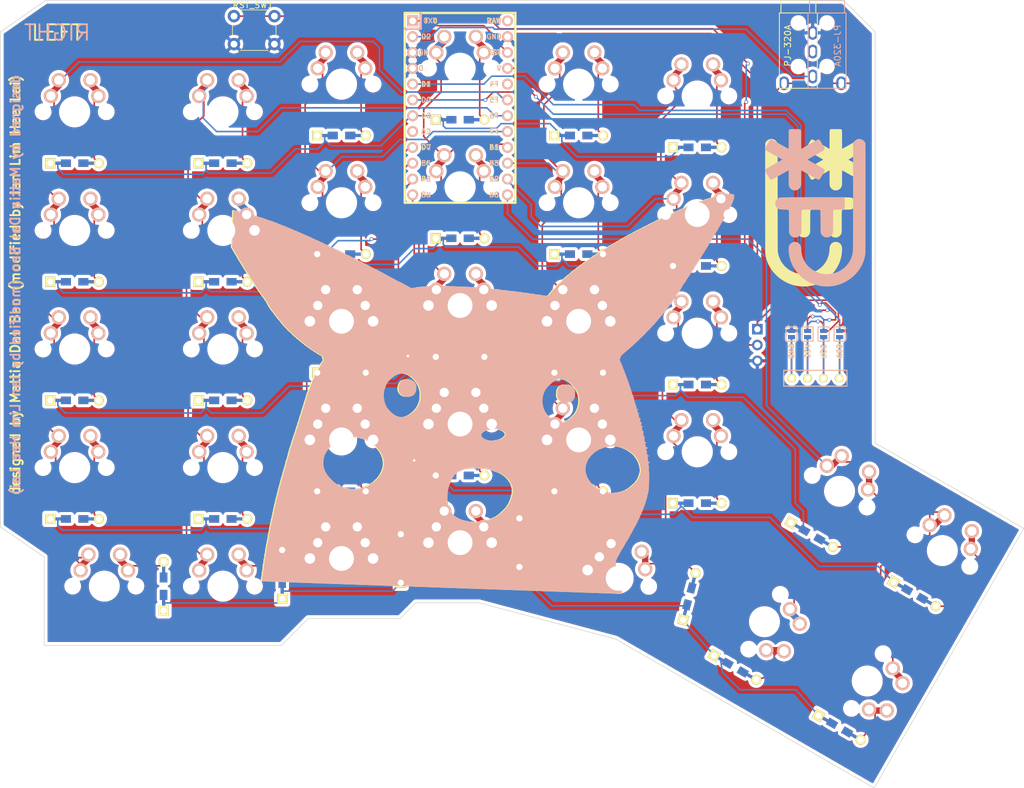
<source format=kicad_pcb>
(kicad_pcb (version 20171130) (host pcbnew "(5.1.5)-3")
  (title_block (title "Redox keyboard PCB") (date 2018-05-05) (rev 1.0) (comment 1 "designed by Mattia Dal Ben (aka u/TiaMaT102)") (comment 2 https://github.com/mattdibi/redox-keyboard))
  (layers (0 F.Cu signal hide) (31 B.Cu signal hide) (34 B.Paste user hide) (35 F.Paste user hide) (36 B.SilkS user hide) (37 F.SilkS user hide) (38 B.Mask user hide) (39 F.Mask user hide) (44 Edge.Cuts user))
  (net 0 "")
  (net 1 "Net-(D0-Pad2)")
  (net 2 row0)
  (net 3 "Net-(D1-Pad2)")
  (net 4 "Net-(D2-Pad2)")
  (net 5 "Net-(D3-Pad2)")
  (net 6 "Net-(D4-Pad2)")
  (net 7 "Net-(D5-Pad2)")
  (net 8 "Net-(D10-Pad2)")
  (net 9 row1)
  (net 10 "Net-(D11-Pad2)")
  (net 11 "Net-(D12-Pad2)")
  (net 12 "Net-(D13-Pad2)")
  (net 13 "Net-(D14-Pad2)")
  (net 14 "Net-(D15-Pad2)")
  (net 15 "Net-(D20-Pad2)")
  (net 16 row2)
  (net 17 "Net-(D21-Pad2)")
  (net 18 "Net-(D22-Pad2)")
  (net 19 "Net-(D23-Pad2)")
  (net 20 "Net-(D24-Pad2)")
  (net 21 "Net-(D25-Pad2)")
  (net 22 "Net-(D26-Pad2)")
  (net 23 "Net-(D30-Pad2)")
  (net 24 row3)
  (net 25 "Net-(D31-Pad2)")
  (net 26 "Net-(D32-Pad2)")
  (net 27 "Net-(D33-Pad2)")
  (net 28 "Net-(D34-Pad2)")
  (net 29 "Net-(D35-Pad2)")
  (net 30 "Net-(D36-Pad2)")
  (net 31 "Net-(D40-Pad2)")
  (net 32 row4)
  (net 33 "Net-(D41-Pad2)")
  (net 34 "Net-(D42-Pad2)")
  (net 35 "Net-(D43-Pad2)")
  (net 36 "Net-(D44-Pad2)")
  (net 37 "Net-(D45-Pad2)")
  (net 38 "Net-(D46-Pad2)")
  (net 39 col0)
  (net 40 col1)
  (net 41 col2)
  (net 42 col3)
  (net 43 col4)
  (net 44 col5)
  (net 45 col6)
  (net 46 VCC)
  (net 47 SDA)
  (net 48 SCL)
  (net 49 rgb_data)
  (net 50 GND)
  (net 51 RST)
  (net 52 "Net-(U1-Pad8)")
  (net 53 "Net-(U1-Pad20)")
  (net 54 "Net-(U1-Pad24)")
  (net 55 serial)
  (net 56 "Net-(TRRS1-Pad3)")
  (net 57 "Net-(J1-Pad1)")
  (net 58 "Net-(J1-Pad2)")
  (net 59 "Net-(J1-Pad3)")
  (net 60 "Net-(J1-Pad4)")
  (module Keebio-Parts:Diode-dual (layer F.Cu) (at 89.215 113.03 180)
    (fp_text reference D20 hide)
    (fp_text value D hide)
    (pad 1 smd rect (at 2.5 0 180) (size 2.9 0.5) (layers F.Cu) (net 16 row2))
    (pad 2 smd rect (at -2.5 0 180) (size 2.9 0.5) (layers F.Cu) (net 15 "Net-(D20-Pad2)"))
    (pad 1 thru_hole rect (at 3.9 0 180) (size 1.6 1.6) (drill 1) (layers *.Cu *.Mask F.SilkS) (net 16 row2))
    (pad 2 thru_hole circle (at -3.9 0 180) (size 1.6 1.6) (drill 1) (layers *.Cu *.Mask F.SilkS) (net 15 "Net-(D20-Pad2)"))
    (pad 2 smd rect (at -1.4 0 180) (size 1.6 1.2) (layers F.Cu F.Paste F.Mask) (net 15 "Net-(D20-Pad2)"))
    (pad 1 smd rect (at 1.4 0 180) (size 1.6 1.2) (layers F.Cu F.Paste F.Mask) (net 16 row2))
    (pad 1 smd rect (at 2.5 0 180) (size 2.9 0.5) (layers B.Cu) (net 16 row2))
    (pad 1 smd rect (at 1.4 0 180) (size 1.6 1.2) (layers B.Cu B.Paste B.Mask) (net 16 row2))
    (pad 2 smd rect (at -1.4 0 180) (size 1.6 1.2) (layers B.Cu B.Paste B.Mask) (net 15 "Net-(D20-Pad2)"))
    (pad 2 smd rect (at -2.5 0 180) (size 2.9 0.5) (layers B.Cu) (net 15 "Net-(D20-Pad2)"))
  )
  (module Keebio-Parts:Diode-dual (layer F.Cu) (at 89.215 132.08 180)
    (fp_text reference D30 hide)
    (fp_text value D hide)
    (pad 1 smd rect (at 2.5 0 180) (size 2.9 0.5) (layers F.Cu) (net 24 row3))
    (pad 2 smd rect (at -2.5 0 180) (size 2.9 0.5) (layers F.Cu) (net 23 "Net-(D30-Pad2)"))
    (pad 1 thru_hole rect (at 3.9 0 180) (size 1.6 1.6) (drill 1) (layers *.Cu *.Mask F.SilkS) (net 24 row3))
    (pad 2 thru_hole circle (at -3.9 0 180) (size 1.6 1.6) (drill 1) (layers *.Cu *.Mask F.SilkS) (net 23 "Net-(D30-Pad2)"))
    (pad 2 smd rect (at -1.4 0 180) (size 1.6 1.2) (layers F.Cu F.Paste F.Mask) (net 23 "Net-(D30-Pad2)"))
    (pad 1 smd rect (at 1.4 0 180) (size 1.6 1.2) (layers F.Cu F.Paste F.Mask) (net 24 row3))
    (pad 1 smd rect (at 2.5 0 180) (size 2.9 0.5) (layers B.Cu) (net 24 row3))
    (pad 1 smd rect (at 1.4 0 180) (size 1.6 1.2) (layers B.Cu B.Paste B.Mask) (net 24 row3))
    (pad 2 smd rect (at -1.4 0 180) (size 1.6 1.2) (layers B.Cu B.Paste B.Mask) (net 23 "Net-(D30-Pad2)"))
    (pad 2 smd rect (at -2.5 0 180) (size 2.9 0.5) (layers B.Cu) (net 23 "Net-(D30-Pad2)"))
  )
  (module Keebio-Parts:Diode-dual (layer F.Cu) (at 89.215 74.93 180)
    (fp_text reference D0 hide)
    (fp_text value D hide)
    (pad 1 smd rect (at 2.5 0 180) (size 2.9 0.5) (layers F.Cu) (net 2 row0))
    (pad 2 smd rect (at -2.5 0 180) (size 2.9 0.5) (layers F.Cu) (net 1 "Net-(D0-Pad2)"))
    (pad 1 thru_hole rect (at 3.9 0 180) (size 1.6 1.6) (drill 1) (layers *.Cu *.Mask F.SilkS) (net 2 row0))
    (pad 2 thru_hole circle (at -3.9 0 180) (size 1.6 1.6) (drill 1) (layers *.Cu *.Mask F.SilkS) (net 1 "Net-(D0-Pad2)"))
    (pad 2 smd rect (at -1.4 0 180) (size 1.6 1.2) (layers F.Cu F.Paste F.Mask) (net 1 "Net-(D0-Pad2)"))
    (pad 1 smd rect (at 1.4 0 180) (size 1.6 1.2) (layers F.Cu F.Paste F.Mask) (net 2 row0))
    (pad 1 smd rect (at 2.5 0 180) (size 2.9 0.5) (layers B.Cu) (net 2 row0))
    (pad 1 smd rect (at 1.4 0 180) (size 1.6 1.2) (layers B.Cu B.Paste B.Mask) (net 2 row0))
    (pad 2 smd rect (at -1.4 0 180) (size 1.6 1.2) (layers B.Cu B.Paste B.Mask) (net 1 "Net-(D0-Pad2)"))
    (pad 2 smd rect (at -2.5 0 180) (size 2.9 0.5) (layers B.Cu) (net 1 "Net-(D0-Pad2)"))
  )
  (module Keebio-Parts:Diode-dual (layer F.Cu) (at 89.215 93.98 180)
    (fp_text reference D10 hide)
    (fp_text value D hide)
    (pad 1 smd rect (at 2.5 0 180) (size 2.9 0.5) (layers F.Cu) (net 9 row1))
    (pad 2 smd rect (at -2.5 0 180) (size 2.9 0.5) (layers F.Cu) (net 8 "Net-(D10-Pad2)"))
    (pad 1 thru_hole rect (at 3.9 0 180) (size 1.6 1.6) (drill 1) (layers *.Cu *.Mask F.SilkS) (net 9 row1))
    (pad 2 thru_hole circle (at -3.9 0 180) (size 1.6 1.6) (drill 1) (layers *.Cu *.Mask F.SilkS) (net 8 "Net-(D10-Pad2)"))
    (pad 2 smd rect (at -1.4 0 180) (size 1.6 1.2) (layers F.Cu F.Paste F.Mask) (net 8 "Net-(D10-Pad2)"))
    (pad 1 smd rect (at 1.4 0 180) (size 1.6 1.2) (layers F.Cu F.Paste F.Mask) (net 9 row1))
    (pad 1 smd rect (at 2.5 0 180) (size 2.9 0.5) (layers B.Cu) (net 9 row1))
    (pad 1 smd rect (at 1.4 0 180) (size 1.6 1.2) (layers B.Cu B.Paste B.Mask) (net 9 row1))
    (pad 2 smd rect (at -1.4 0 180) (size 1.6 1.2) (layers B.Cu B.Paste B.Mask) (net 8 "Net-(D10-Pad2)"))
    (pad 2 smd rect (at -2.5 0 180) (size 2.9 0.5) (layers B.Cu) (net 8 "Net-(D10-Pad2)"))
  )
  (module keyswitches:SW_MX_reversible (layer F.Cu) (at 89.215 66.675)
    (fp_text reference K0 hide)
    (fp_text value KEYSW hide)
    (pad HOLE np_thru_hole circle (at -5.08 0) (size 1.7018 1.7018) (drill 1.7018) (layers *.Cu))
    (pad HOLE np_thru_hole circle (at 0 0) (size 3.9878 3.9878) (drill 3.9878) (layers *.Cu))
    (pad HOLE np_thru_hole circle (at 5.08 0) (size 1.7018 1.7018) (drill 1.7018) (layers *.Cu))
    (pad 1 thru_hole circle (at -3.81 -2.54 90) (size 2.286 2.286) (drill 1.4986) (layers *.Cu *.SilkS *.Mask) (net 39 col0))
    (pad 2 thru_hole circle (at 2.54 -5.08) (size 2.286 2.286) (drill 1.4986) (layers *.Cu *.SilkS *.Mask) (net 1 "Net-(D0-Pad2)"))
    (pad 1 thru_hole circle (at -2.54 -5.08) (size 2.286 2.286) (drill 1.4986) (layers *.Cu *.SilkS *.Mask) (net 39 col0))
    (pad 2 thru_hole circle (at 3.81 -2.54) (size 2.286 2.286) (drill 1.4986) (layers *.Cu *.SilkS *.Mask) (net 1 "Net-(D0-Pad2)"))
  )
  (module keyswitches:SW_MX_reversible (layer F.Cu) (at 89.215 104.775)
    (fp_text reference K20 hide)
    (fp_text value KEYSW hide)
    (pad HOLE np_thru_hole circle (at -5.08 0) (size 1.7018 1.7018) (drill 1.7018) (layers *.Cu))
    (pad HOLE np_thru_hole circle (at 0 0) (size 3.9878 3.9878) (drill 3.9878) (layers *.Cu))
    (pad HOLE np_thru_hole circle (at 5.08 0) (size 1.7018 1.7018) (drill 1.7018) (layers *.Cu))
    (pad 1 thru_hole circle (at -3.81 -2.54 90) (size 2.286 2.286) (drill 1.4986) (layers *.Cu *.SilkS *.Mask) (net 39 col0))
    (pad 2 thru_hole circle (at 2.54 -5.08) (size 2.286 2.286) (drill 1.4986) (layers *.Cu *.SilkS *.Mask) (net 15 "Net-(D20-Pad2)"))
    (pad 1 thru_hole circle (at -2.54 -5.08) (size 2.286 2.286) (drill 1.4986) (layers *.Cu *.SilkS *.Mask) (net 39 col0))
    (pad 2 thru_hole circle (at 3.81 -2.54) (size 2.286 2.286) (drill 1.4986) (layers *.Cu *.SilkS *.Mask) (net 15 "Net-(D20-Pad2)"))
  )
  (module keyswitches:SW_MX_reversible (layer F.Cu) (at 89.215 85.725)
    (fp_text reference K10 hide)
    (fp_text value KEYSW hide)
    (pad HOLE np_thru_hole circle (at -5.08 0) (size 1.7018 1.7018) (drill 1.7018) (layers *.Cu))
    (pad HOLE np_thru_hole circle (at 0 0) (size 3.9878 3.9878) (drill 3.9878) (layers *.Cu))
    (pad HOLE np_thru_hole circle (at 5.08 0) (size 1.7018 1.7018) (drill 1.7018) (layers *.Cu))
    (pad 1 thru_hole circle (at -3.81 -2.54 90) (size 2.286 2.286) (drill 1.4986) (layers *.Cu *.SilkS *.Mask) (net 39 col0))
    (pad 2 thru_hole circle (at 2.54 -5.08) (size 2.286 2.286) (drill 1.4986) (layers *.Cu *.SilkS *.Mask) (net 8 "Net-(D10-Pad2)"))
    (pad 1 thru_hole circle (at -2.54 -5.08) (size 2.286 2.286) (drill 1.4986) (layers *.Cu *.SilkS *.Mask) (net 39 col0))
    (pad 2 thru_hole circle (at 3.81 -2.54) (size 2.286 2.286) (drill 1.4986) (layers *.Cu *.SilkS *.Mask) (net 8 "Net-(D10-Pad2)"))
  )
  (module keyswitches:SW_MX_reversible (layer F.Cu) (at 89.215 123.825)
    (fp_text reference K30 hide)
    (fp_text value KEYSW hide)
    (pad 2 thru_hole circle (at 3.81 -2.54) (size 2.286 2.286) (drill 1.4986) (layers *.Cu *.SilkS *.Mask) (net 23 "Net-(D30-Pad2)"))
    (pad 1 thru_hole circle (at -2.54 -5.08) (size 2.286 2.286) (drill 1.4986) (layers *.Cu *.SilkS *.Mask) (net 39 col0))
    (pad 2 thru_hole circle (at 2.54 -5.08) (size 2.286 2.286) (drill 1.4986) (layers *.Cu *.SilkS *.Mask) (net 23 "Net-(D30-Pad2)"))
    (pad 1 thru_hole circle (at -3.81 -2.54 90) (size 2.286 2.286) (drill 1.4986) (layers *.Cu *.SilkS *.Mask) (net 39 col0))
    (pad HOLE np_thru_hole circle (at 5.08 0) (size 1.7018 1.7018) (drill 1.7018) (layers *.Cu))
    (pad HOLE np_thru_hole circle (at 0 0) (size 3.9878 3.9878) (drill 3.9878) (layers *.Cu))
    (pad HOLE np_thru_hole circle (at -5.08 0) (size 1.7018 1.7018) (drill 1.7018) (layers *.Cu))
  )
  (module keyswitches:school_logo (layer B.Cu) (at 208.2 82.1 180)
    (fp_text reference G*** hide)
    (fp_text value LOGO hide)
  )
  (module keyswitches:school_logo (layer F.Cu) (at 208.2 82.1)
    (fp_text reference G*** hide)
    (fp_text value LOGO hide)
  )
  (module keyswitches:pika (layer B.Cu) (at 159.832 103.632 178)
    (fp_text reference G*** hide)
    (fp_text value LOGO hide)
  )
  (module keyswitches:pika_reflected (layer F.Cu) (at 159.578 103.632 358)
    (fp_text reference G*** hide)
    (fp_text value LOGO hide)
  )
  (module Lily58_Pro-footprint:Jumper (layer F.Cu) (at 206.95 102.375 90)
    (fp_text reference JP2 hide)
    (fp_text value SCL (at -2.667 0 90) (layer F.SilkS) (effects (font (size 0.8128 0.8128))))
    (pad 2 smd rect (at 0.50038 0 90) (size 0.635 1.143) (layers F.Cu F.Paste F.Mask) (net 48 SCL) (clearance 0.1905))
    (pad 1 smd rect (at -0.50038 0 90) (size 0.635 1.143) (layers F.Cu F.Paste F.Mask) (net 58 "Net-(J1-Pad2)") (clearance 0.1905))
  )
  (module Lily58_Pro-footprint:Jumper (layer F.Cu) (at 204.375 102.375 90)
    (fp_text reference JP1 hide)
    (fp_text value SDA (at -2.755 0 90) (layer F.SilkS) (effects (font (size 0.8128 0.8128))))
    (pad 2 smd rect (at 0.50038 0 90) (size 0.635 1.143) (layers F.Cu F.Paste F.Mask) (net 47 SDA) (clearance 0.1905))
    (pad 1 smd rect (at -0.50038 0 90) (size 0.635 1.143) (layers F.Cu F.Paste F.Mask) (net 57 "Net-(J1-Pad1)") (clearance 0.1905))
  )
  (module Lily58_Pro-footprint:Jumper (layer F.Cu) (at 209.525 102.375 90)
    (fp_text reference JP3 hide)
    (fp_text value VCC (at -2.755 0 90) (layer F.SilkS) (effects (font (size 0.8128 0.8128))))
    (pad 2 smd rect (at 0.50038 0 90) (size 0.635 1.143) (layers F.Cu F.Paste F.Mask) (net 46 VCC) (clearance 0.1905))
    (pad 1 smd rect (at -0.50038 0 90) (size 0.635 1.143) (layers F.Cu F.Paste F.Mask) (net 59 "Net-(J1-Pad3)") (clearance 0.1905))
  )
  (module Lily58_Pro-footprint:Jumper (layer F.Cu) (at 212.1 102.375 90)
    (fp_text reference JP4 hide)
    (fp_text value GND (at -2.755 0 90) (layer F.SilkS) (effects (font (size 0.8128 0.8128))))
    (pad 2 smd rect (at 0.50038 0 90) (size 0.635 1.143) (layers F.Cu F.Paste F.Mask) (net 50 GND) (clearance 0.1905))
    (pad 1 smd rect (at -0.50038 0 90) (size 0.635 1.143) (layers F.Cu F.Paste F.Mask) (net 60 "Net-(J1-Pad4)") (clearance 0.1905))
  )
  (module Lily58_Pro-footprint:Jumper (layer B.Cu) (at 204.375 102.375 90)
    (fp_text reference JP5 hide)
    (fp_text value GND (at -2.755 0 270) (layer B.SilkS) (effects (font (size 0.8128 0.8128)) (justify mirror)))
    (pad 1 smd rect (at -0.50038 0 90) (size 0.635 1.143) (layers B.Cu B.Paste B.Mask) (net 57 "Net-(J1-Pad1)") (clearance 0.1905))
    (pad 2 smd rect (at 0.50038 0 90) (size 0.635 1.143) (layers B.Cu B.Paste B.Mask) (net 50 GND) (clearance 0.1905))
  )
  (module Lily58_Pro-footprint:Jumper (layer B.Cu) (at 206.95 102.375 90)
    (fp_text reference JP6 hide)
    (fp_text value VCC (at -2.755 0 270) (layer B.SilkS) (effects (font (size 0.8128 0.8128)) (justify mirror)))
    (pad 2 smd rect (at 0.50038 0 90) (size 0.635 1.143) (layers B.Cu B.Paste B.Mask) (net 46 VCC) (clearance 0.1905))
    (pad 1 smd rect (at -0.50038 0 90) (size 0.635 1.143) (layers B.Cu B.Paste B.Mask) (net 58 "Net-(J1-Pad2)") (clearance 0.1905))
  )
  (module Lily58_Pro-footprint:Jumper (layer B.Cu) (at 209.525 102.375 90)
    (fp_text reference JP7 hide)
    (fp_text value SCL (at -2.755 0 270) (layer B.SilkS) (effects (font (size 0.8128 0.8128)) (justify mirror)))
    (pad 2 smd rect (at 0.50038 0 90) (size 0.635 1.143) (layers B.Cu B.Paste B.Mask) (net 48 SCL) (clearance 0.1905))
    (pad 1 smd rect (at -0.50038 0 90) (size 0.635 1.143) (layers B.Cu B.Paste B.Mask) (net 59 "Net-(J1-Pad3)") (clearance 0.1905))
  )
  (module Lily58_Pro-footprint:Jumper (layer B.Cu) (at 212.1 102.375 90)
    (fp_text reference JP8 hide)
    (fp_text value SDA (at -2.755 0 270) (layer B.SilkS) (effects (font (size 0.8128 0.8128)) (justify mirror)))
    (pad 2 smd rect (at 0.50038 0 90) (size 0.635 1.143) (layers B.Cu B.Paste B.Mask) (net 47 SDA) (clearance 0.1905))
    (pad 1 smd rect (at -0.50038 0 90) (size 0.635 1.143) (layers B.Cu B.Paste B.Mask) (net 60 "Net-(J1-Pad4)") (clearance 0.1905))
  )
  (module Lily58_Pro-footprint:OLED_4Pin (layer F.Cu) (at 204.4 109.475)
    (fp_text reference J1 hide)
    (fp_text value OLED-Lily58-cache hide)
    (pad 1 thru_hole circle (at 0 0) (size 1.397 1.397) (drill 0.8128) (layers *.Cu *.Mask F.SilkS) (net 57 "Net-(J1-Pad1)"))
    (pad 2 thru_hole circle (at 2.54 0) (size 1.397 1.397) (drill 0.8128) (layers *.Cu *.Mask F.SilkS) (net 58 "Net-(J1-Pad2)"))
    (pad 3 thru_hole circle (at 5.08 0) (size 1.397 1.397) (drill 0.8128) (layers *.Cu *.Mask F.SilkS) (net 59 "Net-(J1-Pad3)"))
    (pad 4 thru_hole circle (at 7.62 0) (size 1.397 1.397) (drill 0.8128) (layers *.Cu *.Mask F.SilkS) (net 60 "Net-(J1-Pad4)"))
  )
  (module keyswitches:SW_MX_reversible (layer F.Cu) (at 189.23 64.135)
    (fp_text reference K5 hide)
    (fp_text value KEYSW hide)
    (pad HOLE np_thru_hole circle (at -5.08 0) (size 1.7018 1.7018) (drill 1.7018) (layers *.Cu))
    (pad HOLE np_thru_hole circle (at 0 0) (size 3.9878 3.9878) (drill 3.9878) (layers *.Cu))
    (pad HOLE np_thru_hole circle (at 5.08 0) (size 1.7018 1.7018) (drill 1.7018) (layers *.Cu))
    (pad 1 thru_hole circle (at -3.81 -2.54 90) (size 2.286 2.286) (drill 1.4986) (layers *.Cu *.SilkS *.Mask) (net 44 col5))
    (pad 2 thru_hole circle (at 2.54 -5.08) (size 2.286 2.286) (drill 1.4986) (layers *.Cu *.SilkS *.Mask) (net 7 "Net-(D5-Pad2)"))
    (pad 1 thru_hole circle (at -2.54 -5.08) (size 2.286 2.286) (drill 1.4986) (layers *.Cu *.SilkS *.Mask) (net 44 col5))
    (pad 2 thru_hole circle (at 3.81 -2.54) (size 2.286 2.286) (drill 1.4986) (layers *.Cu *.SilkS *.Mask) (net 7 "Net-(D5-Pad2)"))
  )
  (module Pin_Headers:Pin_Header_Straight_1x03_Pitch2.54mm (layer F.Cu) (at 198.882 101.6)
    (fp_text reference RGB_STRIP1 hide)
    (fp_text value Conn_01x03)
    (pad 1 thru_hole rect (at 0 0) (size 1.7 1.7) (drill 1) (layers *.Cu *.Mask) (net 46 VCC))
    (pad 2 thru_hole oval (at 0 2.54) (size 1.7 1.7) (drill 1) (layers *.Cu *.Mask) (net 49 rgb_data))
    (pad 3 thru_hole oval (at 0 5.08) (size 1.7 1.7) (drill 1) (layers *.Cu *.Mask) (net 50 GND))
  )
  (module Keebio-Parts:Diode-dual (layer F.Cu) (at 132.08 108.585 180)
    (fp_text reference D22 hide)
    (fp_text value D hide)
    (pad 1 smd rect (at 2.5 0 180) (size 2.9 0.5) (layers F.Cu) (net 16 row2))
    (pad 2 smd rect (at -2.5 0 180) (size 2.9 0.5) (layers F.Cu) (net 18 "Net-(D22-Pad2)"))
    (pad 1 thru_hole rect (at 3.9 0 180) (size 1.6 1.6) (drill 1) (layers *.Cu *.Mask F.SilkS) (net 16 row2))
    (pad 2 thru_hole circle (at -3.9 0 180) (size 1.6 1.6) (drill 1) (layers *.Cu *.Mask F.SilkS) (net 18 "Net-(D22-Pad2)"))
    (pad 2 smd rect (at -1.4 0 180) (size 1.6 1.2) (layers F.Cu F.Paste F.Mask) (net 18 "Net-(D22-Pad2)"))
    (pad 1 smd rect (at 1.4 0 180) (size 1.6 1.2) (layers F.Cu F.Paste F.Mask) (net 16 row2))
    (pad 1 smd rect (at 2.5 0 180) (size 2.9 0.5) (layers B.Cu) (net 16 row2))
    (pad 1 smd rect (at 1.4 0 180) (size 1.6 1.2) (layers B.Cu B.Paste B.Mask) (net 16 row2))
    (pad 2 smd rect (at -1.4 0 180) (size 1.6 1.2) (layers B.Cu B.Paste B.Mask) (net 18 "Net-(D22-Pad2)"))
    (pad 2 smd rect (at -2.5 0 180) (size 2.9 0.5) (layers B.Cu) (net 18 "Net-(D22-Pad2)"))
  )
  (module Keebio-Parts:Diode-dual (layer F.Cu) (at 113.03 74.93 180)
    (fp_text reference D1 hide)
    (fp_text value D hide)
    (pad 1 smd rect (at 2.5 0 180) (size 2.9 0.5) (layers F.Cu) (net 2 row0))
    (pad 2 smd rect (at -2.5 0 180) (size 2.9 0.5) (layers F.Cu) (net 3 "Net-(D1-Pad2)"))
    (pad 1 thru_hole rect (at 3.9 0 180) (size 1.6 1.6) (drill 1) (layers *.Cu *.Mask F.SilkS) (net 2 row0))
    (pad 2 thru_hole circle (at -3.9 0 180) (size 1.6 1.6) (drill 1) (layers *.Cu *.Mask F.SilkS) (net 3 "Net-(D1-Pad2)"))
    (pad 2 smd rect (at -1.4 0 180) (size 1.6 1.2) (layers F.Cu F.Paste F.Mask) (net 3 "Net-(D1-Pad2)"))
    (pad 1 smd rect (at 1.4 0 180) (size 1.6 1.2) (layers F.Cu F.Paste F.Mask) (net 2 row0))
    (pad 1 smd rect (at 2.5 0 180) (size 2.9 0.5) (layers B.Cu) (net 2 row0))
    (pad 1 smd rect (at 1.4 0 180) (size 1.6 1.2) (layers B.Cu B.Paste B.Mask) (net 2 row0))
    (pad 2 smd rect (at -1.4 0 180) (size 1.6 1.2) (layers B.Cu B.Paste B.Mask) (net 3 "Net-(D1-Pad2)"))
    (pad 2 smd rect (at -2.5 0 180) (size 2.9 0.5) (layers B.Cu) (net 3 "Net-(D1-Pad2)"))
  )
  (module Keebio-Parts:Diode-dual (layer F.Cu) (at 132.08 70.485 180)
    (fp_text reference D2 hide)
    (fp_text value D hide)
    (pad 1 smd rect (at 2.5 0 180) (size 2.9 0.5) (layers F.Cu) (net 2 row0))
    (pad 2 smd rect (at -2.5 0 180) (size 2.9 0.5) (layers F.Cu) (net 4 "Net-(D2-Pad2)"))
    (pad 1 thru_hole rect (at 3.9 0 180) (size 1.6 1.6) (drill 1) (layers *.Cu *.Mask F.SilkS) (net 2 row0))
    (pad 2 thru_hole circle (at -3.9 0 180) (size 1.6 1.6) (drill 1) (layers *.Cu *.Mask F.SilkS) (net 4 "Net-(D2-Pad2)"))
    (pad 2 smd rect (at -1.4 0 180) (size 1.6 1.2) (layers F.Cu F.Paste F.Mask) (net 4 "Net-(D2-Pad2)"))
    (pad 1 smd rect (at 1.4 0 180) (size 1.6 1.2) (layers F.Cu F.Paste F.Mask) (net 2 row0))
    (pad 1 smd rect (at 2.5 0 180) (size 2.9 0.5) (layers B.Cu) (net 2 row0))
    (pad 1 smd rect (at 1.4 0 180) (size 1.6 1.2) (layers B.Cu B.Paste B.Mask) (net 2 row0))
    (pad 2 smd rect (at -1.4 0 180) (size 1.6 1.2) (layers B.Cu B.Paste B.Mask) (net 4 "Net-(D2-Pad2)"))
    (pad 2 smd rect (at -2.5 0 180) (size 2.9 0.5) (layers B.Cu) (net 4 "Net-(D2-Pad2)"))
  )
  (module Keebio-Parts:Diode-dual (layer F.Cu) (at 151.13 67.945 180)
    (fp_text reference D3 hide)
    (fp_text value D hide)
    (pad 1 smd rect (at 2.5 0 180) (size 2.9 0.5) (layers F.Cu) (net 2 row0))
    (pad 2 smd rect (at -2.5 0 180) (size 2.9 0.5) (layers F.Cu) (net 5 "Net-(D3-Pad2)"))
    (pad 1 thru_hole rect (at 3.9 0 180) (size 1.6 1.6) (drill 1) (layers *.Cu *.Mask F.SilkS) (net 2 row0))
    (pad 2 thru_hole circle (at -3.9 0 180) (size 1.6 1.6) (drill 1) (layers *.Cu *.Mask F.SilkS) (net 5 "Net-(D3-Pad2)"))
    (pad 2 smd rect (at -1.4 0 180) (size 1.6 1.2) (layers F.Cu F.Paste F.Mask) (net 5 "Net-(D3-Pad2)"))
    (pad 1 smd rect (at 1.4 0 180) (size 1.6 1.2) (layers F.Cu F.Paste F.Mask) (net 2 row0))
    (pad 1 smd rect (at 2.5 0 180) (size 2.9 0.5) (layers B.Cu) (net 2 row0))
    (pad 1 smd rect (at 1.4 0 180) (size 1.6 1.2) (layers B.Cu B.Paste B.Mask) (net 2 row0))
    (pad 2 smd rect (at -1.4 0 180) (size 1.6 1.2) (layers B.Cu B.Paste B.Mask) (net 5 "Net-(D3-Pad2)"))
    (pad 2 smd rect (at -2.5 0 180) (size 2.9 0.5) (layers B.Cu) (net 5 "Net-(D3-Pad2)"))
  )
  (module Keebio-Parts:Diode-dual (layer F.Cu) (at 170.18 70.485 180)
    (fp_text reference D4 hide)
    (fp_text value D hide)
    (pad 1 smd rect (at 2.5 0 180) (size 2.9 0.5) (layers F.Cu) (net 2 row0))
    (pad 2 smd rect (at -2.5 0 180) (size 2.9 0.5) (layers F.Cu) (net 6 "Net-(D4-Pad2)"))
    (pad 1 thru_hole rect (at 3.9 0 180) (size 1.6 1.6) (drill 1) (layers *.Cu *.Mask F.SilkS) (net 2 row0))
    (pad 2 thru_hole circle (at -3.9 0 180) (size 1.6 1.6) (drill 1) (layers *.Cu *.Mask F.SilkS) (net 6 "Net-(D4-Pad2)"))
    (pad 2 smd rect (at -1.4 0 180) (size 1.6 1.2) (layers F.Cu F.Paste F.Mask) (net 6 "Net-(D4-Pad2)"))
    (pad 1 smd rect (at 1.4 0 180) (size 1.6 1.2) (layers F.Cu F.Paste F.Mask) (net 2 row0))
    (pad 1 smd rect (at 2.5 0 180) (size 2.9 0.5) (layers B.Cu) (net 2 row0))
    (pad 1 smd rect (at 1.4 0 180) (size 1.6 1.2) (layers B.Cu B.Paste B.Mask) (net 2 row0))
    (pad 2 smd rect (at -1.4 0 180) (size 1.6 1.2) (layers B.Cu B.Paste B.Mask) (net 6 "Net-(D4-Pad2)"))
    (pad 2 smd rect (at -2.5 0 180) (size 2.9 0.5) (layers B.Cu) (net 6 "Net-(D4-Pad2)"))
  )
  (module Keebio-Parts:Diode-dual (layer F.Cu) (at 189.23 72.39 180)
    (fp_text reference D5 hide)
    (fp_text value D hide)
    (pad 1 smd rect (at 2.5 0 180) (size 2.9 0.5) (layers F.Cu) (net 2 row0))
    (pad 2 smd rect (at -2.5 0 180) (size 2.9 0.5) (layers F.Cu) (net 7 "Net-(D5-Pad2)"))
    (pad 1 thru_hole rect (at 3.9 0 180) (size 1.6 1.6) (drill 1) (layers *.Cu *.Mask F.SilkS) (net 2 row0))
    (pad 2 thru_hole circle (at -3.9 0 180) (size 1.6 1.6) (drill 1) (layers *.Cu *.Mask F.SilkS) (net 7 "Net-(D5-Pad2)"))
    (pad 2 smd rect (at -1.4 0 180) (size 1.6 1.2) (layers F.Cu F.Paste F.Mask) (net 7 "Net-(D5-Pad2)"))
    (pad 1 smd rect (at 1.4 0 180) (size 1.6 1.2) (layers F.Cu F.Paste F.Mask) (net 2 row0))
    (pad 1 smd rect (at 2.5 0 180) (size 2.9 0.5) (layers B.Cu) (net 2 row0))
    (pad 1 smd rect (at 1.4 0 180) (size 1.6 1.2) (layers B.Cu B.Paste B.Mask) (net 2 row0))
    (pad 2 smd rect (at -1.4 0 180) (size 1.6 1.2) (layers B.Cu B.Paste B.Mask) (net 7 "Net-(D5-Pad2)"))
    (pad 2 smd rect (at -2.5 0 180) (size 2.9 0.5) (layers B.Cu) (net 7 "Net-(D5-Pad2)"))
  )
  (module Keebio-Parts:Diode-dual (layer F.Cu) (at 113.03 93.98 180)
    (fp_text reference D11 hide)
    (fp_text value D hide)
    (pad 1 smd rect (at 2.5 0 180) (size 2.9 0.5) (layers F.Cu) (net 9 row1))
    (pad 2 smd rect (at -2.5 0 180) (size 2.9 0.5) (layers F.Cu) (net 10 "Net-(D11-Pad2)"))
    (pad 1 thru_hole rect (at 3.9 0 180) (size 1.6 1.6) (drill 1) (layers *.Cu *.Mask F.SilkS) (net 9 row1))
    (pad 2 thru_hole circle (at -3.9 0 180) (size 1.6 1.6) (drill 1) (layers *.Cu *.Mask F.SilkS) (net 10 "Net-(D11-Pad2)"))
    (pad 2 smd rect (at -1.4 0 180) (size 1.6 1.2) (layers F.Cu F.Paste F.Mask) (net 10 "Net-(D11-Pad2)"))
    (pad 1 smd rect (at 1.4 0 180) (size 1.6 1.2) (layers F.Cu F.Paste F.Mask) (net 9 row1))
    (pad 1 smd rect (at 2.5 0 180) (size 2.9 0.5) (layers B.Cu) (net 9 row1))
    (pad 1 smd rect (at 1.4 0 180) (size 1.6 1.2) (layers B.Cu B.Paste B.Mask) (net 9 row1))
    (pad 2 smd rect (at -1.4 0 180) (size 1.6 1.2) (layers B.Cu B.Paste B.Mask) (net 10 "Net-(D11-Pad2)"))
    (pad 2 smd rect (at -2.5 0 180) (size 2.9 0.5) (layers B.Cu) (net 10 "Net-(D11-Pad2)"))
  )
  (module Keebio-Parts:Diode-dual (layer F.Cu) (at 132.08 89.535 180)
    (fp_text reference D12 hide)
    (fp_text value D hide)
    (pad 1 smd rect (at 2.5 0 180) (size 2.9 0.5) (layers F.Cu) (net 9 row1))
    (pad 2 smd rect (at -2.5 0 180) (size 2.9 0.5) (layers F.Cu) (net 11 "Net-(D12-Pad2)"))
    (pad 1 thru_hole rect (at 3.9 0 180) (size 1.6 1.6) (drill 1) (layers *.Cu *.Mask F.SilkS) (net 9 row1))
    (pad 2 thru_hole circle (at -3.9 0 180) (size 1.6 1.6) (drill 1) (layers *.Cu *.Mask F.SilkS) (net 11 "Net-(D12-Pad2)"))
    (pad 2 smd rect (at -1.4 0 180) (size 1.6 1.2) (layers F.Cu F.Paste F.Mask) (net 11 "Net-(D12-Pad2)"))
    (pad 1 smd rect (at 1.4 0 180) (size 1.6 1.2) (layers F.Cu F.Paste F.Mask) (net 9 row1))
    (pad 1 smd rect (at 2.5 0 180) (size 2.9 0.5) (layers B.Cu) (net 9 row1))
    (pad 1 smd rect (at 1.4 0 180) (size 1.6 1.2) (layers B.Cu B.Paste B.Mask) (net 9 row1))
    (pad 2 smd rect (at -1.4 0 180) (size 1.6 1.2) (layers B.Cu B.Paste B.Mask) (net 11 "Net-(D12-Pad2)"))
    (pad 2 smd rect (at -2.5 0 180) (size 2.9 0.5) (layers B.Cu) (net 11 "Net-(D12-Pad2)"))
  )
  (module Keebio-Parts:Diode-dual (layer F.Cu) (at 151.13 86.995 180)
    (fp_text reference D13 hide)
    (fp_text value D hide)
    (pad 1 smd rect (at 2.5 0 180) (size 2.9 0.5) (layers F.Cu) (net 9 row1))
    (pad 2 smd rect (at -2.5 0 180) (size 2.9 0.5) (layers F.Cu) (net 12 "Net-(D13-Pad2)"))
    (pad 1 thru_hole rect (at 3.9 0 180) (size 1.6 1.6) (drill 1) (layers *.Cu *.Mask F.SilkS) (net 9 row1))
    (pad 2 thru_hole circle (at -3.9 0 180) (size 1.6 1.6) (drill 1) (layers *.Cu *.Mask F.SilkS) (net 12 "Net-(D13-Pad2)"))
    (pad 2 smd rect (at -1.4 0 180) (size 1.6 1.2) (layers F.Cu F.Paste F.Mask) (net 12 "Net-(D13-Pad2)"))
    (pad 1 smd rect (at 1.4 0 180) (size 1.6 1.2) (layers F.Cu F.Paste F.Mask) (net 9 row1))
    (pad 1 smd rect (at 2.5 0 180) (size 2.9 0.5) (layers B.Cu) (net 9 row1))
    (pad 1 smd rect (at 1.4 0 180) (size 1.6 1.2) (layers B.Cu B.Paste B.Mask) (net 9 row1))
    (pad 2 smd rect (at -1.4 0 180) (size 1.6 1.2) (layers B.Cu B.Paste B.Mask) (net 12 "Net-(D13-Pad2)"))
    (pad 2 smd rect (at -2.5 0 180) (size 2.9 0.5) (layers B.Cu) (net 12 "Net-(D13-Pad2)"))
  )
  (module Keebio-Parts:Diode-dual (layer F.Cu) (at 170.18 89.535 180)
    (fp_text reference D14 hide)
    (fp_text value D hide)
    (pad 1 smd rect (at 2.5 0 180) (size 2.9 0.5) (layers F.Cu) (net 9 row1))
    (pad 2 smd rect (at -2.5 0 180) (size 2.9 0.5) (layers F.Cu) (net 13 "Net-(D14-Pad2)"))
    (pad 1 thru_hole rect (at 3.9 0 180) (size 1.6 1.6) (drill 1) (layers *.Cu *.Mask F.SilkS) (net 9 row1))
    (pad 2 thru_hole circle (at -3.9 0 180) (size 1.6 1.6) (drill 1) (layers *.Cu *.Mask F.SilkS) (net 13 "Net-(D14-Pad2)"))
    (pad 2 smd rect (at -1.4 0 180) (size 1.6 1.2) (layers F.Cu F.Paste F.Mask) (net 13 "Net-(D14-Pad2)"))
    (pad 1 smd rect (at 1.4 0 180) (size 1.6 1.2) (layers F.Cu F.Paste F.Mask) (net 9 row1))
    (pad 1 smd rect (at 2.5 0 180) (size 2.9 0.5) (layers B.Cu) (net 9 row1))
    (pad 1 smd rect (at 1.4 0 180) (size 1.6 1.2) (layers B.Cu B.Paste B.Mask) (net 9 row1))
    (pad 2 smd rect (at -1.4 0 180) (size 1.6 1.2) (layers B.Cu B.Paste B.Mask) (net 13 "Net-(D14-Pad2)"))
    (pad 2 smd rect (at -2.5 0 180) (size 2.9 0.5) (layers B.Cu) (net 13 "Net-(D14-Pad2)"))
  )
  (module Keebio-Parts:Diode-dual (layer F.Cu) (at 189.23 91.44 180)
    (fp_text reference D15 hide)
    (fp_text value D hide)
    (pad 1 smd rect (at 2.5 0 180) (size 2.9 0.5) (layers F.Cu) (net 9 row1))
    (pad 2 smd rect (at -2.5 0 180) (size 2.9 0.5) (layers F.Cu) (net 14 "Net-(D15-Pad2)"))
    (pad 1 thru_hole rect (at 3.9 0 180) (size 1.6 1.6) (drill 1) (layers *.Cu *.Mask F.SilkS) (net 9 row1))
    (pad 2 thru_hole circle (at -3.9 0 180) (size 1.6 1.6) (drill 1) (layers *.Cu *.Mask F.SilkS) (net 14 "Net-(D15-Pad2)"))
    (pad 2 smd rect (at -1.4 0 180) (size 1.6 1.2) (layers F.Cu F.Paste F.Mask) (net 14 "Net-(D15-Pad2)"))
    (pad 1 smd rect (at 1.4 0 180) (size 1.6 1.2) (layers F.Cu F.Paste F.Mask) (net 9 row1))
    (pad 1 smd rect (at 2.5 0 180) (size 2.9 0.5) (layers B.Cu) (net 9 row1))
    (pad 1 smd rect (at 1.4 0 180) (size 1.6 1.2) (layers B.Cu B.Paste B.Mask) (net 9 row1))
    (pad 2 smd rect (at -1.4 0 180) (size 1.6 1.2) (layers B.Cu B.Paste B.Mask) (net 14 "Net-(D15-Pad2)"))
    (pad 2 smd rect (at -2.5 0 180) (size 2.9 0.5) (layers B.Cu) (net 14 "Net-(D15-Pad2)"))
  )
  (module Keebio-Parts:Diode-dual (layer F.Cu) (at 113.03 113.03 180)
    (fp_text reference D21 hide)
    (fp_text value D hide)
    (pad 1 smd rect (at 2.5 0 180) (size 2.9 0.5) (layers F.Cu) (net 16 row2))
    (pad 2 smd rect (at -2.5 0 180) (size 2.9 0.5) (layers F.Cu) (net 17 "Net-(D21-Pad2)"))
    (pad 1 thru_hole rect (at 3.9 0 180) (size 1.6 1.6) (drill 1) (layers *.Cu *.Mask F.SilkS) (net 16 row2))
    (pad 2 thru_hole circle (at -3.9 0 180) (size 1.6 1.6) (drill 1) (layers *.Cu *.Mask F.SilkS) (net 17 "Net-(D21-Pad2)"))
    (pad 2 smd rect (at -1.4 0 180) (size 1.6 1.2) (layers F.Cu F.Paste F.Mask) (net 17 "Net-(D21-Pad2)"))
    (pad 1 smd rect (at 1.4 0 180) (size 1.6 1.2) (layers F.Cu F.Paste F.Mask) (net 16 row2))
    (pad 1 smd rect (at 2.5 0 180) (size 2.9 0.5) (layers B.Cu) (net 16 row2))
    (pad 1 smd rect (at 1.4 0 180) (size 1.6 1.2) (layers B.Cu B.Paste B.Mask) (net 16 row2))
    (pad 2 smd rect (at -1.4 0 180) (size 1.6 1.2) (layers B.Cu B.Paste B.Mask) (net 17 "Net-(D21-Pad2)"))
    (pad 2 smd rect (at -2.5 0 180) (size 2.9 0.5) (layers B.Cu) (net 17 "Net-(D21-Pad2)"))
  )
  (module Keebio-Parts:Diode-dual (layer F.Cu) (at 151.13 106.045 180)
    (fp_text reference D23 hide)
    (fp_text value D hide)
    (pad 1 smd rect (at 2.5 0 180) (size 2.9 0.5) (layers F.Cu) (net 16 row2))
    (pad 2 smd rect (at -2.5 0 180) (size 2.9 0.5) (layers F.Cu) (net 19 "Net-(D23-Pad2)"))
    (pad 1 thru_hole rect (at 3.9 0 180) (size 1.6 1.6) (drill 1) (layers *.Cu *.Mask F.SilkS) (net 16 row2))
    (pad 2 thru_hole circle (at -3.9 0 180) (size 1.6 1.6) (drill 1) (layers *.Cu *.Mask F.SilkS) (net 19 "Net-(D23-Pad2)"))
    (pad 2 smd rect (at -1.4 0 180) (size 1.6 1.2) (layers F.Cu F.Paste F.Mask) (net 19 "Net-(D23-Pad2)"))
    (pad 1 smd rect (at 1.4 0 180) (size 1.6 1.2) (layers F.Cu F.Paste F.Mask) (net 16 row2))
    (pad 1 smd rect (at 2.5 0 180) (size 2.9 0.5) (layers B.Cu) (net 16 row2))
    (pad 1 smd rect (at 1.4 0 180) (size 1.6 1.2) (layers B.Cu B.Paste B.Mask) (net 16 row2))
    (pad 2 smd rect (at -1.4 0 180) (size 1.6 1.2) (layers B.Cu B.Paste B.Mask) (net 19 "Net-(D23-Pad2)"))
    (pad 2 smd rect (at -2.5 0 180) (size 2.9 0.5) (layers B.Cu) (net 19 "Net-(D23-Pad2)"))
  )
  (module Keebio-Parts:Diode-dual (layer F.Cu) (at 170.18 108.585 180)
    (fp_text reference D24 hide)
    (fp_text value D hide)
    (pad 1 smd rect (at 2.5 0 180) (size 2.9 0.5) (layers F.Cu) (net 16 row2))
    (pad 2 smd rect (at -2.5 0 180) (size 2.9 0.5) (layers F.Cu) (net 20 "Net-(D24-Pad2)"))
    (pad 1 thru_hole rect (at 3.9 0 180) (size 1.6 1.6) (drill 1) (layers *.Cu *.Mask F.SilkS) (net 16 row2))
    (pad 2 thru_hole circle (at -3.9 0 180) (size 1.6 1.6) (drill 1) (layers *.Cu *.Mask F.SilkS) (net 20 "Net-(D24-Pad2)"))
    (pad 2 smd rect (at -1.4 0 180) (size 1.6 1.2) (layers F.Cu F.Paste F.Mask) (net 20 "Net-(D24-Pad2)"))
    (pad 1 smd rect (at 1.4 0 180) (size 1.6 1.2) (layers F.Cu F.Paste F.Mask) (net 16 row2))
    (pad 1 smd rect (at 2.5 0 180) (size 2.9 0.5) (layers B.Cu) (net 16 row2))
    (pad 1 smd rect (at 1.4 0 180) (size 1.6 1.2) (layers B.Cu B.Paste B.Mask) (net 16 row2))
    (pad 2 smd rect (at -1.4 0 180) (size 1.6 1.2) (layers B.Cu B.Paste B.Mask) (net 20 "Net-(D24-Pad2)"))
    (pad 2 smd rect (at -2.5 0 180) (size 2.9 0.5) (layers B.Cu) (net 20 "Net-(D24-Pad2)"))
  )
  (module Keebio-Parts:Diode-dual (layer F.Cu) (at 189.23 110.49 180)
    (fp_text reference D25 hide)
    (fp_text value D hide)
    (pad 1 smd rect (at 2.5 0 180) (size 2.9 0.5) (layers F.Cu) (net 16 row2))
    (pad 2 smd rect (at -2.5 0 180) (size 2.9 0.5) (layers F.Cu) (net 21 "Net-(D25-Pad2)"))
    (pad 1 thru_hole rect (at 3.9 0 180) (size 1.6 1.6) (drill 1) (layers *.Cu *.Mask F.SilkS) (net 16 row2))
    (pad 2 thru_hole circle (at -3.9 0 180) (size 1.6 1.6) (drill 1) (layers *.Cu *.Mask F.SilkS) (net 21 "Net-(D25-Pad2)"))
    (pad 2 smd rect (at -1.4 0 180) (size 1.6 1.2) (layers F.Cu F.Paste F.Mask) (net 21 "Net-(D25-Pad2)"))
    (pad 1 smd rect (at 1.4 0 180) (size 1.6 1.2) (layers F.Cu F.Paste F.Mask) (net 16 row2))
    (pad 1 smd rect (at 2.5 0 180) (size 2.9 0.5) (layers B.Cu) (net 16 row2))
    (pad 1 smd rect (at 1.4 0 180) (size 1.6 1.2) (layers B.Cu B.Paste B.Mask) (net 16 row2))
    (pad 2 smd rect (at -1.4 0 180) (size 1.6 1.2) (layers B.Cu B.Paste B.Mask) (net 21 "Net-(D25-Pad2)"))
    (pad 2 smd rect (at -2.5 0 180) (size 2.9 0.5) (layers B.Cu) (net 21 "Net-(D25-Pad2)"))
  )
  (module Keebio-Parts:Diode-dual (layer F.Cu) (at 207.645 134.62 150)
    (fp_text reference D26 hide)
    (fp_text value D hide)
    (pad 1 smd rect (at 2.5 0 150) (size 2.9 0.5) (layers F.Cu) (net 16 row2))
    (pad 2 smd rect (at -2.5 0 150) (size 2.9 0.5) (layers F.Cu) (net 22 "Net-(D26-Pad2)"))
    (pad 1 thru_hole rect (at 3.9 0 150) (size 1.6 1.6) (drill 1) (layers *.Cu *.Mask F.SilkS) (net 16 row2))
    (pad 2 thru_hole circle (at -3.9 0 150) (size 1.6 1.6) (drill 1) (layers *.Cu *.Mask F.SilkS) (net 22 "Net-(D26-Pad2)"))
    (pad 2 smd rect (at -1.4 0 150) (size 1.6 1.2) (layers F.Cu F.Paste F.Mask) (net 22 "Net-(D26-Pad2)"))
    (pad 1 smd rect (at 1.4 0 150) (size 1.6 1.2) (layers F.Cu F.Paste F.Mask) (net 16 row2))
    (pad 1 smd rect (at 2.5 0 150) (size 2.9 0.5) (layers B.Cu) (net 16 row2))
    (pad 1 smd rect (at 1.4 0 150) (size 1.6 1.2) (layers B.Cu B.Paste B.Mask) (net 16 row2))
    (pad 2 smd rect (at -1.4 0 150) (size 1.6 1.2) (layers B.Cu B.Paste B.Mask) (net 22 "Net-(D26-Pad2)"))
    (pad 2 smd rect (at -2.5 0 150) (size 2.9 0.5) (layers B.Cu) (net 22 "Net-(D26-Pad2)"))
  )
  (module Keebio-Parts:Diode-dual (layer F.Cu) (at 113.03 132.08 180)
    (fp_text reference D31 hide)
    (fp_text value D hide)
    (pad 1 smd rect (at 2.5 0 180) (size 2.9 0.5) (layers F.Cu) (net 24 row3))
    (pad 2 smd rect (at -2.5 0 180) (size 2.9 0.5) (layers F.Cu) (net 25 "Net-(D31-Pad2)"))
    (pad 1 thru_hole rect (at 3.9 0 180) (size 1.6 1.6) (drill 1) (layers *.Cu *.Mask F.SilkS) (net 24 row3))
    (pad 2 thru_hole circle (at -3.9 0 180) (size 1.6 1.6) (drill 1) (layers *.Cu *.Mask F.SilkS) (net 25 "Net-(D31-Pad2)"))
    (pad 2 smd rect (at -1.4 0 180) (size 1.6 1.2) (layers F.Cu F.Paste F.Mask) (net 25 "Net-(D31-Pad2)"))
    (pad 1 smd rect (at 1.4 0 180) (size 1.6 1.2) (layers F.Cu F.Paste F.Mask) (net 24 row3))
    (pad 1 smd rect (at 2.5 0 180) (size 2.9 0.5) (layers B.Cu) (net 24 row3))
    (pad 1 smd rect (at 1.4 0 180) (size 1.6 1.2) (layers B.Cu B.Paste B.Mask) (net 24 row3))
    (pad 2 smd rect (at -1.4 0 180) (size 1.6 1.2) (layers B.Cu B.Paste B.Mask) (net 25 "Net-(D31-Pad2)"))
    (pad 2 smd rect (at -2.5 0 180) (size 2.9 0.5) (layers B.Cu) (net 25 "Net-(D31-Pad2)"))
  )
  (module Keebio-Parts:Diode-dual (layer F.Cu) (at 132.08 127.635 180)
    (fp_text reference D32 hide)
    (fp_text value D hide)
    (pad 1 smd rect (at 2.5 0 180) (size 2.9 0.5) (layers F.Cu) (net 24 row3))
    (pad 2 smd rect (at -2.5 0 180) (size 2.9 0.5) (layers F.Cu) (net 26 "Net-(D32-Pad2)"))
    (pad 1 thru_hole rect (at 3.9 0 180) (size 1.6 1.6) (drill 1) (layers *.Cu *.Mask F.SilkS) (net 24 row3))
    (pad 2 thru_hole circle (at -3.9 0 180) (size 1.6 1.6) (drill 1) (layers *.Cu *.Mask F.SilkS) (net 26 "Net-(D32-Pad2)"))
    (pad 2 smd rect (at -1.4 0 180) (size 1.6 1.2) (layers F.Cu F.Paste F.Mask) (net 26 "Net-(D32-Pad2)"))
    (pad 1 smd rect (at 1.4 0 180) (size 1.6 1.2) (layers F.Cu F.Paste F.Mask) (net 24 row3))
    (pad 1 smd rect (at 2.5 0 180) (size 2.9 0.5) (layers B.Cu) (net 24 row3))
    (pad 1 smd rect (at 1.4 0 180) (size 1.6 1.2) (layers B.Cu B.Paste B.Mask) (net 24 row3))
    (pad 2 smd rect (at -1.4 0 180) (size 1.6 1.2) (layers B.Cu B.Paste B.Mask) (net 26 "Net-(D32-Pad2)"))
    (pad 2 smd rect (at -2.5 0 180) (size 2.9 0.5) (layers B.Cu) (net 26 "Net-(D32-Pad2)"))
  )
  (module Keebio-Parts:Diode-dual (layer F.Cu) (at 151.13 125.095 180)
    (fp_text reference D33 hide)
    (fp_text value D hide)
    (pad 1 smd rect (at 2.5 0 180) (size 2.9 0.5) (layers F.Cu) (net 24 row3))
    (pad 2 smd rect (at -2.5 0 180) (size 2.9 0.5) (layers F.Cu) (net 27 "Net-(D33-Pad2)"))
    (pad 1 thru_hole rect (at 3.9 0 180) (size 1.6 1.6) (drill 1) (layers *.Cu *.Mask F.SilkS) (net 24 row3))
    (pad 2 thru_hole circle (at -3.9 0 180) (size 1.6 1.6) (drill 1) (layers *.Cu *.Mask F.SilkS) (net 27 "Net-(D33-Pad2)"))
    (pad 2 smd rect (at -1.4 0 180) (size 1.6 1.2) (layers F.Cu F.Paste F.Mask) (net 27 "Net-(D33-Pad2)"))
    (pad 1 smd rect (at 1.4 0 180) (size 1.6 1.2) (layers F.Cu F.Paste F.Mask) (net 24 row3))
    (pad 1 smd rect (at 2.5 0 180) (size 2.9 0.5) (layers B.Cu) (net 24 row3))
    (pad 1 smd rect (at 1.4 0 180) (size 1.6 1.2) (layers B.Cu B.Paste B.Mask) (net 24 row3))
    (pad 2 smd rect (at -1.4 0 180) (size 1.6 1.2) (layers B.Cu B.Paste B.Mask) (net 27 "Net-(D33-Pad2)"))
    (pad 2 smd rect (at -2.5 0 180) (size 2.9 0.5) (layers B.Cu) (net 27 "Net-(D33-Pad2)"))
  )
  (module Keebio-Parts:Diode-dual (layer F.Cu) (at 170.18 127.635 180)
    (fp_text reference D34 hide)
    (fp_text value D hide)
    (pad 1 smd rect (at 2.5 0 180) (size 2.9 0.5) (layers F.Cu) (net 24 row3))
    (pad 2 smd rect (at -2.5 0 180) (size 2.9 0.5) (layers F.Cu) (net 28 "Net-(D34-Pad2)"))
    (pad 1 thru_hole rect (at 3.9 0 180) (size 1.6 1.6) (drill 1) (layers *.Cu *.Mask F.SilkS) (net 24 row3))
    (pad 2 thru_hole circle (at -3.9 0 180) (size 1.6 1.6) (drill 1) (layers *.Cu *.Mask F.SilkS) (net 28 "Net-(D34-Pad2)"))
    (pad 2 smd rect (at -1.4 0 180) (size 1.6 1.2) (layers F.Cu F.Paste F.Mask) (net 28 "Net-(D34-Pad2)"))
    (pad 1 smd rect (at 1.4 0 180) (size 1.6 1.2) (layers F.Cu F.Paste F.Mask) (net 24 row3))
    (pad 1 smd rect (at 2.5 0 180) (size 2.9 0.5) (layers B.Cu) (net 24 row3))
    (pad 1 smd rect (at 1.4 0 180) (size 1.6 1.2) (layers B.Cu B.Paste B.Mask) (net 24 row3))
    (pad 2 smd rect (at -1.4 0 180) (size 1.6 1.2) (layers B.Cu B.Paste B.Mask) (net 28 "Net-(D34-Pad2)"))
    (pad 2 smd rect (at -2.5 0 180) (size 2.9 0.5) (layers B.Cu) (net 28 "Net-(D34-Pad2)"))
  )
  (module Keebio-Parts:Diode-dual (layer F.Cu) (at 189.23 129.54 180)
    (fp_text reference D35 hide)
    (fp_text value D hide)
    (pad 1 smd rect (at 2.5 0 180) (size 2.9 0.5) (layers F.Cu) (net 24 row3))
    (pad 2 smd rect (at -2.5 0 180) (size 2.9 0.5) (layers F.Cu) (net 29 "Net-(D35-Pad2)"))
    (pad 1 thru_hole rect (at 3.9 0 180) (size 1.6 1.6) (drill 1) (layers *.Cu *.Mask F.SilkS) (net 24 row3))
    (pad 2 thru_hole circle (at -3.9 0 180) (size 1.6 1.6) (drill 1) (layers *.Cu *.Mask F.SilkS) (net 29 "Net-(D35-Pad2)"))
    (pad 2 smd rect (at -1.4 0 180) (size 1.6 1.2) (layers F.Cu F.Paste F.Mask) (net 29 "Net-(D35-Pad2)"))
    (pad 1 smd rect (at 1.4 0 180) (size 1.6 1.2) (layers F.Cu F.Paste F.Mask) (net 24 row3))
    (pad 1 smd rect (at 2.5 0 180) (size 2.9 0.5) (layers B.Cu) (net 24 row3))
    (pad 1 smd rect (at 1.4 0 180) (size 1.6 1.2) (layers B.Cu B.Paste B.Mask) (net 24 row3))
    (pad 2 smd rect (at -1.4 0 180) (size 1.6 1.2) (layers B.Cu B.Paste B.Mask) (net 29 "Net-(D35-Pad2)"))
    (pad 2 smd rect (at -2.5 0 180) (size 2.9 0.5) (layers B.Cu) (net 29 "Net-(D35-Pad2)"))
  )
  (module Keebio-Parts:Diode-dual (layer F.Cu) (at 224.155 144.145 150)
    (fp_text reference D36 hide)
    (fp_text value D hide)
    (pad 1 smd rect (at 2.5 0 150) (size 2.9 0.5) (layers F.Cu) (net 24 row3))
    (pad 2 smd rect (at -2.5 0 150) (size 2.9 0.5) (layers F.Cu) (net 30 "Net-(D36-Pad2)"))
    (pad 1 thru_hole rect (at 3.9 0 150) (size 1.6 1.6) (drill 1) (layers *.Cu *.Mask F.SilkS) (net 24 row3))
    (pad 2 thru_hole circle (at -3.9 0 150) (size 1.6 1.6) (drill 1) (layers *.Cu *.Mask F.SilkS) (net 30 "Net-(D36-Pad2)"))
    (pad 2 smd rect (at -1.4 0 150) (size 1.6 1.2) (layers F.Cu F.Paste F.Mask) (net 30 "Net-(D36-Pad2)"))
    (pad 1 smd rect (at 1.4 0 150) (size 1.6 1.2) (layers F.Cu F.Paste F.Mask) (net 24 row3))
    (pad 1 smd rect (at 2.5 0 150) (size 2.9 0.5) (layers B.Cu) (net 24 row3))
    (pad 1 smd rect (at 1.4 0 150) (size 1.6 1.2) (layers B.Cu B.Paste B.Mask) (net 24 row3))
    (pad 2 smd rect (at -1.4 0 150) (size 1.6 1.2) (layers B.Cu B.Paste B.Mask) (net 30 "Net-(D36-Pad2)"))
    (pad 2 smd rect (at -2.5 0 150) (size 2.9 0.5) (layers B.Cu) (net 30 "Net-(D36-Pad2)"))
  )
  (module Keebio-Parts:Diode-dual (layer F.Cu) (at 103.505 142.875 270)
    (fp_text reference D40 hide)
    (fp_text value D hide)
    (pad 1 smd rect (at 2.5 0 270) (size 2.9 0.5) (layers F.Cu) (net 32 row4))
    (pad 2 smd rect (at -2.5 0 270) (size 2.9 0.5) (layers F.Cu) (net 31 "Net-(D40-Pad2)"))
    (pad 1 thru_hole rect (at 3.9 0 270) (size 1.6 1.6) (drill 1) (layers *.Cu *.Mask F.SilkS) (net 32 row4))
    (pad 2 thru_hole circle (at -3.9 0 270) (size 1.6 1.6) (drill 1) (layers *.Cu *.Mask F.SilkS) (net 31 "Net-(D40-Pad2)"))
    (pad 2 smd rect (at -1.4 0 270) (size 1.6 1.2) (layers F.Cu F.Paste F.Mask) (net 31 "Net-(D40-Pad2)"))
    (pad 1 smd rect (at 1.4 0 270) (size 1.6 1.2) (layers F.Cu F.Paste F.Mask) (net 32 row4))
    (pad 1 smd rect (at 2.5 0 270) (size 2.9 0.5) (layers B.Cu) (net 32 row4))
    (pad 1 smd rect (at 1.4 0 270) (size 1.6 1.2) (layers B.Cu B.Paste B.Mask) (net 32 row4))
    (pad 2 smd rect (at -1.4 0 270) (size 1.6 1.2) (layers B.Cu B.Paste B.Mask) (net 31 "Net-(D40-Pad2)"))
    (pad 2 smd rect (at -2.5 0 270) (size 2.9 0.5) (layers B.Cu) (net 31 "Net-(D40-Pad2)"))
  )
  (module Keebio-Parts:Diode-dual (layer F.Cu) (at 122.555 140.97 270)
    (fp_text reference D41 hide)
    (fp_text value D hide)
    (pad 1 smd rect (at 2.5 0 270) (size 2.9 0.5) (layers F.Cu) (net 32 row4))
    (pad 2 smd rect (at -2.5 0 270) (size 2.9 0.5) (layers F.Cu) (net 33 "Net-(D41-Pad2)"))
    (pad 1 thru_hole rect (at 3.9 0 270) (size 1.6 1.6) (drill 1) (layers *.Cu *.Mask F.SilkS) (net 32 row4))
    (pad 2 thru_hole circle (at -3.9 0 270) (size 1.6 1.6) (drill 1) (layers *.Cu *.Mask F.SilkS) (net 33 "Net-(D41-Pad2)"))
    (pad 2 smd rect (at -1.4 0 270) (size 1.6 1.2) (layers F.Cu F.Paste F.Mask) (net 33 "Net-(D41-Pad2)"))
    (pad 1 smd rect (at 1.4 0 270) (size 1.6 1.2) (layers F.Cu F.Paste F.Mask) (net 32 row4))
    (pad 1 smd rect (at 2.5 0 270) (size 2.9 0.5) (layers B.Cu) (net 32 row4))
    (pad 1 smd rect (at 1.4 0 270) (size 1.6 1.2) (layers B.Cu B.Paste B.Mask) (net 32 row4))
    (pad 2 smd rect (at -1.4 0 270) (size 1.6 1.2) (layers B.Cu B.Paste B.Mask) (net 33 "Net-(D41-Pad2)"))
    (pad 2 smd rect (at -2.5 0 270) (size 2.9 0.5) (layers B.Cu) (net 33 "Net-(D41-Pad2)"))
  )
  (module Keebio-Parts:Diode-dual (layer F.Cu) (at 141.605 138.43 270)
    (fp_text reference D42 hide)
    (fp_text value D hide)
    (pad 1 smd rect (at 2.5 0 270) (size 2.9 0.5) (layers F.Cu) (net 32 row4))
    (pad 2 smd rect (at -2.5 0 270) (size 2.9 0.5) (layers F.Cu) (net 34 "Net-(D42-Pad2)"))
    (pad 1 thru_hole rect (at 3.9 0 270) (size 1.6 1.6) (drill 1) (layers *.Cu *.Mask F.SilkS) (net 32 row4))
    (pad 2 thru_hole circle (at -3.9 0 270) (size 1.6 1.6) (drill 1) (layers *.Cu *.Mask F.SilkS) (net 34 "Net-(D42-Pad2)"))
    (pad 2 smd rect (at -1.4 0 270) (size 1.6 1.2) (layers F.Cu F.Paste F.Mask) (net 34 "Net-(D42-Pad2)"))
    (pad 1 smd rect (at 1.4 0 270) (size 1.6 1.2) (layers F.Cu F.Paste F.Mask) (net 32 row4))
    (pad 1 smd rect (at 2.5 0 270) (size 2.9 0.5) (layers B.Cu) (net 32 row4))
    (pad 1 smd rect (at 1.4 0 270) (size 1.6 1.2) (layers B.Cu B.Paste B.Mask) (net 32 row4))
    (pad 2 smd rect (at -1.4 0 270) (size 1.6 1.2) (layers B.Cu B.Paste B.Mask) (net 34 "Net-(D42-Pad2)"))
    (pad 2 smd rect (at -2.5 0 270) (size 2.9 0.5) (layers B.Cu) (net 34 "Net-(D42-Pad2)"))
  )
  (module Keebio-Parts:Diode-dual (layer F.Cu) (at 160.655 135.89 270)
    (fp_text reference D43 hide)
    (fp_text value D hide)
    (pad 1 smd rect (at 2.5 0 270) (size 2.9 0.5) (layers F.Cu) (net 32 row4))
    (pad 2 smd rect (at -2.5 0 270) (size 2.9 0.5) (layers F.Cu) (net 35 "Net-(D43-Pad2)"))
    (pad 1 thru_hole rect (at 3.9 0 270) (size 1.6 1.6) (drill 1) (layers *.Cu *.Mask F.SilkS) (net 32 row4))
    (pad 2 thru_hole circle (at -3.9 0 270) (size 1.6 1.6) (drill 1) (layers *.Cu *.Mask F.SilkS) (net 35 "Net-(D43-Pad2)"))
    (pad 2 smd rect (at -1.4 0 270) (size 1.6 1.2) (layers F.Cu F.Paste F.Mask) (net 35 "Net-(D43-Pad2)"))
    (pad 1 smd rect (at 1.4 0 270) (size 1.6 1.2) (layers F.Cu F.Paste F.Mask) (net 32 row4))
    (pad 1 smd rect (at 2.5 0 270) (size 2.9 0.5) (layers B.Cu) (net 32 row4))
    (pad 1 smd rect (at 1.4 0 270) (size 1.6 1.2) (layers B.Cu B.Paste B.Mask) (net 32 row4))
    (pad 2 smd rect (at -1.4 0 270) (size 1.6 1.2) (layers B.Cu B.Paste B.Mask) (net 35 "Net-(D43-Pad2)"))
    (pad 2 smd rect (at -2.5 0 270) (size 2.9 0.5) (layers B.Cu) (net 35 "Net-(D43-Pad2)"))
  )
  (module Keebio-Parts:Diode-dual (layer F.Cu) (at 187.96 144.526 255)
    (fp_text reference D44 hide)
    (fp_text value D hide)
    (pad 1 smd rect (at 2.5 0 255) (size 2.9 0.5) (layers F.Cu) (net 32 row4))
    (pad 2 smd rect (at -2.5 0 255) (size 2.9 0.5) (layers F.Cu) (net 36 "Net-(D44-Pad2)"))
    (pad 1 thru_hole rect (at 3.9 0 255) (size 1.6 1.6) (drill 1) (layers *.Cu *.Mask F.SilkS) (net 32 row4))
    (pad 2 thru_hole circle (at -3.9 0 255) (size 1.6 1.6) (drill 1) (layers *.Cu *.Mask F.SilkS) (net 36 "Net-(D44-Pad2)"))
    (pad 2 smd rect (at -1.4 0 255) (size 1.6 1.2) (layers F.Cu F.Paste F.Mask) (net 36 "Net-(D44-Pad2)"))
    (pad 1 smd rect (at 1.4 0 255) (size 1.6 1.2) (layers F.Cu F.Paste F.Mask) (net 32 row4))
    (pad 1 smd rect (at 2.5 0 255) (size 2.9 0.5) (layers B.Cu) (net 32 row4))
    (pad 1 smd rect (at 1.4 0 255) (size 1.6 1.2) (layers B.Cu B.Paste B.Mask) (net 32 row4))
    (pad 2 smd rect (at -1.4 0 255) (size 1.6 1.2) (layers B.Cu B.Paste B.Mask) (net 36 "Net-(D44-Pad2)"))
    (pad 2 smd rect (at -2.5 0 255) (size 2.9 0.5) (layers B.Cu) (net 36 "Net-(D44-Pad2)"))
  )
  (module Keebio-Parts:Diode-dual (layer F.Cu) (at 195.326 155.956 150)
    (fp_text reference D45 hide)
    (fp_text value D hide)
    (pad 1 smd rect (at 2.5 0 150) (size 2.9 0.5) (layers F.Cu) (net 32 row4))
    (pad 2 smd rect (at -2.5 0 150) (size 2.9 0.5) (layers F.Cu) (net 37 "Net-(D45-Pad2)"))
    (pad 1 thru_hole rect (at 3.9 0 150) (size 1.6 1.6) (drill 1) (layers *.Cu *.Mask F.SilkS) (net 32 row4))
    (pad 2 thru_hole circle (at -3.9 0 150) (size 1.6 1.6) (drill 1) (layers *.Cu *.Mask F.SilkS) (net 37 "Net-(D45-Pad2)"))
    (pad 2 smd rect (at -1.4 0 150) (size 1.6 1.2) (layers F.Cu F.Paste F.Mask) (net 37 "Net-(D45-Pad2)"))
    (pad 1 smd rect (at 1.4 0 150) (size 1.6 1.2) (layers F.Cu F.Paste F.Mask) (net 32 row4))
    (pad 1 smd rect (at 2.5 0 150) (size 2.9 0.5) (layers B.Cu) (net 32 row4))
    (pad 1 smd rect (at 1.4 0 150) (size 1.6 1.2) (layers B.Cu B.Paste B.Mask) (net 32 row4))
    (pad 2 smd rect (at -1.4 0 150) (size 1.6 1.2) (layers B.Cu B.Paste B.Mask) (net 37 "Net-(D45-Pad2)"))
    (pad 2 smd rect (at -2.5 0 150) (size 2.9 0.5) (layers B.Cu) (net 37 "Net-(D45-Pad2)"))
  )
  (module Keebio-Parts:Diode-dual (layer F.Cu) (at 212.09 165.608 150)
    (fp_text reference D46 hide)
    (fp_text value D hide)
    (pad 1 smd rect (at 2.5 0 150) (size 2.9 0.5) (layers F.Cu) (net 32 row4))
    (pad 2 smd rect (at -2.5 0 150) (size 2.9 0.5) (layers F.Cu) (net 38 "Net-(D46-Pad2)"))
    (pad 1 thru_hole rect (at 3.9 0 150) (size 1.6 1.6) (drill 1) (layers *.Cu *.Mask F.SilkS) (net 32 row4))
    (pad 2 thru_hole circle (at -3.9 0 150) (size 1.6 1.6) (drill 1) (layers *.Cu *.Mask F.SilkS) (net 38 "Net-(D46-Pad2)"))
    (pad 2 smd rect (at -1.4 0 150) (size 1.6 1.2) (layers F.Cu F.Paste F.Mask) (net 38 "Net-(D46-Pad2)"))
    (pad 1 smd rect (at 1.4 0 150) (size 1.6 1.2) (layers F.Cu F.Paste F.Mask) (net 32 row4))
    (pad 1 smd rect (at 2.5 0 150) (size 2.9 0.5) (layers B.Cu) (net 32 row4))
    (pad 1 smd rect (at 1.4 0 150) (size 1.6 1.2) (layers B.Cu B.Paste B.Mask) (net 32 row4))
    (pad 2 smd rect (at -1.4 0 150) (size 1.6 1.2) (layers B.Cu B.Paste B.Mask) (net 38 "Net-(D46-Pad2)"))
    (pad 2 smd rect (at -2.5 0 150) (size 2.9 0.5) (layers B.Cu) (net 38 "Net-(D46-Pad2)"))
  )
  (module keyswitches:SW_MX_reversible (layer F.Cu) (at 176.53 141.605 345)
    (fp_text reference K44 hide)
    (fp_text value KEYSW hide)
    (pad HOLE np_thru_hole circle (at -5.08 0 345) (size 1.7018 1.7018) (drill 1.7018) (layers *.Cu))
    (pad HOLE np_thru_hole circle (at 0 0 345) (size 3.9878 3.9878) (drill 3.9878) (layers *.Cu))
    (pad HOLE np_thru_hole circle (at 5.08 0 345) (size 1.7018 1.7018) (drill 1.7018) (layers *.Cu))
    (pad 1 thru_hole circle (at -3.81 -2.54 75) (size 2.286 2.286) (drill 1.4986) (layers *.Cu *.SilkS *.Mask) (net 43 col4))
    (pad 2 thru_hole circle (at 2.54 -5.08 345) (size 2.286 2.286) (drill 1.4986) (layers *.Cu *.SilkS *.Mask) (net 36 "Net-(D44-Pad2)"))
    (pad 1 thru_hole circle (at -2.54 -5.08 345) (size 2.286 2.286) (drill 1.4986) (layers *.Cu *.SilkS *.Mask) (net 43 col4))
    (pad 2 thru_hole circle (at 3.81 -2.54 345) (size 2.286 2.286) (drill 1.4986) (layers *.Cu *.SilkS *.Mask) (net 36 "Net-(D44-Pad2)"))
  )
  (module keyswitches:SW_MX_reversible (layer F.Cu) (at 228.6 137.16 330)
    (fp_text reference K36 hide)
    (fp_text value KEYSW hide)
    (pad HOLE np_thru_hole circle (at -5.08 0 330) (size 1.7018 1.7018) (drill 1.7018) (layers *.Cu))
    (pad HOLE np_thru_hole circle (at 0 0 330) (size 3.9878 3.9878) (drill 3.9878) (layers *.Cu))
    (pad HOLE np_thru_hole circle (at 5.08 0 330) (size 1.7018 1.7018) (drill 1.7018) (layers *.Cu))
    (pad 1 thru_hole circle (at -3.81 -2.54 60) (size 2.286 2.286) (drill 1.4986) (layers *.Cu *.SilkS *.Mask) (net 45 col6))
    (pad 2 thru_hole circle (at 2.54 -5.08 330) (size 2.286 2.286) (drill 1.4986) (layers *.Cu *.SilkS *.Mask) (net 30 "Net-(D36-Pad2)"))
    (pad 1 thru_hole circle (at -2.54 -5.08 330) (size 2.286 2.286) (drill 1.4986) (layers *.Cu *.SilkS *.Mask) (net 45 col6))
    (pad 2 thru_hole circle (at 3.81 -2.54 330) (size 2.286 2.286) (drill 1.4986) (layers *.Cu *.SilkS *.Mask) (net 30 "Net-(D36-Pad2)"))
  )
  (module keyswitches:SW_MX_reversible (layer F.Cu) (at 151.13 135.89)
    (fp_text reference K43 hide)
    (fp_text value KEYSW hide)
    (pad HOLE np_thru_hole circle (at -5.08 0) (size 1.7018 1.7018) (drill 1.7018) (layers *.Cu))
    (pad HOLE np_thru_hole circle (at 0 0) (size 3.9878 3.9878) (drill 3.9878) (layers *.Cu))
    (pad HOLE np_thru_hole circle (at 5.08 0) (size 1.7018 1.7018) (drill 1.7018) (layers *.Cu))
    (pad 1 thru_hole circle (at -3.81 -2.54 90) (size 2.286 2.286) (drill 1.4986) (layers *.Cu *.SilkS *.Mask) (net 42 col3))
    (pad 2 thru_hole circle (at 2.54 -5.08) (size 2.286 2.286) (drill 1.4986) (layers *.Cu *.SilkS *.Mask) (net 35 "Net-(D43-Pad2)"))
    (pad 1 thru_hole circle (at -2.54 -5.08) (size 2.286 2.286) (drill 1.4986) (layers *.Cu *.SilkS *.Mask) (net 42 col3))
    (pad 2 thru_hole circle (at 3.81 -2.54) (size 2.286 2.286) (drill 1.4986) (layers *.Cu *.SilkS *.Mask) (net 35 "Net-(D43-Pad2)"))
  )
  (module keyswitches:SW_MX_reversible (layer F.Cu) (at 132.08 138.43)
    (fp_text reference K42 hide)
    (fp_text value KEYSW hide)
    (pad HOLE np_thru_hole circle (at -5.08 0) (size 1.7018 1.7018) (drill 1.7018) (layers *.Cu))
    (pad HOLE np_thru_hole circle (at 0 0) (size 3.9878 3.9878) (drill 3.9878) (layers *.Cu))
    (pad HOLE np_thru_hole circle (at 5.08 0) (size 1.7018 1.7018) (drill 1.7018) (layers *.Cu))
    (pad 1 thru_hole circle (at -3.81 -2.54 90) (size 2.286 2.286) (drill 1.4986) (layers *.Cu *.SilkS *.Mask) (net 41 col2))
    (pad 2 thru_hole circle (at 2.54 -5.08) (size 2.286 2.286) (drill 1.4986) (layers *.Cu *.SilkS *.Mask) (net 34 "Net-(D42-Pad2)"))
    (pad 1 thru_hole circle (at -2.54 -5.08) (size 2.286 2.286) (drill 1.4986) (layers *.Cu *.SilkS *.Mask) (net 41 col2))
    (pad 2 thru_hole circle (at 3.81 -2.54) (size 2.286 2.286) (drill 1.4986) (layers *.Cu *.SilkS *.Mask) (net 34 "Net-(D42-Pad2)"))
  )
  (module keyswitches:SW_MX_reversible (layer F.Cu) (at 113.03 142.875)
    (fp_text reference K41 hide)
    (fp_text value KEYSW hide)
    (pad HOLE np_thru_hole circle (at -5.08 0) (size 1.7018 1.7018) (drill 1.7018) (layers *.Cu))
    (pad HOLE np_thru_hole circle (at 0 0) (size 3.9878 3.9878) (drill 3.9878) (layers *.Cu))
    (pad HOLE np_thru_hole circle (at 5.08 0) (size 1.7018 1.7018) (drill 1.7018) (layers *.Cu))
    (pad 1 thru_hole circle (at -3.81 -2.54 90) (size 2.286 2.286) (drill 1.4986) (layers *.Cu *.SilkS *.Mask) (net 40 col1))
    (pad 2 thru_hole circle (at 2.54 -5.08) (size 2.286 2.286) (drill 1.4986) (layers *.Cu *.SilkS *.Mask) (net 33 "Net-(D41-Pad2)"))
    (pad 1 thru_hole circle (at -2.54 -5.08) (size 2.286 2.286) (drill 1.4986) (layers *.Cu *.SilkS *.Mask) (net 40 col1))
    (pad 2 thru_hole circle (at 3.81 -2.54) (size 2.286 2.286) (drill 1.4986) (layers *.Cu *.SilkS *.Mask) (net 33 "Net-(D41-Pad2)"))
  )
  (module keyswitches:SW_MX_reversible (layer F.Cu) (at 93.98 142.875)
    (fp_text reference K40 hide)
    (fp_text value KEYSW hide)
    (pad HOLE np_thru_hole circle (at -5.08 0) (size 1.7018 1.7018) (drill 1.7018) (layers *.Cu))
    (pad HOLE np_thru_hole circle (at 0 0) (size 3.9878 3.9878) (drill 3.9878) (layers *.Cu))
    (pad HOLE np_thru_hole circle (at 5.08 0) (size 1.7018 1.7018) (drill 1.7018) (layers *.Cu))
    (pad 1 thru_hole circle (at -3.81 -2.54 90) (size 2.286 2.286) (drill 1.4986) (layers *.Cu *.SilkS *.Mask) (net 39 col0))
    (pad 2 thru_hole circle (at 2.54 -5.08) (size 2.286 2.286) (drill 1.4986) (layers *.Cu *.SilkS *.Mask) (net 31 "Net-(D40-Pad2)"))
    (pad 1 thru_hole circle (at -2.54 -5.08) (size 2.286 2.286) (drill 1.4986) (layers *.Cu *.SilkS *.Mask) (net 39 col0))
    (pad 2 thru_hole circle (at 3.81 -2.54) (size 2.286 2.286) (drill 1.4986) (layers *.Cu *.SilkS *.Mask) (net 31 "Net-(D40-Pad2)"))
  )
  (module keyswitches:SW_MX_reversible (layer F.Cu) (at 189.23 121.285)
    (fp_text reference K35 hide)
    (fp_text value KEYSW hide)
    (pad HOLE np_thru_hole circle (at -5.08 0) (size 1.7018 1.7018) (drill 1.7018) (layers *.Cu))
    (pad HOLE np_thru_hole circle (at 0 0) (size 3.9878 3.9878) (drill 3.9878) (layers *.Cu))
    (pad HOLE np_thru_hole circle (at 5.08 0) (size 1.7018 1.7018) (drill 1.7018) (layers *.Cu))
    (pad 1 thru_hole circle (at -3.81 -2.54 90) (size 2.286 2.286) (drill 1.4986) (layers *.Cu *.SilkS *.Mask) (net 44 col5))
    (pad 2 thru_hole circle (at 2.54 -5.08) (size 2.286 2.286) (drill 1.4986) (layers *.Cu *.SilkS *.Mask) (net 29 "Net-(D35-Pad2)"))
    (pad 1 thru_hole circle (at -2.54 -5.08) (size 2.286 2.286) (drill 1.4986) (layers *.Cu *.SilkS *.Mask) (net 44 col5))
    (pad 2 thru_hole circle (at 3.81 -2.54) (size 2.286 2.286) (drill 1.4986) (layers *.Cu *.SilkS *.Mask) (net 29 "Net-(D35-Pad2)"))
  )
  (module keyswitches:SW_MX_reversible (layer F.Cu) (at 170.18 119.38)
    (fp_text reference K34 hide)
    (fp_text value KEYSW hide)
    (pad HOLE np_thru_hole circle (at -5.08 0) (size 1.7018 1.7018) (drill 1.7018) (layers *.Cu))
    (pad HOLE np_thru_hole circle (at 0 0) (size 3.9878 3.9878) (drill 3.9878) (layers *.Cu))
    (pad HOLE np_thru_hole circle (at 5.08 0) (size 1.7018 1.7018) (drill 1.7018) (layers *.Cu))
    (pad 1 thru_hole circle (at -3.81 -2.54 90) (size 2.286 2.286) (drill 1.4986) (layers *.Cu *.SilkS *.Mask) (net 43 col4))
    (pad 2 thru_hole circle (at 2.54 -5.08) (size 2.286 2.286) (drill 1.4986) (layers *.Cu *.SilkS *.Mask) (net 28 "Net-(D34-Pad2)"))
    (pad 1 thru_hole circle (at -2.54 -5.08) (size 2.286 2.286) (drill 1.4986) (layers *.Cu *.SilkS *.Mask) (net 43 col4))
    (pad 2 thru_hole circle (at 3.81 -2.54) (size 2.286 2.286) (drill 1.4986) (layers *.Cu *.SilkS *.Mask) (net 28 "Net-(D34-Pad2)"))
  )
  (module keyswitches:SW_MX_reversible (layer F.Cu) (at 151.13 116.84)
    (fp_text reference K33 hide)
    (fp_text value KEYSW hide)
    (pad HOLE np_thru_hole circle (at -5.08 0) (size 1.7018 1.7018) (drill 1.7018) (layers *.Cu))
    (pad HOLE np_thru_hole circle (at 0 0) (size 3.9878 3.9878) (drill 3.9878) (layers *.Cu))
    (pad HOLE np_thru_hole circle (at 5.08 0) (size 1.7018 1.7018) (drill 1.7018) (layers *.Cu))
    (pad 1 thru_hole circle (at -3.81 -2.54 90) (size 2.286 2.286) (drill 1.4986) (layers *.Cu *.SilkS *.Mask) (net 42 col3))
    (pad 2 thru_hole circle (at 2.54 -5.08) (size 2.286 2.286) (drill 1.4986) (layers *.Cu *.SilkS *.Mask) (net 27 "Net-(D33-Pad2)"))
    (pad 1 thru_hole circle (at -2.54 -5.08) (size 2.286 2.286) (drill 1.4986) (layers *.Cu *.SilkS *.Mask) (net 42 col3))
    (pad 2 thru_hole circle (at 3.81 -2.54) (size 2.286 2.286) (drill 1.4986) (layers *.Cu *.SilkS *.Mask) (net 27 "Net-(D33-Pad2)"))
  )
  (module keyswitches:SW_MX_reversible (layer F.Cu) (at 132.08 119.38)
    (fp_text reference K32 hide)
    (fp_text value KEYSW hide)
    (pad HOLE np_thru_hole circle (at -5.08 0) (size 1.7018 1.7018) (drill 1.7018) (layers *.Cu))
    (pad HOLE np_thru_hole circle (at 0 0) (size 3.9878 3.9878) (drill 3.9878) (layers *.Cu))
    (pad HOLE np_thru_hole circle (at 5.08 0) (size 1.7018 1.7018) (drill 1.7018) (layers *.Cu))
    (pad 1 thru_hole circle (at -3.81 -2.54 90) (size 2.286 2.286) (drill 1.4986) (layers *.Cu *.SilkS *.Mask) (net 41 col2))
    (pad 2 thru_hole circle (at 2.54 -5.08) (size 2.286 2.286) (drill 1.4986) (layers *.Cu *.SilkS *.Mask) (net 26 "Net-(D32-Pad2)"))
    (pad 1 thru_hole circle (at -2.54 -5.08) (size 2.286 2.286) (drill 1.4986) (layers *.Cu *.SilkS *.Mask) (net 41 col2))
    (pad 2 thru_hole circle (at 3.81 -2.54) (size 2.286 2.286) (drill 1.4986) (layers *.Cu *.SilkS *.Mask) (net 26 "Net-(D32-Pad2)"))
  )
  (module keyswitches:SW_MX_reversible (layer F.Cu) (at 113.03 123.825)
    (fp_text reference K31 hide)
    (fp_text value KEYSW hide)
    (pad HOLE np_thru_hole circle (at -5.08 0) (size 1.7018 1.7018) (drill 1.7018) (layers *.Cu))
    (pad HOLE np_thru_hole circle (at 0 0) (size 3.9878 3.9878) (drill 3.9878) (layers *.Cu))
    (pad HOLE np_thru_hole circle (at 5.08 0) (size 1.7018 1.7018) (drill 1.7018) (layers *.Cu))
    (pad 1 thru_hole circle (at -3.81 -2.54 90) (size 2.286 2.286) (drill 1.4986) (layers *.Cu *.SilkS *.Mask) (net 40 col1))
    (pad 2 thru_hole circle (at 2.54 -5.08) (size 2.286 2.286) (drill 1.4986) (layers *.Cu *.SilkS *.Mask) (net 25 "Net-(D31-Pad2)"))
    (pad 1 thru_hole circle (at -2.54 -5.08) (size 2.286 2.286) (drill 1.4986) (layers *.Cu *.SilkS *.Mask) (net 40 col1))
    (pad 2 thru_hole circle (at 3.81 -2.54) (size 2.286 2.286) (drill 1.4986) (layers *.Cu *.SilkS *.Mask) (net 25 "Net-(D31-Pad2)"))
  )
  (module keyswitches:SW_MX_reversible (layer F.Cu) (at 212.09 127.635 330)
    (fp_text reference K26 hide)
    (fp_text value KEYSW hide)
    (pad HOLE np_thru_hole circle (at -5.08 0 330) (size 1.7018 1.7018) (drill 1.7018) (layers *.Cu))
    (pad HOLE np_thru_hole circle (at 0 0 330) (size 3.9878 3.9878) (drill 3.9878) (layers *.Cu))
    (pad HOLE np_thru_hole circle (at 5.08 0 330) (size 1.7018 1.7018) (drill 1.7018) (layers *.Cu))
    (pad 1 thru_hole circle (at -3.81 -2.54 60) (size 2.286 2.286) (drill 1.4986) (layers *.Cu *.SilkS *.Mask) (net 45 col6))
    (pad 2 thru_hole circle (at 2.54 -5.08 330) (size 2.286 2.286) (drill 1.4986) (layers *.Cu *.SilkS *.Mask) (net 22 "Net-(D26-Pad2)"))
    (pad 1 thru_hole circle (at -2.54 -5.08 330) (size 2.286 2.286) (drill 1.4986) (layers *.Cu *.SilkS *.Mask) (net 45 col6))
    (pad 2 thru_hole circle (at 3.81 -2.54 330) (size 2.286 2.286) (drill 1.4986) (layers *.Cu *.SilkS *.Mask) (net 22 "Net-(D26-Pad2)"))
  )
  (module keyswitches:SW_MX_reversible (layer F.Cu) (at 189.23 102.235)
    (fp_text reference K25 hide)
    (fp_text value KEYSW hide)
    (pad HOLE np_thru_hole circle (at -5.08 0) (size 1.7018 1.7018) (drill 1.7018) (layers *.Cu))
    (pad HOLE np_thru_hole circle (at 0 0) (size 3.9878 3.9878) (drill 3.9878) (layers *.Cu))
    (pad HOLE np_thru_hole circle (at 5.08 0) (size 1.7018 1.7018) (drill 1.7018) (layers *.Cu))
    (pad 1 thru_hole circle (at -3.81 -2.54 90) (size 2.286 2.286) (drill 1.4986) (layers *.Cu *.SilkS *.Mask) (net 44 col5))
    (pad 2 thru_hole circle (at 2.54 -5.08) (size 2.286 2.286) (drill 1.4986) (layers *.Cu *.SilkS *.Mask) (net 21 "Net-(D25-Pad2)"))
    (pad 1 thru_hole circle (at -2.54 -5.08) (size 2.286 2.286) (drill 1.4986) (layers *.Cu *.SilkS *.Mask) (net 44 col5))
    (pad 2 thru_hole circle (at 3.81 -2.54) (size 2.286 2.286) (drill 1.4986) (layers *.Cu *.SilkS *.Mask) (net 21 "Net-(D25-Pad2)"))
  )
  (module keyswitches:SW_MX_reversible (layer F.Cu) (at 170.18 100.33)
    (fp_text reference K24 hide)
    (fp_text value KEYSW hide)
    (pad HOLE np_thru_hole circle (at -5.08 0) (size 1.7018 1.7018) (drill 1.7018) (layers *.Cu))
    (pad HOLE np_thru_hole circle (at 0 0) (size 3.9878 3.9878) (drill 3.9878) (layers *.Cu))
    (pad HOLE np_thru_hole circle (at 5.08 0) (size 1.7018 1.7018) (drill 1.7018) (layers *.Cu))
    (pad 1 thru_hole circle (at -3.81 -2.54 90) (size 2.286 2.286) (drill 1.4986) (layers *.Cu *.SilkS *.Mask) (net 43 col4))
    (pad 2 thru_hole circle (at 2.54 -5.08) (size 2.286 2.286) (drill 1.4986) (layers *.Cu *.SilkS *.Mask) (net 20 "Net-(D24-Pad2)"))
    (pad 1 thru_hole circle (at -2.54 -5.08) (size 2.286 2.286) (drill 1.4986) (layers *.Cu *.SilkS *.Mask) (net 43 col4))
    (pad 2 thru_hole circle (at 3.81 -2.54) (size 2.286 2.286) (drill 1.4986) (layers *.Cu *.SilkS *.Mask) (net 20 "Net-(D24-Pad2)"))
  )
  (module keyswitches:SW_MX_reversible (layer F.Cu) (at 151.13 97.79)
    (fp_text reference K23 hide)
    (fp_text value KEYSW hide)
    (pad HOLE np_thru_hole circle (at -5.08 0) (size 1.7018 1.7018) (drill 1.7018) (layers *.Cu))
    (pad HOLE np_thru_hole circle (at 0 0) (size 3.9878 3.9878) (drill 3.9878) (layers *.Cu))
    (pad HOLE np_thru_hole circle (at 5.08 0) (size 1.7018 1.7018) (drill 1.7018) (layers *.Cu))
    (pad 1 thru_hole circle (at -3.81 -2.54 90) (size 2.286 2.286) (drill 1.4986) (layers *.Cu *.SilkS *.Mask) (net 42 col3))
    (pad 2 thru_hole circle (at 2.54 -5.08) (size 2.286 2.286) (drill 1.4986) (layers *.Cu *.SilkS *.Mask) (net 19 "Net-(D23-Pad2)"))
    (pad 1 thru_hole circle (at -2.54 -5.08) (size 2.286 2.286) (drill 1.4986) (layers *.Cu *.SilkS *.Mask) (net 42 col3))
    (pad 2 thru_hole circle (at 3.81 -2.54) (size 2.286 2.286) (drill 1.4986) (layers *.Cu *.SilkS *.Mask) (net 19 "Net-(D23-Pad2)"))
  )
  (module keyswitches:SW_MX_reversible (layer F.Cu) (at 132.08 100.33)
    (fp_text reference K22 hide)
    (fp_text value KEYSW hide)
    (pad HOLE np_thru_hole circle (at -5.08 0) (size 1.7018 1.7018) (drill 1.7018) (layers *.Cu))
    (pad HOLE np_thru_hole circle (at 0 0) (size 3.9878 3.9878) (drill 3.9878) (layers *.Cu))
    (pad HOLE np_thru_hole circle (at 5.08 0) (size 1.7018 1.7018) (drill 1.7018) (layers *.Cu))
    (pad 1 thru_hole circle (at -3.81 -2.54 90) (size 2.286 2.286) (drill 1.4986) (layers *.Cu *.SilkS *.Mask) (net 41 col2))
    (pad 2 thru_hole circle (at 2.54 -5.08) (size 2.286 2.286) (drill 1.4986) (layers *.Cu *.SilkS *.Mask) (net 18 "Net-(D22-Pad2)"))
    (pad 1 thru_hole circle (at -2.54 -5.08) (size 2.286 2.286) (drill 1.4986) (layers *.Cu *.SilkS *.Mask) (net 41 col2))
    (pad 2 thru_hole circle (at 3.81 -2.54) (size 2.286 2.286) (drill 1.4986) (layers *.Cu *.SilkS *.Mask) (net 18 "Net-(D22-Pad2)"))
  )
  (module keyswitches:SW_MX_reversible (layer F.Cu) (at 113.03 104.775)
    (fp_text reference K21 hide)
    (fp_text value KEYSW hide)
    (pad HOLE np_thru_hole circle (at -5.08 0) (size 1.7018 1.7018) (drill 1.7018) (layers *.Cu))
    (pad HOLE np_thru_hole circle (at 0 0) (size 3.9878 3.9878) (drill 3.9878) (layers *.Cu))
    (pad HOLE np_thru_hole circle (at 5.08 0) (size 1.7018 1.7018) (drill 1.7018) (layers *.Cu))
    (pad 1 thru_hole circle (at -3.81 -2.54 90) (size 2.286 2.286) (drill 1.4986) (layers *.Cu *.SilkS *.Mask) (net 40 col1))
    (pad 2 thru_hole circle (at 2.54 -5.08) (size 2.286 2.286) (drill 1.4986) (layers *.Cu *.SilkS *.Mask) (net 17 "Net-(D21-Pad2)"))
    (pad 1 thru_hole circle (at -2.54 -5.08) (size 2.286 2.286) (drill 1.4986) (layers *.Cu *.SilkS *.Mask) (net 40 col1))
    (pad 2 thru_hole circle (at 3.81 -2.54) (size 2.286 2.286) (drill 1.4986) (layers *.Cu *.SilkS *.Mask) (net 17 "Net-(D21-Pad2)"))
  )
  (module keyswitches:SW_MX_reversible (layer F.Cu) (at 189.23 83.185)
    (fp_text reference K15 hide)
    (fp_text value KEYSW hide)
    (pad HOLE np_thru_hole circle (at -5.08 0) (size 1.7018 1.7018) (drill 1.7018) (layers *.Cu))
    (pad HOLE np_thru_hole circle (at 0 0) (size 3.9878 3.9878) (drill 3.9878) (layers *.Cu))
    (pad HOLE np_thru_hole circle (at 5.08 0) (size 1.7018 1.7018) (drill 1.7018) (layers *.Cu))
    (pad 1 thru_hole circle (at -3.81 -2.54 90) (size 2.286 2.286) (drill 1.4986) (layers *.Cu *.SilkS *.Mask) (net 44 col5))
    (pad 2 thru_hole circle (at 2.54 -5.08) (size 2.286 2.286) (drill 1.4986) (layers *.Cu *.SilkS *.Mask) (net 14 "Net-(D15-Pad2)"))
    (pad 1 thru_hole circle (at -2.54 -5.08) (size 2.286 2.286) (drill 1.4986) (layers *.Cu *.SilkS *.Mask) (net 44 col5))
    (pad 2 thru_hole circle (at 3.81 -2.54) (size 2.286 2.286) (drill 1.4986) (layers *.Cu *.SilkS *.Mask) (net 14 "Net-(D15-Pad2)"))
  )
  (module keyswitches:SW_MX_reversible (layer F.Cu) (at 170.18 81.28)
    (fp_text reference K14 hide)
    (fp_text value KEYSW hide)
    (pad HOLE np_thru_hole circle (at -5.08 0) (size 1.7018 1.7018) (drill 1.7018) (layers *.Cu))
    (pad HOLE np_thru_hole circle (at 0 0) (size 3.9878 3.9878) (drill 3.9878) (layers *.Cu))
    (pad HOLE np_thru_hole circle (at 5.08 0) (size 1.7018 1.7018) (drill 1.7018) (layers *.Cu))
    (pad 1 thru_hole circle (at -3.81 -2.54 90) (size 2.286 2.286) (drill 1.4986) (layers *.Cu *.SilkS *.Mask) (net 43 col4))
    (pad 2 thru_hole circle (at 2.54 -5.08) (size 2.286 2.286) (drill 1.4986) (layers *.Cu *.SilkS *.Mask) (net 13 "Net-(D14-Pad2)"))
    (pad 1 thru_hole circle (at -2.54 -5.08) (size 2.286 2.286) (drill 1.4986) (layers *.Cu *.SilkS *.Mask) (net 43 col4))
    (pad 2 thru_hole circle (at 3.81 -2.54) (size 2.286 2.286) (drill 1.4986) (layers *.Cu *.SilkS *.Mask) (net 13 "Net-(D14-Pad2)"))
  )
  (module keyswitches:SW_MX_reversible (layer F.Cu) (at 151.13 78.74)
    (fp_text reference K13 hide)
    (fp_text value KEYSW hide)
    (pad HOLE np_thru_hole circle (at -5.08 0) (size 1.7018 1.7018) (drill 1.7018) (layers *.Cu))
    (pad HOLE np_thru_hole circle (at 0 0) (size 3.9878 3.9878) (drill 3.9878) (layers *.Cu))
    (pad HOLE np_thru_hole circle (at 5.08 0) (size 1.7018 1.7018) (drill 1.7018) (layers *.Cu))
    (pad 1 thru_hole circle (at -3.81 -2.54 90) (size 2.286 2.286) (drill 1.4986) (layers *.Cu *.SilkS *.Mask) (net 42 col3))
    (pad 2 thru_hole circle (at 2.54 -5.08) (size 2.286 2.286) (drill 1.4986) (layers *.Cu *.SilkS *.Mask) (net 12 "Net-(D13-Pad2)"))
    (pad 1 thru_hole circle (at -2.54 -5.08) (size 2.286 2.286) (drill 1.4986) (layers *.Cu *.SilkS *.Mask) (net 42 col3))
    (pad 2 thru_hole circle (at 3.81 -2.54) (size 2.286 2.286) (drill 1.4986) (layers *.Cu *.SilkS *.Mask) (net 12 "Net-(D13-Pad2)"))
  )
  (module keyswitches:SW_MX_reversible (layer F.Cu) (at 132.08 81.28)
    (fp_text reference K12 hide)
    (fp_text value KEYSW hide)
    (pad HOLE np_thru_hole circle (at -5.08 0) (size 1.7018 1.7018) (drill 1.7018) (layers *.Cu))
    (pad HOLE np_thru_hole circle (at 0 0) (size 3.9878 3.9878) (drill 3.9878) (layers *.Cu))
    (pad HOLE np_thru_hole circle (at 5.08 0) (size 1.7018 1.7018) (drill 1.7018) (layers *.Cu))
    (pad 1 thru_hole circle (at -3.81 -2.54 90) (size 2.286 2.286) (drill 1.4986) (layers *.Cu *.SilkS *.Mask) (net 41 col2))
    (pad 2 thru_hole circle (at 2.54 -5.08) (size 2.286 2.286) (drill 1.4986) (layers *.Cu *.SilkS *.Mask) (net 11 "Net-(D12-Pad2)"))
    (pad 1 thru_hole circle (at -2.54 -5.08) (size 2.286 2.286) (drill 1.4986) (layers *.Cu *.SilkS *.Mask) (net 41 col2))
    (pad 2 thru_hole circle (at 3.81 -2.54) (size 2.286 2.286) (drill 1.4986) (layers *.Cu *.SilkS *.Mask) (net 11 "Net-(D12-Pad2)"))
  )
  (module keyswitches:SW_MX_reversible (layer F.Cu) (at 113.03 85.725)
    (fp_text reference K11 hide)
    (fp_text value KEYSW hide)
    (pad HOLE np_thru_hole circle (at -5.08 0) (size 1.7018 1.7018) (drill 1.7018) (layers *.Cu))
    (pad HOLE np_thru_hole circle (at 0 0) (size 3.9878 3.9878) (drill 3.9878) (layers *.Cu))
    (pad HOLE np_thru_hole circle (at 5.08 0) (size 1.7018 1.7018) (drill 1.7018) (layers *.Cu))
    (pad 1 thru_hole circle (at -3.81 -2.54 90) (size 2.286 2.286) (drill 1.4986) (layers *.Cu *.SilkS *.Mask) (net 40 col1))
    (pad 2 thru_hole circle (at 2.54 -5.08) (size 2.286 2.286) (drill 1.4986) (layers *.Cu *.SilkS *.Mask) (net 10 "Net-(D11-Pad2)"))
    (pad 1 thru_hole circle (at -2.54 -5.08) (size 2.286 2.286) (drill 1.4986) (layers *.Cu *.SilkS *.Mask) (net 40 col1))
    (pad 2 thru_hole circle (at 3.81 -2.54) (size 2.286 2.286) (drill 1.4986) (layers *.Cu *.SilkS *.Mask) (net 10 "Net-(D11-Pad2)"))
  )
  (module keyswitches:SW_MX_reversible (layer F.Cu) (at 170.18 62.23)
    (fp_text reference K4 hide)
    (fp_text value KEYSW hide)
    (pad HOLE np_thru_hole circle (at -5.08 0) (size 1.7018 1.7018) (drill 1.7018) (layers *.Cu))
    (pad HOLE np_thru_hole circle (at 0 0) (size 3.9878 3.9878) (drill 3.9878) (layers *.Cu))
    (pad HOLE np_thru_hole circle (at 5.08 0) (size 1.7018 1.7018) (drill 1.7018) (layers *.Cu))
    (pad 1 thru_hole circle (at -3.81 -2.54 90) (size 2.286 2.286) (drill 1.4986) (layers *.Cu *.SilkS *.Mask) (net 43 col4))
    (pad 2 thru_hole circle (at 2.54 -5.08) (size 2.286 2.286) (drill 1.4986) (layers *.Cu *.SilkS *.Mask) (net 6 "Net-(D4-Pad2)"))
    (pad 1 thru_hole circle (at -2.54 -5.08) (size 2.286 2.286) (drill 1.4986) (layers *.Cu *.SilkS *.Mask) (net 43 col4))
    (pad 2 thru_hole circle (at 3.81 -2.54) (size 2.286 2.286) (drill 1.4986) (layers *.Cu *.SilkS *.Mask) (net 6 "Net-(D4-Pad2)"))
  )
  (module keyswitches:SW_MX_reversible (layer F.Cu) (at 151.13 59.69)
    (fp_text reference K3 hide)
    (fp_text value KEYSW hide)
    (pad HOLE np_thru_hole circle (at -5.08 0) (size 1.7018 1.7018) (drill 1.7018) (layers *.Cu))
    (pad HOLE np_thru_hole circle (at 0 0) (size 3.9878 3.9878) (drill 3.9878) (layers *.Cu))
    (pad HOLE np_thru_hole circle (at 5.08 0) (size 1.7018 1.7018) (drill 1.7018) (layers *.Cu))
    (pad 1 thru_hole circle (at -3.81 -2.54 90) (size 2.286 2.286) (drill 1.4986) (layers *.Cu *.SilkS *.Mask) (net 42 col3))
    (pad 2 thru_hole circle (at 2.54 -5.08) (size 2.286 2.286) (drill 1.4986) (layers *.Cu *.SilkS *.Mask) (net 5 "Net-(D3-Pad2)"))
    (pad 1 thru_hole circle (at -2.54 -5.08) (size 2.286 2.286) (drill 1.4986) (layers *.Cu *.SilkS *.Mask) (net 42 col3))
    (pad 2 thru_hole circle (at 3.81 -2.54) (size 2.286 2.286) (drill 1.4986) (layers *.Cu *.SilkS *.Mask) (net 5 "Net-(D3-Pad2)"))
  )
  (module keyswitches:SW_MX_reversible (layer F.Cu) (at 132.08 62.23)
    (fp_text reference K2 hide)
    (fp_text value KEYSW hide)
    (pad HOLE np_thru_hole circle (at -5.08 0) (size 1.7018 1.7018) (drill 1.7018) (layers *.Cu))
    (pad HOLE np_thru_hole circle (at 0 0) (size 3.9878 3.9878) (drill 3.9878) (layers *.Cu))
    (pad HOLE np_thru_hole circle (at 5.08 0) (size 1.7018 1.7018) (drill 1.7018) (layers *.Cu))
    (pad 1 thru_hole circle (at -3.81 -2.54 90) (size 2.286 2.286) (drill 1.4986) (layers *.Cu *.SilkS *.Mask) (net 41 col2))
    (pad 2 thru_hole circle (at 2.54 -5.08) (size 2.286 2.286) (drill 1.4986) (layers *.Cu *.SilkS *.Mask) (net 4 "Net-(D2-Pad2)"))
    (pad 1 thru_hole circle (at -2.54 -5.08) (size 2.286 2.286) (drill 1.4986) (layers *.Cu *.SilkS *.Mask) (net 41 col2))
    (pad 2 thru_hole circle (at 3.81 -2.54) (size 2.286 2.286) (drill 1.4986) (layers *.Cu *.SilkS *.Mask) (net 4 "Net-(D2-Pad2)"))
  )
  (module keyswitches:SW_MX_reversible (layer F.Cu) (at 113.03 66.675)
    (fp_text reference K1 hide)
    (fp_text value KEYSW hide)
    (pad HOLE np_thru_hole circle (at -5.08 0) (size 1.7018 1.7018) (drill 1.7018) (layers *.Cu))
    (pad HOLE np_thru_hole circle (at 0 0) (size 3.9878 3.9878) (drill 3.9878) (layers *.Cu))
    (pad HOLE np_thru_hole circle (at 5.08 0) (size 1.7018 1.7018) (drill 1.7018) (layers *.Cu))
    (pad 1 thru_hole circle (at -3.81 -2.54 90) (size 2.286 2.286) (drill 1.4986) (layers *.Cu *.SilkS *.Mask) (net 40 col1))
    (pad 2 thru_hole circle (at 2.54 -5.08) (size 2.286 2.286) (drill 1.4986) (layers *.Cu *.SilkS *.Mask) (net 3 "Net-(D1-Pad2)"))
    (pad 1 thru_hole circle (at -2.54 -5.08) (size 2.286 2.286) (drill 1.4986) (layers *.Cu *.SilkS *.Mask) (net 40 col1))
    (pad 2 thru_hole circle (at 3.81 -2.54) (size 2.286 2.286) (drill 1.4986) (layers *.Cu *.SilkS *.Mask) (net 3 "Net-(D1-Pad2)"))
  )
  (module keyswitches:SW_MX_reversible (layer F.Cu) (at 216.535 158.115 240)
    (fp_text reference K46 hide)
    (fp_text value KEYSW hide)
    (pad HOLE np_thru_hole circle (at -5.08 0 240) (size 1.7018 1.7018) (drill 1.7018) (layers *.Cu))
    (pad HOLE np_thru_hole circle (at 0 0 240) (size 3.9878 3.9878) (drill 3.9878) (layers *.Cu))
    (pad HOLE np_thru_hole circle (at 5.08 0 240) (size 1.7018 1.7018) (drill 1.7018) (layers *.Cu))
    (pad 1 thru_hole circle (at -3.81 -2.54 330) (size 2.286 2.286) (drill 1.4986) (layers *.Cu *.SilkS *.Mask) (net 45 col6))
    (pad 2 thru_hole circle (at 2.54 -5.08 240) (size 2.286 2.286) (drill 1.4986) (layers *.Cu *.SilkS *.Mask) (net 38 "Net-(D46-Pad2)"))
    (pad 1 thru_hole circle (at -2.54 -5.08 240) (size 2.286 2.286) (drill 1.4986) (layers *.Cu *.SilkS *.Mask) (net 45 col6))
    (pad 2 thru_hole circle (at 3.81 -2.54 240) (size 2.286 2.286) (drill 1.4986) (layers *.Cu *.SilkS *.Mask) (net 38 "Net-(D46-Pad2)"))
  )
  (module keyswitches:SW_MX_reversible (layer F.Cu) (at 200.025 148.59 240)
    (fp_text reference K45 hide)
    (fp_text value KEYSW hide)
    (pad HOLE np_thru_hole circle (at -5.08 0 240) (size 1.7018 1.7018) (drill 1.7018) (layers *.Cu))
    (pad HOLE np_thru_hole circle (at 0 0 240) (size 3.9878 3.9878) (drill 3.9878) (layers *.Cu))
    (pad HOLE np_thru_hole circle (at 5.08 0 240) (size 1.7018 1.7018) (drill 1.7018) (layers *.Cu))
    (pad 1 thru_hole circle (at -3.81 -2.54 330) (size 2.286 2.286) (drill 1.4986) (layers *.Cu *.SilkS *.Mask) (net 44 col5))
    (pad 2 thru_hole circle (at 2.54 -5.08 240) (size 2.286 2.286) (drill 1.4986) (layers *.Cu *.SilkS *.Mask) (net 37 "Net-(D45-Pad2)"))
    (pad 1 thru_hole circle (at -2.54 -5.08 240) (size 2.286 2.286) (drill 1.4986) (layers *.Cu *.SilkS *.Mask) (net 44 col5))
    (pad 2 thru_hole circle (at 3.81 -2.54 240) (size 2.286 2.286) (drill 1.4986) (layers *.Cu *.SilkS *.Mask) (net 37 "Net-(D45-Pad2)"))
  )
  (module Buttons_Switches_ThroughHole:SW_PUSH_6mm_h4.3mm (layer F.Cu) (at 114.808 51.308)
    (fp_text reference RST_SW1 (at 3.048 -1.778) (layer F.SilkS))
    (fp_text value SW_PUSH)
    (pad 2 thru_hole circle (at 0 4.5 90) (size 2 2) (drill 1.1) (layers *.Cu *.Mask) (net 50 GND))
    (pad 1 thru_hole circle (at 0 0 90) (size 2 2) (drill 1.1) (layers *.Cu *.Mask) (net 51 RST))
    (pad 2 thru_hole circle (at 6.5 4.5 90) (size 2 2) (drill 1.1) (layers *.Cu *.Mask) (net 50 GND))
    (pad 1 thru_hole circle (at 6.5 0 90) (size 2 2) (drill 1.1) (layers *.Cu *.Mask) (net 51 RST))
  )
  (module Keebio-Parts:TRRS-PJ-320A-dual (layer F.Cu) (at 207.772 50.8)
    (fp_text reference TRRS1)
    (fp_text value Audio-Jack-4)
    (fp_text user PJ-320A (at 4 5.25 270) (layer B.SilkS) (effects (justify mirror)))
    (fp_text user PJ-320A (at -4 5.25 90) (layer F.SilkS))
    (pad "" np_thru_hole circle (at 2.3 8.6) (size 1.5 1.5) (drill 1.5) (layers *.Cu *.Mask))
    (pad "" np_thru_hole circle (at 2.3 1.6) (size 1.5 1.5) (drill 1.5) (layers *.Cu *.Mask))
    (pad 1 thru_hole oval (at 4.6 11.3) (size 1.6 2.2) (drill oval 0.9 1.5) (layers *.Cu *.Mask) (net 46 VCC))
    (pad 1 thru_hole oval (at -4.6 11.3) (size 1.6 2.2) (drill oval 0.9 1.5) (layers *.Cu *.Mask) (net 46 VCC))
    (pad 2 thru_hole oval (at 0 10.2) (size 1.6 2.2) (drill oval 0.9 1.5) (layers *.Cu *.Mask) (net 55 serial))
    (pad 4 thru_hole oval (at 0 3.2) (size 1.6 2.2) (drill oval 0.9 1.5) (layers *.Cu *.Mask) (net 50 GND))
    (pad "" np_thru_hole circle (at -2.3 8.6) (size 1.5 1.5) (drill 1.5) (layers *.Cu *.Mask))
    (pad "" np_thru_hole circle (at -2.3 1.6) (size 1.5 1.5) (drill 1.5) (layers *.Cu *.Mask))
    (pad 3 thru_hole oval (at 0 6.2) (size 1.6 2.2) (drill oval 0.9 1.5) (layers *.Cu *.Mask) (net 56 "Net-(TRRS1-Pad3)"))
  )
  (module Keebio-Parts:ArduinoProMicro (layer F.Cu) (at 151.13 66.04 270)
    (fp_text reference U1 hide)
    (fp_text value ProMicro hide)
    (fp_text user D2 (at -11.43 5.461) (layer B.SilkS) (effects (font (size 0.8 0.8)) (justify mirror)))
    (fp_text user D0 (at -1.27 5.461) (layer B.SilkS) (effects (font (size 0.8 0.8)) (justify mirror)))
    (fp_text user D1 (at -3.81 5.461) (layer B.SilkS) (effects (font (size 0.8 0.8)) (justify mirror)))
    (fp_text user GND (at -6.35 5.461) (layer B.SilkS) (effects (font (size 0.8 0.8)) (justify mirror)))
    (fp_text user GND (at -8.89 5.461) (layer B.SilkS) (effects (font (size 0.8 0.8)) (justify mirror)))
    (fp_text user D4 (at 1.27 5.461) (layer B.SilkS) (effects (font (size 0.8 0.8)) (justify mirror)))
    (fp_text user C6 (at 3.81 5.461) (layer B.SilkS) (effects (font (size 0.8 0.8)) (justify mirror)))
    (fp_text user D7 (at 6.35 5.461) (layer B.SilkS) (effects (font (size 0.8 0.8)) (justify mirror)))
    (fp_text user E6 (at 8.89 5.461) (layer B.SilkS) (effects (font (size 0.8 0.8)) (justify mirror)))
    (fp_text user B4 (at 11.43 5.461) (layer B.SilkS) (effects (font (size 0.8 0.8)) (justify mirror)))
    (fp_text user B5 (at 13.97 5.461) (layer B.SilkS) (effects (font (size 0.8 0.8)) (justify mirror)))
    (fp_text user B6 (at 13.97 -5.461) (layer B.SilkS) (effects (font (size 0.8 0.8)) (justify mirror)))
    (fp_text user B2 (at 11.43 -5.461) (layer F.SilkS) (effects (font (size 0.8 0.8))))
    (fp_text user B3 (at 8.89 -5.461) (layer B.SilkS) (effects (font (size 0.8 0.8)) (justify mirror)))
    (fp_text user B1 (at 6.35 -5.461) (layer B.SilkS) (effects (font (size 0.8 0.8)) (justify mirror)))
    (fp_text user F7 (at 3.81 -5.461) (layer F.SilkS) (effects (font (size 0.8 0.8))))
    (fp_text user F6 (at 1.27 -5.461) (layer F.SilkS) (effects (font (size 0.8 0.8))))
    (fp_text user F5 (at -1.27 -5.461) (layer F.SilkS) (effects (font (size 0.8 0.8))))
    (fp_text user F4 (at -3.81 -5.461) (layer B.SilkS) (effects (font (size 0.8 0.8)) (justify mirror)))
    (fp_text user VCC (at -6.35 -5.461) (layer B.SilkS) (effects (font (size 0.8 0.8)) (justify mirror)))
    (fp_text user RST (at -8.89 -5.461) (layer B.SilkS) (effects (font (size 0.8 0.8)) (justify mirror)))
    (fp_text user GND (at -11.43 -5.461) (layer B.SilkS) (effects (font (size 0.8 0.8)) (justify mirror)))
    (fp_text user RAW (at -13.97 -5.461) (layer B.SilkS) (effects (font (size 0.8 0.8)) (justify mirror)))
    (fp_text user RAW (at -13.97 -5.461) (layer F.SilkS) (effects (font (size 0.8 0.8))))
    (fp_text user GND (at -11.43 -5.461) (layer F.SilkS) (effects (font (size 0.8 0.8))))
    (fp_text user RST (at -8.89 -5.461) (layer F.SilkS) (effects (font (size 0.8 0.8))))
    (fp_text user VCC (at -6.35 -5.461) (layer F.SilkS) (effects (font (size 0.8 0.8))))
    (fp_text user F4 (at -3.81 -5.461) (layer F.SilkS) (effects (font (size 0.8 0.8))))
    (fp_text user F5 (at -1.27 -5.461) (layer B.SilkS) (effects (font (size 0.8 0.8)) (justify mirror)))
    (fp_text user F6 (at 1.27 -5.461) (layer B.SilkS) (effects (font (size 0.8 0.8)) (justify mirror)))
    (fp_text user F7 (at 3.81 -5.461) (layer B.SilkS) (effects (font (size 0.8 0.8)) (justify mirror)))
    (fp_text user B1 (at 6.35 -5.461) (layer F.SilkS) (effects (font (size 0.8 0.8))))
    (fp_text user B3 (at 8.89 -5.461) (layer F.SilkS) (effects (font (size 0.8 0.8))))
    (fp_text user B2 (at 11.43 -5.461) (layer B.SilkS) (effects (font (size 0.8 0.8)) (justify mirror)))
    (fp_text user B6 (at 13.97 -5.461) (layer F.SilkS) (effects (font (size 0.8 0.8))))
    (fp_text user B5 (at 13.97 5.461) (layer F.SilkS) (effects (font (size 0.8 0.8))))
    (fp_text user B4 (at 11.43 5.461) (layer F.SilkS) (effects (font (size 0.8 0.8))))
    (fp_text user E6 (at 8.89 5.461) (layer F.SilkS) (effects (font (size 0.8 0.8))))
    (fp_text user D7 (at 6.35 5.461) (layer F.SilkS) (effects (font (size 0.8 0.8))))
    (fp_text user C6 (at 3.81 5.461) (layer F.SilkS) (effects (font (size 0.8 0.8))))
    (fp_text user D4 (at 1.27 5.461) (layer F.SilkS) (effects (font (size 0.8 0.8))))
    (fp_text user GND (at -8.89 5.461) (layer F.SilkS) (effects (font (size 0.8 0.8))))
    (fp_text user GND (at -6.35 5.461) (layer F.SilkS) (effects (font (size 0.8 0.8))))
    (fp_text user D1 (at -3.81 5.461) (layer F.SilkS) (effects (font (size 0.8 0.8))))
    (fp_text user D0 (at -1.27 5.461) (layer F.SilkS) (effects (font (size 0.8 0.8))))
    (fp_text user D2 (at -11.43 5.461) (layer F.SilkS) (effects (font (size 0.8 0.8))))
    (fp_text user TX0 (at -13.97 4.826) (layer B.SilkS) (effects (font (size 0.8 0.8)) (justify mirror)))
    (fp_text user TX0 (at -13.97 4.699) (layer F.SilkS) (effects (font (size 0.8 0.8))))
    (pad 1 thru_hole rect (at -13.97 7.62 270) (size 1.7526 1.7526) (drill 1.0922) (layers *.Cu *.SilkS *.Mask) (net 49 rgb_data))
    (pad 2 thru_hole circle (at -11.43 7.62 270) (size 1.7526 1.7526) (drill 1.0922) (layers *.Cu *.SilkS *.Mask) (net 55 serial))
    (pad 3 thru_hole circle (at -8.89 7.62 270) (size 1.7526 1.7526) (drill 1.0922) (layers *.Cu *.SilkS *.Mask) (net 50 GND))
    (pad 4 thru_hole circle (at -6.35 7.62 270) (size 1.7526 1.7526) (drill 1.0922) (layers *.Cu *.SilkS *.Mask) (net 50 GND))
    (pad 5 thru_hole circle (at -3.81 7.62 270) (size 1.7526 1.7526) (drill 1.0922) (layers *.Cu *.SilkS *.Mask) (net 47 SDA))
    (pad 6 thru_hole circle (at -1.27 7.62 270) (size 1.7526 1.7526) (drill 1.0922) (layers *.Cu *.SilkS *.Mask) (net 48 SCL))
    (pad 7 thru_hole circle (at 1.27 7.62 270) (size 1.7526 1.7526) (drill 1.0922) (layers *.Cu *.SilkS *.Mask) (net 2 row0))
    (pad 8 thru_hole circle (at 3.81 7.62 270) (size 1.7526 1.7526) (drill 1.0922) (layers *.Cu *.SilkS *.Mask) (net 52 "Net-(U1-Pad8)"))
    (pad 9 thru_hole circle (at 6.35 7.62 270) (size 1.7526 1.7526) (drill 1.0922) (layers *.Cu *.SilkS *.Mask) (net 9 row1))
    (pad 10 thru_hole circle (at 8.89 7.62 270) (size 1.7526 1.7526) (drill 1.0922) (layers *.Cu *.SilkS *.Mask) (net 16 row2))
    (pad 11 thru_hole circle (at 11.43 7.62 270) (size 1.7526 1.7526) (drill 1.0922) (layers *.Cu *.SilkS *.Mask) (net 24 row3))
    (pad 13 thru_hole circle (at 13.97 -7.62 270) (size 1.7526 1.7526) (drill 1.0922) (layers *.Cu *.SilkS *.Mask) (net 45 col6))
    (pad 14 thru_hole circle (at 11.43 -7.62 270) (size 1.7526 1.7526) (drill 1.0922) (layers *.Cu *.SilkS *.Mask) (net 44 col5))
    (pad 15 thru_hole circle (at 8.89 -7.62 270) (size 1.7526 1.7526) (drill 1.0922) (layers *.Cu *.SilkS *.Mask) (net 43 col4))
    (pad 16 thru_hole circle (at 6.35 -7.62 270) (size 1.7526 1.7526) (drill 1.0922) (layers *.Cu *.SilkS *.Mask) (net 42 col3))
    (pad 17 thru_hole circle (at 3.81 -7.62 270) (size 1.7526 1.7526) (drill 1.0922) (layers *.Cu *.SilkS *.Mask) (net 41 col2))
    (pad 18 thru_hole circle (at 1.27 -7.62 270) (size 1.7526 1.7526) (drill 1.0922) (layers *.Cu *.SilkS *.Mask) (net 40 col1))
    (pad 19 thru_hole circle (at -1.27 -7.62 270) (size 1.7526 1.7526) (drill 1.0922) (layers *.Cu *.SilkS *.Mask) (net 39 col0))
    (pad 20 thru_hole circle (at -3.81 -7.62 270) (size 1.7526 1.7526) (drill 1.0922) (layers *.Cu *.SilkS *.Mask) (net 53 "Net-(U1-Pad20)"))
    (pad 21 thru_hole circle (at -6.35 -7.62 270) (size 1.7526 1.7526) (drill 1.0922) (layers *.Cu *.SilkS *.Mask) (net 46 VCC))
    (pad 22 thru_hole circle (at -8.89 -7.62 270) (size 1.7526 1.7526) (drill 1.0922) (layers *.Cu *.SilkS *.Mask) (net 51 RST))
    (pad 23 thru_hole circle (at -11.43 -7.62 270) (size 1.7526 1.7526) (drill 1.0922) (layers *.Cu *.SilkS *.Mask) (net 50 GND))
    (pad 12 thru_hole circle (at 13.97 7.62 270) (size 1.7526 1.7526) (drill 1.0922) (layers *.Cu *.SilkS *.Mask) (net 32 row4))
    (pad 24 thru_hole circle (at -13.97 -7.62 270) (size 1.7526 1.7526) (drill 1.0922) (layers *.Cu *.SilkS *.Mask) (net 54 "Net-(U1-Pad24)"))
  )
  (gr_line (start 77.277 53.848) (end 84.582 48.768) (layer Edge.Cuts) (width 0.1))
  (gr_line (start 84.328 138.176) (end 77.277 133.35) (layer Edge.Cuts) (width 0.1))
  (gr_text "designed by Mattia Dal Ben (modified by Ian Lim Hee Lai)\n" (at 79.69 94.488 90) (layer F.SilkS) (effects (font (size 1.5 1.5) (thickness 0.3))))
  (gr_text RIGHT (at 86.425 53.975) (layer B.SilkS) (effects (font (size 2.5 2.5) (thickness 0.3)) (justify mirror)))
  (gr_text LEFT (at 86.425 53.975) (layer F.SilkS) (effects (font (size 2.5 2.5) (thickness 0.3))))
  (gr_text "designed by Mattia Dal Ben (modified by Ian Lim Hee Lai)\n" (at 79.69 94.488 90) (layer B.SilkS) (effects (font (size 1.5 1.5) (thickness 0.3)) (justify mirror)))
  (gr_line (start 212.725 48.768) (end 84.582 48.768) (angle 90) (layer Edge.Cuts) (width 0.1))
  (gr_line (start 217.805 53.848) (end 217.805 64.008) (angle 90) (layer Edge.Cuts) (width 0.1))
  (gr_line (start 77.277 53.848) (end 77.277 57.15) (angle 90) (layer Edge.Cuts) (width 0.1))
  (gr_line (start 217.805 53.848) (end 212.725 48.768) (angle 90) (layer Edge.Cuts) (width 0.1))
  (gr_line (start 154.178 145.542) (end 144.018 145.542) (angle 90) (layer Edge.Cuts) (width 0.1))
  (gr_line (start 217.805 119.888) (end 241.681 133.604) (angle 90) (layer Edge.Cuts) (width 0.1))
  (gr_line (start 217.805 64.008) (end 217.805 119.888) (angle 90) (layer Edge.Cuts) (width 0.1))
  (gr_line (start 217.678 175.26) (end 241.681 133.604) (angle 90) (layer Edge.Cuts) (width 0.1))
  (gr_line (start 217.551 175.26) (end 217.678 175.26) (angle 90) (layer Edge.Cuts) (width 0.1))
  (gr_line (start 176.149 151.384) (end 154.178 145.542) (angle 90) (layer Edge.Cuts) (width 0.1))
  (gr_line (start 217.551 175.26) (end 176.149 151.384) (angle 90) (layer Edge.Cuts) (width 0.1))
  (gr_line (start 141.478 148.082) (end 144.018 145.542) (angle 90) (layer Edge.Cuts) (width 0.1))
  (gr_line (start 126.746 148.082) (end 141.478 148.082) (angle 90) (layer Edge.Cuts) (width 0.1))
  (gr_line (start 122.428 152.4) (end 126.746 148.082) (angle 90) (layer Edge.Cuts) (width 0.1))
  (gr_line (start 84.328 152.4) (end 122.428 152.4) (angle 90) (layer Edge.Cuts) (width 0.1))
  (gr_line (start 84.328 138.176) (end 84.328 152.4) (angle 90) (layer Edge.Cuts) (width 0.1))
  (gr_line (start 77.277 57.15) (end 77.277 133.35) (angle 90) (layer Edge.Cuts) (width 0.1))
  (segment (start 91.755 61.595) (end 91.755 62.23) (width 1.016) (layer F.Cu) (net 1))
  (segment (start 91.755 62.23) (end 93.025 63.5) (width 1.016) (layer F.Cu) (net 1))
  (segment (start 92.37 74.185) (end 93.115 74.93) (width 0.254) (layer F.Cu) (net 1))
  (segment (start 92.37 63.405) (end 92.37 74.185) (width 0.254) (layer F.Cu) (net 1))
  (segment (start 93.025 63.5) (end 93.025 64.135) (width 1.016) (layer F.Cu) (net 1))
  (segment (start 110.33 74.93) (end 110.33 76.106) (width 0.254) (layer B.Cu) (net 2))
  (segment (start 110.744 76.52) (end 120.838 76.52) (width 0.254) (layer B.Cu) (net 2))
  (segment (start 120.838 76.52) (end 124.714 72.644) (width 0.254) (layer B.Cu) (net 2))
  (segment (start 124.714 72.644) (end 128.27 72.644) (width 0.254) (layer B.Cu) (net 2))
  (segment (start 128.27 72.644) (end 129.38 71.534) (width 0.254) (layer B.Cu) (net 2))
  (segment (start 129.38 71.534) (end 129.38 70.485) (width 0.254) (layer B.Cu) (net 2))
  (segment (start 110.33 76.106) (end 110.744 76.52) (width 0.254) (layer B.Cu) (net 2))
  (segment (start 129.38 70.485) (end 129.38 71.214) (width 0.254) (layer B.Cu) (net 2))
  (segment (start 129.38 71.214) (end 130.302 72.136) (width 0.254) (layer B.Cu) (net 2))
  (segment (start 130.302 72.136) (end 138.43 72.136) (width 0.254) (layer B.Cu) (net 2))
  (segment (start 138.43 72.136) (end 143.256 67.31) (width 0.254) (layer B.Cu) (net 2))
  (segment (start 167.48 70.485) (end 167.48 71.468) (width 0.254) (layer B.Cu) (net 2))
  (segment (start 185.006 73.914) (end 186.53 72.39) (width 0.254) (layer B.Cu) (net 2))
  (segment (start 169.926 73.914) (end 185.006 73.914) (width 0.254) (layer B.Cu) (net 2))
  (segment (start 167.48 71.468) (end 169.926 73.914) (width 0.254) (layer B.Cu) (net 2))
  (segment (start 148.43 67.945) (end 148.43 68.928) (width 0.254) (layer B.Cu) (net 2))
  (segment (start 165.575 68.58) (end 167.48 70.485) (width 0.254) (layer B.Cu) (net 2))
  (segment (start 157.734 68.58) (end 165.575 68.58) (width 0.254) (layer B.Cu) (net 2))
  (segment (start 156.972 69.342) (end 157.734 68.58) (width 0.254) (layer B.Cu) (net 2))
  (segment (start 148.844 69.342) (end 156.972 69.342) (width 0.254) (layer B.Cu) (net 2))
  (segment (start 148.43 68.928) (end 148.844 69.342) (width 0.254) (layer B.Cu) (net 2))
  (segment (start 143.51 67.31) (end 147.795 67.31) (width 0.254) (layer B.Cu) (net 2))
  (segment (start 147.795 67.31) (end 148.43 67.945) (width 0.254) (layer B.Cu) (net 2))
  (segment (start 143.256 67.31) (end 143.51 67.31) (width 0.254) (layer B.Cu) (net 2))
  (segment (start 109.728 76.708) (end 110.33 76.106) (width 0.254) (layer B.Cu) (net 2))
  (segment (start 87.437 76.708) (end 109.728 76.708) (width 0.254) (layer B.Cu) (net 2))
  (segment (start 86.515 74.93) (end 86.515 75.786) (width 0.254) (layer B.Cu) (net 2))
  (segment (start 86.515 75.786) (end 87.437 76.708) (width 0.254) (layer B.Cu) (net 2))
  (segment (start 116.185 63.405) (end 116.185 74.185) (width 0.254) (layer F.Cu) (net 3))
  (segment (start 116.185 74.185) (end 116.93 74.93) (width 0.254) (layer F.Cu) (net 3))
  (segment (start 116.84 63.246) (end 116.84 64.135) (width 1.016) (layer F.Cu) (net 3))
  (segment (start 115.57 61.595) (end 115.57 61.976) (width 1.016) (layer F.Cu) (net 3))
  (segment (start 115.57 61.976) (end 116.84 63.246) (width 1.016) (layer F.Cu) (net 3))
  (segment (start 135.235 58.96) (end 135.235 69.74) (width 0.254) (layer F.Cu) (net 4))
  (segment (start 135.235 69.74) (end 135.98 70.485) (width 0.254) (layer F.Cu) (net 4))
  (segment (start 135.89 58.928) (end 135.89 59.69) (width 1.016) (layer F.Cu) (net 4))
  (segment (start 134.62 57.15) (end 134.62 57.658) (width 1.016) (layer F.Cu) (net 4))
  (segment (start 134.62 57.658) (end 135.89 58.928) (width 1.016) (layer F.Cu) (net 4))
  (segment (start 154.285 56.42) (end 154.285 67.2) (width 0.254) (layer F.Cu) (net 5))
  (segment (start 154.285 67.2) (end 155.03 67.945) (width 0.254) (layer F.Cu) (net 5))
  (segment (start 154.94 56.388) (end 154.94 57.15) (width 1.016) (layer F.Cu) (net 5))
  (segment (start 153.67 54.61) (end 153.67 55.118) (width 1.016) (layer F.Cu) (net 5))
  (segment (start 153.67 55.118) (end 154.94 56.388) (width 1.016) (layer F.Cu) (net 5))
  (segment (start 173.335 58.96) (end 173.335 69.74) (width 0.254) (layer F.Cu) (net 6))
  (segment (start 173.335 69.74) (end 174.08 70.485) (width 0.254) (layer F.Cu) (net 6))
  (segment (start 173.99 58.928) (end 173.99 59.69) (width 1.016) (layer F.Cu) (net 6))
  (segment (start 172.72 57.15) (end 172.72 57.658) (width 1.016) (layer F.Cu) (net 6))
  (segment (start 172.72 57.658) (end 173.99 58.928) (width 1.016) (layer F.Cu) (net 6))
  (segment (start 192.385 60.865) (end 192.385 71.645) (width 0.254) (layer F.Cu) (net 7))
  (segment (start 192.385 71.645) (end 193.13 72.39) (width 0.254) (layer F.Cu) (net 7))
  (segment (start 193.04 60.96) (end 193.04 61.595) (width 1.016) (layer F.Cu) (net 7))
  (segment (start 191.77 59.055) (end 191.77 59.69) (width 1.016) (layer F.Cu) (net 7))
  (segment (start 191.77 59.69) (end 193.04 60.96) (width 1.016) (layer F.Cu) (net 7))
  (segment (start 91.755 81.28) (end 91.755 80.645) (width 1.016) (layer F.Cu) (net 8))
  (segment (start 93.025 83.185) (end 93.025 82.55) (width 1.016) (layer F.Cu) (net 8))
  (segment (start 93.025 82.55) (end 91.755 81.28) (width 1.016) (layer F.Cu) (net 8))
  (segment (start 93.025 83.185) (end 93.025 82.804) (width 1.016) (layer F.Cu) (net 8))
  (segment (start 92.37 93.235) (end 93.115 93.98) (width 0.254) (layer F.Cu) (net 8))
  (segment (start 92.37 82.455) (end 92.37 93.235) (width 0.254) (layer F.Cu) (net 8))
  (segment (start 143.51 72.39) (end 143.002 72.39) (width 0.254) (layer F.Cu) (net 9))
  (segment (start 143.002 72.39) (end 140.462 74.93) (width 0.254) (layer F.Cu) (net 9))
  (segment (start 140.462 74.93) (end 140.462 84.836) (width 0.254) (layer F.Cu) (net 9))
  (segment (start 140.462 84.836) (end 138.176 87.122) (width 0.254) (layer F.Cu) (net 9))
  (segment (start 138.176 87.122) (end 136.906 87.122) (width 0.254) (layer F.Cu) (net 9))
  (via (at 136.906 87.122) (size 0.6) (drill 0.4) (layers F.Cu B.Cu) (net 9))
  (segment (start 136.906 87.122) (end 136.652 87.376) (width 0.254) (layer B.Cu) (net 9))
  (segment (start 136.652 87.376) (end 131.539 87.376) (width 0.254) (layer B.Cu) (net 9))
  (segment (start 131.539 87.376) (end 129.38 89.535) (width 0.254) (layer B.Cu) (net 9))
  (segment (start 186.53 91.44) (end 186.53 92.616) (width 0.254) (layer B.Cu) (net 9))
  (segment (start 167.48 89.535) (end 167.48 90.264) (width 0.254) (layer B.Cu) (net 9))
  (segment (start 186.53 92.87) (end 186.53 91.44) (width 0.254) (layer B.Cu) (net 9))
  (segment (start 185.674 93.726) (end 186.53 92.87) (width 0.254) (layer B.Cu) (net 9))
  (segment (start 184.15 93.726) (end 185.674 93.726) (width 0.254) (layer B.Cu) (net 9))
  (segment (start 181.864 91.44) (end 184.15 93.726) (width 0.254) (layer B.Cu) (net 9))
  (segment (start 168.656 91.44) (end 181.864 91.44) (width 0.254) (layer B.Cu) (net 9))
  (segment (start 167.48 90.264) (end 168.656 91.44) (width 0.254) (layer B.Cu) (net 9))
  (segment (start 148.43 86.995) (end 148.43 87.978) (width 0.254) (layer B.Cu) (net 9))
  (segment (start 167.48 90.584) (end 167.48 89.535) (width 0.254) (layer B.Cu) (net 9))
  (segment (start 166.624 91.44) (end 167.48 90.584) (width 0.254) (layer B.Cu) (net 9))
  (segment (start 163.576 91.44) (end 166.624 91.44) (width 0.254) (layer B.Cu) (net 9))
  (segment (start 160.528 88.392) (end 163.576 91.44) (width 0.254) (layer B.Cu) (net 9))
  (segment (start 148.844 88.392) (end 160.528 88.392) (width 0.254) (layer B.Cu) (net 9))
  (segment (start 148.43 87.978) (end 148.844 88.392) (width 0.254) (layer B.Cu) (net 9))
  (segment (start 129.38 89.535) (end 129.38 90.518) (width 0.254) (layer B.Cu) (net 9))
  (segment (start 146.779 88.646) (end 148.43 86.995) (width 0.254) (layer B.Cu) (net 9))
  (segment (start 143.764 88.646) (end 146.779 88.646) (width 0.254) (layer B.Cu) (net 9))
  (segment (start 141.224 91.186) (end 143.764 88.646) (width 0.254) (layer B.Cu) (net 9))
  (segment (start 130.048 91.186) (end 141.224 91.186) (width 0.254) (layer B.Cu) (net 9))
  (segment (start 129.38 90.518) (end 130.048 91.186) (width 0.254) (layer B.Cu) (net 9))
  (segment (start 110.33 93.98) (end 110.33 94.902) (width 0.254) (layer B.Cu) (net 9))
  (segment (start 110.33 94.902) (end 110.998 95.57) (width 0.254) (layer B.Cu) (net 9))
  (segment (start 126.713 92.202) (end 129.38 89.535) (width 0.254) (layer B.Cu) (net 9))
  (segment (start 124.206 92.202) (end 126.713 92.202) (width 0.254) (layer B.Cu) (net 9))
  (segment (start 120.838 95.57) (end 124.206 92.202) (width 0.254) (layer B.Cu) (net 9))
  (segment (start 110.998 95.57) (end 120.838 95.57) (width 0.254) (layer B.Cu) (net 9))
  (segment (start 109.474 95.758) (end 110.33 94.902) (width 0.254) (layer B.Cu) (net 9))
  (segment (start 86.515 93.98) (end 86.515 94.836) (width 0.254) (layer B.Cu) (net 9))
  (segment (start 87.437 95.758) (end 109.474 95.758) (width 0.254) (layer B.Cu) (net 9))
  (segment (start 86.515 94.836) (end 87.437 95.758) (width 0.254) (layer B.Cu) (net 9))
  (segment (start 116.185 82.455) (end 116.185 93.235) (width 0.254) (layer F.Cu) (net 10))
  (segment (start 116.185 93.235) (end 116.93 93.98) (width 0.254) (layer F.Cu) (net 10))
  (segment (start 116.84 82.55) (end 116.84 83.185) (width 1.016) (layer B.Cu) (net 10))
  (segment (start 115.57 80.645) (end 115.57 81.28) (width 1.016) (layer B.Cu) (net 10))
  (segment (start 115.57 81.28) (end 116.84 82.55) (width 1.016) (layer B.Cu) (net 10))
  (segment (start 115.57 81.026) (end 115.57 81.28) (width 1.016) (layer F.Cu) (net 10))
  (segment (start 115.57 80.645) (end 115.57 81.026) (width 1.016) (layer F.Cu) (net 10))
  (segment (start 115.57 80.645) (end 115.57 81.28) (width 1.016) (layer F.Cu) (net 10))
  (segment (start 116.84 82.55) (end 116.84 83.185) (width 1.016) (layer F.Cu) (net 10))
  (segment (start 115.57 81.28) (end 116.84 82.55) (width 1.016) (layer F.Cu) (net 10))
  (segment (start 135.235 78.01) (end 135.235 88.79) (width 0.254) (layer F.Cu) (net 11))
  (segment (start 135.235 88.79) (end 135.98 89.535) (width 0.254) (layer F.Cu) (net 11))
  (segment (start 135.89 77.978) (end 135.89 78.74) (width 1.016) (layer F.Cu) (net 11))
  (segment (start 134.62 76.2) (end 134.62 76.708) (width 1.016) (layer F.Cu) (net 11))
  (segment (start 134.62 76.708) (end 135.89 77.978) (width 1.016) (layer F.Cu) (net 11))
  (segment (start 154.285 75.47) (end 154.285 86.25) (width 0.254) (layer F.Cu) (net 12))
  (segment (start 154.285 86.25) (end 155.03 86.995) (width 0.254) (layer F.Cu) (net 12))
  (segment (start 154.94 75.438) (end 154.94 76.2) (width 1.016) (layer F.Cu) (net 12))
  (segment (start 153.67 73.66) (end 153.67 74.168) (width 1.016) (layer F.Cu) (net 12))
  (segment (start 153.67 74.168) (end 154.94 75.438) (width 1.016) (layer F.Cu) (net 12))
  (segment (start 173.335 78.01) (end 173.335 88.79) (width 0.254) (layer F.Cu) (net 13))
  (segment (start 173.335 88.79) (end 174.08 89.535) (width 0.254) (layer F.Cu) (net 13))
  (segment (start 172.72 76.454) (end 172.72 76.2) (width 1.016) (layer F.Cu) (net 13))
  (segment (start 172.72 76.2) (end 172.72 76.708) (width 1.016) (layer F.Cu) (net 13))
  (segment (start 173.99 77.978) (end 173.99 78.74) (width 1.016) (layer F.Cu) (net 13))
  (segment (start 172.72 76.708) (end 173.99 77.978) (width 1.016) (layer F.Cu) (net 13))
  (segment (start 192.385 79.915) (end 192.385 90.695) (width 0.254) (layer F.Cu) (net 14))
  (segment (start 192.385 90.695) (end 193.13 91.44) (width 0.254) (layer F.Cu) (net 14))
  (segment (start 193.04 80.01) (end 193.04 80.645) (width 1.016) (layer F.Cu) (net 14))
  (segment (start 191.77 78.105) (end 191.77 78.74) (width 1.016) (layer F.Cu) (net 14))
  (segment (start 191.77 78.74) (end 193.04 80.01) (width 1.016) (layer F.Cu) (net 14))
  (segment (start 92.37 112.285) (end 93.115 113.03) (width 0.254) (layer F.Cu) (net 15))
  (segment (start 93.025 101.6) (end 91.755 100.33) (width 1.016) (layer F.Cu) (net 15))
  (segment (start 91.755 100.33) (end 91.755 99.695) (width 1.016) (layer F.Cu) (net 15))
  (segment (start 93.025 102.235) (end 93.025 101.6) (width 1.016) (layer F.Cu) (net 15))
  (segment (start 92.37 101.505) (end 92.37 112.285) (width 0.254) (layer F.Cu) (net 15))
  (segment (start 93.025 102.235) (end 93.025 101.854) (width 1.016) (layer F.Cu) (net 15))
  (segment (start 143.51 74.93) (end 143.002 74.93) (width 0.254) (layer F.Cu) (net 16))
  (segment (start 143.002 74.93) (end 141.224 76.708) (width 0.254) (layer F.Cu) (net 16))
  (segment (start 141.224 76.708) (end 141.224 104.394) (width 0.254) (layer F.Cu) (net 16))
  (segment (start 141.224 104.394) (end 142.748 105.918) (width 0.254) (layer F.Cu) (net 16))
  (via (at 142.748 105.918) (size 0.6) (drill 0.4) (layers F.Cu B.Cu) (net 16))
  (segment (start 142.748 105.918) (end 142.875 106.045) (width 0.254) (layer B.Cu) (net 16))
  (segment (start 142.875 106.045) (end 147.23 106.045) (width 0.254) (layer B.Cu) (net 16))
  (segment (start 147.23 106.045) (end 148.43 106.045) (width 0.254) (layer B.Cu) (net 16))
  (segment (start 186.53 110.49) (end 186.53 111.346) (width 0.254) (layer B.Cu) (net 16))
  (segment (start 206.28101 130.84301) (end 206.28101 133.8325) (width 0.254) (layer B.Cu) (net 16))
  (segment (start 204.978 129.54) (end 206.28101 130.84301) (width 0.254) (layer B.Cu) (net 16))
  (segment (start 204.978 120.904) (end 204.978 129.54) (width 0.254) (layer B.Cu) (net 16))
  (segment (start 196.596 112.522) (end 204.978 120.904) (width 0.254) (layer B.Cu) (net 16))
  (segment (start 187.706 112.522) (end 196.596 112.522) (width 0.254) (layer B.Cu) (net 16))
  (segment (start 186.53 111.346) (end 187.706 112.522) (width 0.254) (layer B.Cu) (net 16))
  (segment (start 167.48 108.585) (end 167.48 109.314) (width 0.254) (layer B.Cu) (net 16))
  (segment (start 186.53 111.412) (end 186.53 110.49) (width 0.254) (layer B.Cu) (net 16))
  (segment (start 185.674 112.268) (end 186.53 111.412) (width 0.254) (layer B.Cu) (net 16))
  (segment (start 170.434 112.268) (end 185.674 112.268) (width 0.254) (layer B.Cu) (net 16))
  (segment (start 167.48 109.314) (end 170.434 112.268) (width 0.254) (layer B.Cu) (net 16))
  (segment (start 148.43 106.045) (end 148.43 107.028) (width 0.254) (layer B.Cu) (net 16))
  (segment (start 167.48 109.634) (end 167.48 108.585) (width 0.254) (layer B.Cu) (net 16))
  (segment (start 167.132 109.982) (end 167.48 109.634) (width 0.254) (layer B.Cu) (net 16))
  (segment (start 165.1 109.982) (end 167.132 109.982) (width 0.254) (layer B.Cu) (net 16))
  (segment (start 163.322 108.204) (end 165.1 109.982) (width 0.254) (layer B.Cu) (net 16))
  (segment (start 149.606 108.204) (end 163.322 108.204) (width 0.254) (layer B.Cu) (net 16))
  (segment (start 148.43 107.028) (end 149.606 108.204) (width 0.254) (layer B.Cu) (net 16))
  (segment (start 129.38 108.585) (end 129.38 109.634) (width 0.254) (layer B.Cu) (net 16))
  (segment (start 129.38 109.634) (end 130.048 110.302) (width 0.254) (layer B.Cu) (net 16))
  (segment (start 148.43 107.094) (end 148.43 106.045) (width 0.254) (layer B.Cu) (net 16))
  (segment (start 147.574 107.95) (end 148.43 107.094) (width 0.254) (layer B.Cu) (net 16))
  (segment (start 143.256 107.95) (end 147.574 107.95) (width 0.254) (layer B.Cu) (net 16))
  (segment (start 140.904 110.302) (end 143.256 107.95) (width 0.254) (layer B.Cu) (net 16))
  (segment (start 130.048 110.302) (end 140.904 110.302) (width 0.254) (layer B.Cu) (net 16))
  (segment (start 110.33 113.03) (end 110.33 114.206) (width 0.254) (layer B.Cu) (net 16))
  (segment (start 110.33 114.206) (end 111.186 115.062) (width 0.254) (layer B.Cu) (net 16))
  (segment (start 128.27 110.744) (end 129.38 109.634) (width 0.254) (layer B.Cu) (net 16))
  (segment (start 123.698 110.744) (end 128.27 110.744) (width 0.254) (layer B.Cu) (net 16))
  (segment (start 119.38 115.062) (end 123.698 110.744) (width 0.254) (layer B.Cu) (net 16))
  (segment (start 111.186 115.062) (end 119.38 115.062) (width 0.254) (layer B.Cu) (net 16))
  (segment (start 109.474 115.062) (end 110.33 114.206) (width 0.254) (layer B.Cu) (net 16))
  (segment (start 87.691 115.062) (end 109.474 115.062) (width 0.254) (layer B.Cu) (net 16))
  (segment (start 86.515 113.03) (end 86.515 113.886) (width 0.254) (layer B.Cu) (net 16))
  (segment (start 86.515 113.886) (end 87.691 115.062) (width 0.254) (layer B.Cu) (net 16))
  (segment (start 116.185 101.505) (end 116.185 112.285) (width 0.254) (layer F.Cu) (net 17))
  (segment (start 116.185 112.285) (end 116.93 113.03) (width 0.254) (layer F.Cu) (net 17))
  (segment (start 116.84 102.235) (end 116.84 101.854) (width 1.016) (layer F.Cu) (net 17))
  (segment (start 116.84 102.235) (end 116.84 101.6) (width 1.016) (layer F.Cu) (net 17))
  (segment (start 115.57 100.33) (end 115.57 99.695) (width 1.016) (layer F.Cu) (net 17))
  (segment (start 116.84 101.6) (end 115.57 100.33) (width 1.016) (layer F.Cu) (net 17))
  (segment (start 135.235 97.06) (end 135.235 107.84) (width 0.254) (layer F.Cu) (net 18))
  (segment (start 135.235 107.84) (end 135.98 108.585) (width 0.254) (layer F.Cu) (net 18))
  (segment (start 134.62 96.012) (end 134.62 95.25) (width 1.016) (layer F.Cu) (net 18))
  (segment (start 135.89 97.79) (end 135.89 97.282) (width 1.016) (layer F.Cu) (net 18))
  (segment (start 135.89 97.282) (end 134.62 96.012) (width 1.016) (layer F.Cu) (net 18))
  (segment (start 154.285 94.52) (end 154.285 105.3) (width 0.254) (layer F.Cu) (net 19))
  (segment (start 154.285 105.3) (end 155.03 106.045) (width 0.254) (layer F.Cu) (net 19))
  (segment (start 154.94 94.488) (end 154.94 95.25) (width 1.016) (layer F.Cu) (net 19))
  (segment (start 153.67 92.71) (end 153.67 93.218) (width 1.016) (layer F.Cu) (net 19))
  (segment (start 153.67 93.218) (end 154.94 94.488) (width 1.016) (layer F.Cu) (net 19))
  (segment (start 173.335 97.06) (end 173.335 107.84) (width 0.254) (layer F.Cu) (net 20))
  (segment (start 173.335 107.84) (end 174.08 108.585) (width 0.254) (layer F.Cu) (net 20))
  (segment (start 173.99 97.028) (end 173.99 97.79) (width 1.016) (layer F.Cu) (net 20))
  (segment (start 172.72 95.25) (end 172.72 95.758) (width 1.016) (layer F.Cu) (net 20))
  (segment (start 172.72 95.758) (end 173.99 97.028) (width 1.016) (layer F.Cu) (net 20))
  (segment (start 192.385 98.965) (end 192.385 109.745) (width 0.254) (layer F.Cu) (net 21))
  (segment (start 192.385 109.745) (end 193.13 110.49) (width 0.254) (layer F.Cu) (net 21))
  (segment (start 191.77 97.155) (end 191.77 97.536) (width 1.016) (layer F.Cu) (net 21))
  (segment (start 193.04 99.06) (end 193.04 99.695) (width 1.016) (layer F.Cu) (net 21))
  (segment (start 191.77 97.155) (end 191.77 97.79) (width 1.016) (layer F.Cu) (net 21))
  (segment (start 191.77 97.79) (end 193.04 99.06) (width 1.016) (layer F.Cu) (net 21))
  (segment (start 216.45731 126.380597) (end 216.45731 126.79531) (width 0.254) (layer F.Cu) (net 22))
  (segment (start 216.45731 126.79531) (end 218.186 128.524) (width 0.254) (layer F.Cu) (net 22))
  (segment (start 218.186 128.524) (end 218.186 132.334) (width 0.254) (layer F.Cu) (net 22))
  (segment (start 218.186 132.334) (end 213.95 136.57) (width 0.254) (layer F.Cu) (net 22))
  (segment (start 213.95 136.57) (end 211.022499 136.57) (width 0.254) (layer F.Cu) (net 22))
  (segment (start 216.829705 127.170147) (end 216.659557 127.340295) (width 1.016) (layer F.Cu) (net 22))
  (segment (start 216.829705 124.505591) (end 216.829705 127.170147) (width 1.016) (layer F.Cu) (net 22))
  (segment (start 92.37 120.555) (end 92.37 131.335) (width 0.254) (layer F.Cu) (net 23))
  (segment (start 91.755 118.745) (end 91.755 119.38) (width 1.016) (layer F.Cu) (net 23))
  (segment (start 93.025 120.65) (end 93.025 121.285) (width 1.016) (layer F.Cu) (net 23))
  (segment (start 91.755 119.38) (end 93.025 120.65) (width 1.016) (layer F.Cu) (net 23))
  (segment (start 92.37 131.335) (end 93.115 132.08) (width 0.254) (layer F.Cu) (net 23))
  (segment (start 143.51 77.47) (end 143.51 77.724) (width 0.254) (layer F.Cu) (net 24))
  (segment (start 143.51 77.724) (end 141.986 79.248) (width 0.254) (layer F.Cu) (net 24))
  (segment (start 141.986 79.248) (end 141.986 82.042) (width 0.254) (layer F.Cu) (net 24))
  (segment (start 141.986 82.042) (end 143.764 83.82) (width 0.254) (layer F.Cu) (net 24))
  (segment (start 143.764 83.82) (end 143.764 122.682) (width 0.254) (layer F.Cu) (net 24))
  (via (at 143.764 122.682) (size 0.6) (drill 0.4) (layers F.Cu B.Cu) (net 24))
  (segment (start 143.764 122.682) (end 146.177 125.095) (width 0.254) (layer B.Cu) (net 24))
  (segment (start 146.177 125.095) (end 147.23 125.095) (width 0.254) (layer B.Cu) (net 24))
  (segment (start 147.23 125.095) (end 148.43 125.095) (width 0.254) (layer B.Cu) (net 24))
  (segment (start 186.53 129.54) (end 186.53 129.888) (width 0.254) (layer B.Cu) (net 24))
  (segment (start 218.282501 139.7) (end 220.777501 142.195) (width 0.254) (layer B.Cu) (net 24))
  (segment (start 208.788 139.7) (end 218.282501 139.7) (width 0.254) (layer B.Cu) (net 24))
  (segment (start 200.914 131.826) (end 208.788 139.7) (width 0.254) (layer B.Cu) (net 24))
  (segment (start 188.468 131.826) (end 200.914 131.826) (width 0.254) (layer B.Cu) (net 24))
  (segment (start 186.53 129.888) (end 188.468 131.826) (width 0.254) (layer B.Cu) (net 24))
  (segment (start 220.777501 142.195) (end 221.816731 142.795) (width 0.254) (layer B.Cu) (net 24))
  (segment (start 167.48 127.635) (end 167.48 128.618) (width 0.254) (layer B.Cu) (net 24))
  (segment (start 186.53 130.208) (end 186.53 129.54) (width 0.254) (layer B.Cu) (net 24))
  (segment (start 185.42 131.318) (end 186.53 130.208) (width 0.254) (layer B.Cu) (net 24))
  (segment (start 180.34 131.318) (end 185.42 131.318) (width 0.254) (layer B.Cu) (net 24))
  (segment (start 178.308 129.286) (end 180.34 131.318) (width 0.254) (layer B.Cu) (net 24))
  (segment (start 168.148 129.286) (end 178.308 129.286) (width 0.254) (layer B.Cu) (net 24))
  (segment (start 167.48 128.618) (end 168.148 129.286) (width 0.254) (layer B.Cu) (net 24))
  (segment (start 148.43 125.095) (end 148.43 125.824) (width 0.254) (layer B.Cu) (net 24))
  (segment (start 167.48 128.684) (end 167.48 127.635) (width 0.254) (layer B.Cu) (net 24))
  (segment (start 166.878 129.286) (end 167.48 128.684) (width 0.254) (layer B.Cu) (net 24))
  (segment (start 162.56 129.286) (end 166.878 129.286) (width 0.254) (layer B.Cu) (net 24))
  (segment (start 160.782 127.508) (end 162.56 129.286) (width 0.254) (layer B.Cu) (net 24))
  (segment (start 150.114 127.508) (end 160.782 127.508) (width 0.254) (layer B.Cu) (net 24))
  (segment (start 148.43 125.824) (end 150.114 127.508) (width 0.254) (layer B.Cu) (net 24))
  (segment (start 148.43 125.89) (end 148.43 125.095) (width 0.254) (layer B.Cu) (net 24))
  (segment (start 147.828 126.492) (end 148.43 125.89) (width 0.254) (layer B.Cu) (net 24))
  (segment (start 143.002 126.492) (end 147.828 126.492) (width 0.254) (layer B.Cu) (net 24))
  (segment (start 139.954 129.54) (end 143.002 126.492) (width 0.254) (layer B.Cu) (net 24))
  (segment (start 130.556 129.54) (end 139.954 129.54) (width 0.254) (layer B.Cu) (net 24))
  (segment (start 129.38 128.43) (end 129.38 128.364) (width 0.254) (layer B.Cu) (net 24))
  (segment (start 121.412 133.604) (end 125.476 129.54) (width 0.254) (layer B.Cu) (net 24))
  (segment (start 87.183 133.858) (end 109.474 133.858) (width 0.254) (layer B.Cu) (net 24))
  (segment (start 129.38 128.364) (end 130.556 129.54) (width 0.254) (layer B.Cu) (net 24))
  (segment (start 86.515 132.08) (end 86.515 133.19) (width 0.254) (layer B.Cu) (net 24))
  (segment (start 86.515 133.19) (end 87.183 133.858) (width 0.254) (layer B.Cu) (net 24))
  (segment (start 110.998 133.604) (end 121.412 133.604) (width 0.254) (layer B.Cu) (net 24))
  (segment (start 125.476 129.54) (end 128.27 129.54) (width 0.254) (layer B.Cu) (net 24))
  (segment (start 128.27 129.54) (end 129.38 128.43) (width 0.254) (layer B.Cu) (net 24))
  (segment (start 110.33 133.002) (end 110.33 132.936) (width 0.254) (layer B.Cu) (net 24))
  (segment (start 110.33 132.936) (end 110.998 133.604) (width 0.254) (layer B.Cu) (net 24))
  (segment (start 109.474 133.858) (end 110.33 133.002) (width 0.254) (layer B.Cu) (net 24))
  (segment (start 110.33 132.155) (end 110.325 132.15) (width 0.254) (layer B.Cu) (net 24))
  (segment (start 110.33 133.002) (end 110.33 132.155) (width 0.254) (layer B.Cu) (net 24))
  (segment (start 129.38 127.63) (end 129.375 127.625) (width 0.254) (layer B.Cu) (net 24))
  (segment (start 129.38 128.43) (end 129.38 127.63) (width 0.254) (layer B.Cu) (net 24))
  (segment (start 116.185 120.555) (end 116.185 131.335) (width 0.254) (layer F.Cu) (net 25))
  (segment (start 116.185 131.335) (end 116.93 132.08) (width 0.254) (layer F.Cu) (net 25))
  (segment (start 115.57 118.745) (end 115.57 119.126) (width 1.016) (layer F.Cu) (net 25))
  (segment (start 116.84 120.65) (end 116.84 121.285) (width 1.016) (layer F.Cu) (net 25))
  (segment (start 115.57 118.745) (end 115.57 119.38) (width 1.016) (layer F.Cu) (net 25))
  (segment (start 115.57 119.38) (end 116.84 120.65) (width 1.016) (layer F.Cu) (net 25))
  (segment (start 135.235 116.11) (end 135.235 126.89) (width 0.254) (layer F.Cu) (net 26))
  (segment (start 135.235 126.89) (end 135.98 127.635) (width 0.254) (layer F.Cu) (net 26))
  (segment (start 134.62 114.3) (end 134.62 115.062) (width 1.016) (layer F.Cu) (net 26))
  (segment (start 135.89 116.332) (end 135.89 116.84) (width 1.016) (layer F.Cu) (net 26))
  (segment (start 134.62 115.062) (end 135.89 116.332) (width 1.016) (layer F.Cu) (net 26))
  (segment (start 154.285 113.57) (end 154.285 124.35) (width 0.254) (layer F.Cu) (net 27))
  (segment (start 154.285 124.35) (end 155.03 125.095) (width 0.254) (layer F.Cu) (net 27))
  (segment (start 154.94 113.538) (end 154.94 114.3) (width 1.016) (layer F.Cu) (net 27))
  (segment (start 153.67 111.76) (end 153.67 112.268) (width 1.016) (layer F.Cu) (net 27))
  (segment (start 153.67 112.268) (end 154.94 113.538) (width 1.016) (layer F.Cu) (net 27))
  (segment (start 173.335 116.11) (end 173.335 126.89) (width 0.254) (layer F.Cu) (net 28))
  (segment (start 173.335 126.89) (end 174.08 127.635) (width 0.254) (layer F.Cu) (net 28))
  (segment (start 172.72 115.062) (end 172.72 114.3) (width 1.016) (layer F.Cu) (net 28))
  (segment (start 173.99 116.84) (end 173.99 116.332) (width 1.016) (layer F.Cu) (net 28))
  (segment (start 173.99 116.332) (end 172.72 115.062) (width 1.016) (layer F.Cu) (net 28))
  (segment (start 192.385 118.015) (end 192.385 128.795) (width 0.254) (layer F.Cu) (net 29))
  (segment (start 192.385 128.795) (end 193.13 129.54) (width 0.254) (layer F.Cu) (net 29))
  (segment (start 191.77 116.84) (end 191.77 116.205) (width 1.016) (layer F.Cu) (net 29))
  (segment (start 193.04 118.745) (end 193.04 118.11) (width 1.016) (layer F.Cu) (net 29))
  (segment (start 193.04 118.11) (end 191.77 116.84) (width 1.016) (layer F.Cu) (net 29))
  (segment (start 232.96731 135.905597) (end 232.96731 136.95531) (width 0.254) (layer F.Cu) (net 30))
  (segment (start 232.96731 136.95531) (end 234.696 138.684) (width 0.254) (layer F.Cu) (net 30))
  (segment (start 234.696 138.684) (end 234.696 140.97) (width 0.254) (layer F.Cu) (net 30))
  (segment (start 234.696 140.97) (end 229.571 146.095) (width 0.254) (layer F.Cu) (net 30))
  (segment (start 229.571 146.095) (end 227.532499 146.095) (width 0.254) (layer F.Cu) (net 30))
  (segment (start 233.339705 136.695147) (end 233.169557 136.865295) (width 1.016) (layer F.Cu) (net 30))
  (segment (start 233.339705 134.030591) (end 233.339705 136.695147) (width 1.016) (layer F.Cu) (net 30))
  (segment (start 97.135 139.605) (end 102.875 139.605) (width 0.254) (layer F.Cu) (net 31))
  (segment (start 102.875 139.605) (end 103.505 138.975) (width 0.254) (layer F.Cu) (net 31))
  (segment (start 97.79 140.335) (end 97.79 139.954) (width 1.016) (layer F.Cu) (net 31))
  (segment (start 96.52 138.684) (end 96.52 137.795) (width 1.016) (layer F.Cu) (net 31))
  (segment (start 97.79 139.954) (end 96.52 138.684) (width 1.016) (layer F.Cu) (net 31))
  (segment (start 187.261189 147.134) (end 187.261189 148.683688) (width 0.254) (layer B.Cu) (net 32))
  (segment (start 187.261189 148.683688) (end 191.948501 154.006) (width 0.254) (layer B.Cu) (net 32))
  (segment (start 191.948501 154.006) (end 192.987731 154.606) (width 0.254) (layer B.Cu) (net 32))
  (segment (start 160.655 138.59) (end 160.655 140.843) (width 0.254) (layer B.Cu) (net 32))
  (segment (start 165.859333 146.047333) (end 187.55236 146.047333) (width 0.254) (layer B.Cu) (net 32))
  (segment (start 160.655 140.843) (end 165.859333 146.047333) (width 0.254) (layer B.Cu) (net 32))
  (segment (start 143.51 80.01) (end 143.51 82.55) (width 0.254) (layer F.Cu) (net 32))
  (segment (start 143.256 138.354) (end 141.605 140.005) (width 0.254) (layer F.Cu) (net 32))
  (segment (start 143.256 135.382) (end 143.256 138.354) (width 0.254) (layer F.Cu) (net 32))
  (segment (start 144.526 134.112) (end 143.256 135.382) (width 0.254) (layer F.Cu) (net 32))
  (segment (start 144.526 83.566) (end 144.526 134.112) (width 0.254) (layer F.Cu) (net 32))
  (segment (start 143.51 82.55) (end 144.526 83.566) (width 0.254) (layer F.Cu) (net 32))
  (segment (start 186.950606 148.293111) (end 187.261189 147.134) (width 0.254) (layer B.Cu) (net 32))
  (segment (start 141.605 141.13) (end 159.315 141.13) (width 0.254) (layer B.Cu) (net 32))
  (segment (start 159.315 141.13) (end 160.655 139.79) (width 0.254) (layer B.Cu) (net 32))
  (segment (start 160.655 139.79) (end 160.655 138.59) (width 0.254) (layer B.Cu) (net 32))
  (segment (start 122.555 143.67) (end 140.265 143.67) (width 0.254) (layer B.Cu) (net 32))
  (segment (start 140.265 143.67) (end 141.605 142.33) (width 0.254) (layer B.Cu) (net 32))
  (segment (start 141.605 142.33) (end 141.605 141.13) (width 0.254) (layer B.Cu) (net 32))
  (segment (start 103.505 145.575) (end 121.85 145.575) (width 0.254) (layer B.Cu) (net 32))
  (segment (start 121.85 145.575) (end 122.555 144.87) (width 0.254) (layer B.Cu) (net 32))
  (segment (start 122.555 144.87) (end 122.555 143.67) (width 0.254) (layer B.Cu) (net 32))
  (segment (start 192.987731 154.606) (end 193.241731 156.665731) (width 0.254) (layer B.Cu) (net 32))
  (segment (start 205.074501 159.512) (end 208.712501 163.658) (width 0.254) (layer B.Cu) (net 32))
  (segment (start 196.088 159.512) (end 205.074501 159.512) (width 0.254) (layer B.Cu) (net 32))
  (segment (start 193.241731 156.665731) (end 196.088 159.512) (width 0.254) (layer B.Cu) (net 32))
  (segment (start 208.712501 163.658) (end 209.751731 164.258) (width 0.254) (layer B.Cu) (net 32))
  (segment (start 187.261189 147.134) (end 187.139 147.134) (width 0.254) (layer B.Cu) (net 32))
  (segment (start 116.185 139.605) (end 120.02 139.605) (width 0.254) (layer F.Cu) (net 33))
  (segment (start 120.02 139.605) (end 122.555 137.07) (width 0.254) (layer F.Cu) (net 33))
  (segment (start 116.84 140.335) (end 116.84 139.954) (width 1.016) (layer F.Cu) (net 33))
  (segment (start 115.57 138.43) (end 115.57 137.795) (width 1.016) (layer F.Cu) (net 33))
  (segment (start 116.84 140.335) (end 116.84 139.7) (width 1.016) (layer F.Cu) (net 33))
  (segment (start 116.84 139.7) (end 115.57 138.43) (width 1.016) (layer F.Cu) (net 33))
  (segment (start 135.235 135.16) (end 140.975 135.16) (width 0.254) (layer F.Cu) (net 34))
  (segment (start 140.975 135.16) (end 141.605 134.53) (width 0.254) (layer F.Cu) (net 34))
  (segment (start 134.62 133.35) (end 134.62 134.112) (width 1.016) (layer F.Cu) (net 34))
  (segment (start 135.89 135.382) (end 135.89 135.89) (width 1.016) (layer F.Cu) (net 34))
  (segment (start 134.62 134.112) (end 135.89 135.382) (width 1.016) (layer F.Cu) (net 34))
  (segment (start 160.025 132.62) (end 160.655 131.99) (width 0.254) (layer F.Cu) (net 35))
  (segment (start 154.285 132.62) (end 160.025 132.62) (width 0.254) (layer F.Cu) (net 35))
  (segment (start 153.67 131.572) (end 153.67 130.81) (width 1.016) (layer F.Cu) (net 35))
  (segment (start 154.94 133.35) (end 154.94 132.842) (width 1.016) (layer F.Cu) (net 35))
  (segment (start 154.94 132.842) (end 153.67 131.572) (width 1.016) (layer F.Cu) (net 35))
  (segment (start 180.423834 139.262997) (end 187.473502 139.262997) (width 0.254) (layer F.Cu) (net 36))
  (segment (start 187.473502 139.262997) (end 188.969394 140.758889) (width 0.254) (layer F.Cu) (net 36))
  (segment (start 180.423834 139.262997) (end 180.423834 139.275834) (width 0.254) (layer F.Cu) (net 36))
  (segment (start 180.867578 137.924823) (end 180.298252 137.355497) (width 1.016) (layer F.Cu) (net 36))
  (segment (start 180.867578 140.137649) (end 180.867578 137.924823) (width 1.016) (layer F.Cu) (net 36))
  (segment (start 200.107 157.525) (end 198.703499 157.906) (width 0.254) (layer F.Cu) (net 37))
  (segment (start 201.279403 156.352597) (end 200.107 157.525) (width 0.254) (layer F.Cu) (net 37))
  (segment (start 202.270295 153.329705) (end 201.6125 153.9875) (width 0.254) (layer F.Cu) (net 37))
  (segment (start 203.154409 153.329705) (end 202.270295 153.329705) (width 0.254) (layer F.Cu) (net 37))
  (segment (start 201.279403 152.95731) (end 201.6125 153.9875) (width 0.254) (layer F.Cu) (net 37))
  (segment (start 201.6125 153.9875) (end 201.279403 156.352597) (width 0.254) (layer F.Cu) (net 37))
  (segment (start 202.984261 153.159557) (end 203.154409 153.329705) (width 1.016) (layer F.Cu) (net 37))
  (segment (start 200.319705 153.159557) (end 202.984261 153.159557) (width 1.016) (layer F.Cu) (net 37))
  (segment (start 217.789403 162.48231) (end 217.789403 164.728096) (width 0.254) (layer F.Cu) (net 38))
  (segment (start 217.789403 164.728096) (end 215.467499 167.558) (width 0.254) (layer F.Cu) (net 38))
  (segment (start 216.999853 162.854705) (end 216.829705 162.684557) (width 1.016) (layer F.Cu) (net 38))
  (segment (start 219.664409 162.854705) (end 216.999853 162.854705) (width 1.016) (layer F.Cu) (net 38))
  (segment (start 85.852 134.632) (end 89.513125 138.293125) (width 0.254) (layer F.Cu) (net 39))
  (segment (start 89.513125 138.293125) (end 90.306875 138.293125) (width 0.254) (layer F.Cu) (net 39))
  (segment (start 90.805 137.795) (end 91.44 137.795) (width 0.254) (layer F.Cu) (net 39))
  (segment (start 90.306875 138.293125) (end 90.805 137.795) (width 0.254) (layer F.Cu) (net 39))
  (segment (start 89.513125 138.293125) (end 89.513125 138.725625) (width 0.254) (layer F.Cu) (net 39))
  (segment (start 90.17 139.3825) (end 90.17 140.335) (width 0.254) (layer F.Cu) (net 39))
  (segment (start 89.513125 138.725625) (end 90.17 139.3825) (width 0.254) (layer F.Cu) (net 39))
  (segment (start 91.44 138.43) (end 91.44 137.795) (width 1.016) (layer F.Cu) (net 39))
  (segment (start 90.17 140.335) (end 90.17 139.7) (width 1.016) (layer F.Cu) (net 39))
  (segment (start 90.17 139.7) (end 91.44 138.43) (width 1.016) (layer F.Cu) (net 39))
  (segment (start 86.167 124.714) (end 83.627 127.254) (width 0.254) (layer F.Cu) (net 39))
  (segment (start 86.715 81.725) (end 86.715 81.8) (width 0.254) (layer F.Cu) (net 39))
  (segment (start 85.405 102.235) (end 85.405 101.854) (width 1.016) (layer F.Cu) (net 39))
  (segment (start 86.675 100.584) (end 86.675 99.695) (width 1.016) (layer F.Cu) (net 39))
  (segment (start 85.405 83.185) (end 85.405 82.55) (width 1.016) (layer F.Cu) (net 39))
  (segment (start 85.913 101.652) (end 85.913 105.41) (width 0.254) (layer F.Cu) (net 39))
  (segment (start 83.627 97.687) (end 86.715 100.775) (width 0.254) (layer F.Cu) (net 39))
  (segment (start 85.405 82.55) (end 86.675 81.28) (width 1.016) (layer F.Cu) (net 39))
  (segment (start 85.913 82.602) (end 85.913 86.868) (width 0.254) (layer F.Cu) (net 39))
  (segment (start 86.715 100.85) (end 85.913 101.652) (width 0.254) (layer F.Cu) (net 39))
  (segment (start 86.715 119.825) (end 86.715 119.9) (width 0.254) (layer F.Cu) (net 39))
  (segment (start 86.675 81.28) (end 86.675 80.645) (width 1.016) (layer F.Cu) (net 39))
  (segment (start 83.627 69.596) (end 83.627 77.867) (width 0.254) (layer F.Cu) (net 39))
  (segment (start 86.695 119.035) (end 86.715 119.825) (width 0.254) (layer F.Cu) (net 39))
  (segment (start 85.913 86.868) (end 83.627 89.154) (width 0.254) (layer F.Cu) (net 39))
  (segment (start 85.405 63.754) (end 86.675 62.484) (width 1.016) (layer F.Cu) (net 39))
  (segment (start 85.405 64.135) (end 85.405 63.754) (width 1.016) (layer F.Cu) (net 39))
  (segment (start 86.715 119.9) (end 86.167 120.448) (width 0.254) (layer F.Cu) (net 39))
  (segment (start 83.627 115.967) (end 86.695 119.035) (width 0.254) (layer F.Cu) (net 39))
  (segment (start 86.715 100.775) (end 86.715 100.85) (width 0.254) (layer F.Cu) (net 39))
  (segment (start 83.627 127.254) (end 83.627 134.632) (width 0.254) (layer F.Cu) (net 39))
  (segment (start 86.695 80.935) (end 86.715 81.725) (width 0.254) (layer F.Cu) (net 39))
  (segment (start 85.913 105.41) (end 83.627 107.696) (width 0.254) (layer F.Cu) (net 39))
  (segment (start 83.627 77.867) (end 86.695 80.935) (width 0.254) (layer F.Cu) (net 39))
  (segment (start 86.715 81.8) (end 85.913 82.602) (width 0.254) (layer F.Cu) (net 39))
  (segment (start 86.675 62.484) (end 86.675 61.595) (width 1.016) (layer F.Cu) (net 39))
  (segment (start 83.627 107.696) (end 83.627 115.967) (width 0.254) (layer F.Cu) (net 39))
  (segment (start 85.913 63.552) (end 85.913 67.31) (width 0.254) (layer F.Cu) (net 39))
  (segment (start 86.167 120.448) (end 86.167 124.714) (width 0.254) (layer F.Cu) (net 39))
  (segment (start 83.627 89.154) (end 83.627 97.687) (width 0.254) (layer F.Cu) (net 39))
  (segment (start 85.913 67.31) (end 83.627 69.596) (width 0.254) (layer F.Cu) (net 39))
  (segment (start 85.405 101.854) (end 86.675 100.584) (width 1.016) (layer F.Cu) (net 39))
  (segment (start 85.405 121.285) (end 85.405 120.904) (width 1.016) (layer F.Cu) (net 39))
  (segment (start 86.675 119.634) (end 86.675 118.745) (width 1.016) (layer F.Cu) (net 39))
  (segment (start 85.405 120.904) (end 86.675 119.634) (width 1.016) (layer F.Cu) (net 39))
  (segment (start 158.242 64.77) (end 158.75 64.77) (width 0.254) (layer B.Cu) (net 39))
  (segment (start 156.972 63.5) (end 158.242 64.77) (width 0.254) (layer B.Cu) (net 39))
  (segment (start 141.732 63.5) (end 156.972 63.5) (width 0.254) (layer B.Cu) (net 39))
  (segment (start 138.176 56.388) (end 138.176 59.944) (width 0.254) (layer B.Cu) (net 39))
  (segment (start 89.906 58.674) (end 122.174 58.674) (width 0.254) (layer B.Cu) (net 39))
  (segment (start 86.695 61.885) (end 89.906 58.674) (width 0.254) (layer B.Cu) (net 39))
  (segment (start 122.174 58.674) (end 125.476 55.372) (width 0.254) (layer B.Cu) (net 39))
  (segment (start 125.476 55.372) (end 137.16 55.372) (width 0.254) (layer B.Cu) (net 39))
  (segment (start 138.176 59.944) (end 141.732 63.5) (width 0.254) (layer B.Cu) (net 39))
  (segment (start 137.16 55.372) (end 138.176 56.388) (width 0.254) (layer B.Cu) (net 39))
  (segment (start 83.627 134.632) (end 85.852 134.632) (width 0.254) (layer F.Cu) (net 39))
  (segment (start 158.75 67.31) (end 156.718 67.31) (width 0.254) (layer B.Cu) (net 40))
  (segment (start 109.875 67.711) (end 109.875 63.405) (width 0.254) (layer B.Cu) (net 40))
  (segment (start 112.014 69.85) (end 109.875 67.711) (width 0.254) (layer B.Cu) (net 40))
  (segment (start 118.618 69.85) (end 112.014 69.85) (width 0.254) (layer B.Cu) (net 40))
  (segment (start 122.428 66.04) (end 118.618 69.85) (width 0.254) (layer B.Cu) (net 40))
  (segment (start 155.448 66.04) (end 122.428 66.04) (width 0.254) (layer B.Cu) (net 40))
  (segment (start 156.718 67.31) (end 155.448 66.04) (width 0.254) (layer B.Cu) (net 40))
  (segment (start 110.53 119.825) (end 110.53 119.9) (width 0.254) (layer F.Cu) (net 40))
  (segment (start 110.53 119.9) (end 109.982 120.448) (width 0.254) (layer F.Cu) (net 40))
  (segment (start 109.982 120.448) (end 109.982 124.714) (width 0.254) (layer F.Cu) (net 40))
  (segment (start 109.982 124.714) (end 107.188 127.508) (width 0.254) (layer F.Cu) (net 40))
  (segment (start 107.188 127.508) (end 107.188 135.533) (width 0.254) (layer F.Cu) (net 40))
  (segment (start 107.188 135.533) (end 110.53 138.875) (width 0.254) (layer F.Cu) (net 40))
  (segment (start 110.53 100.775) (end 110.53 100.85) (width 0.254) (layer F.Cu) (net 40))
  (segment (start 110.53 100.85) (end 109.982 101.398) (width 0.254) (layer F.Cu) (net 40))
  (segment (start 109.982 101.398) (end 109.982 105.156) (width 0.254) (layer F.Cu) (net 40))
  (segment (start 109.982 105.156) (end 107.442 107.696) (width 0.254) (layer F.Cu) (net 40))
  (segment (start 107.442 107.696) (end 107.442 116.737) (width 0.254) (layer F.Cu) (net 40))
  (segment (start 107.442 116.737) (end 110.53 119.825) (width 0.254) (layer F.Cu) (net 40))
  (segment (start 110.53 81.725) (end 110.53 81.8) (width 0.254) (layer F.Cu) (net 40))
  (segment (start 110.53 81.8) (end 109.728 82.602) (width 0.254) (layer F.Cu) (net 40))
  (segment (start 109.728 82.602) (end 109.728 86.614) (width 0.254) (layer F.Cu) (net 40))
  (segment (start 109.728 86.614) (end 107.188 89.154) (width 0.254) (layer F.Cu) (net 40))
  (segment (start 107.188 89.154) (end 107.188 97.433) (width 0.254) (layer F.Cu) (net 40))
  (segment (start 107.188 97.433) (end 110.53 100.775) (width 0.254) (layer F.Cu) (net 40))
  (segment (start 110.53 62.675) (end 110.53 62.75) (width 0.254) (layer F.Cu) (net 40))
  (segment (start 109.982 63.298) (end 109.982 67.31) (width 0.254) (layer F.Cu) (net 40))
  (segment (start 109.982 67.31) (end 107.442 69.85) (width 0.254) (layer F.Cu) (net 40))
  (segment (start 107.442 69.85) (end 107.442 78.637) (width 0.254) (layer F.Cu) (net 40))
  (segment (start 107.442 78.637) (end 110.53 81.725) (width 0.254) (layer F.Cu) (net 40))
  (segment (start 109.22 64.135) (end 109.22 63.754) (width 1.016) (layer B.Cu) (net 40))
  (segment (start 109.875 63.405) (end 110.53 62.675) (width 0.254) (layer B.Cu) (net 40))
  (segment (start 109.22 63.754) (end 109.22 64.135) (width 1.016) (layer F.Cu) (net 40))
  (segment (start 110.49 62.23) (end 110.49 61.595) (width 1.016) (layer F.Cu) (net 40))
  (segment (start 109.22 64.135) (end 109.22 63.5) (width 1.016) (layer F.Cu) (net 40))
  (segment (start 109.22 63.5) (end 110.49 62.23) (width 1.016) (layer F.Cu) (net 40))
  (segment (start 110.49 81.28) (end 110.49 80.645) (width 1.016) (layer F.Cu) (net 40))
  (segment (start 109.22 83.185) (end 109.22 82.55) (width 1.016) (layer F.Cu) (net 40))
  (segment (start 109.22 82.55) (end 110.49 81.28) (width 1.016) (layer F.Cu) (net 40))
  (segment (start 110.49 100.33) (end 110.49 99.695) (width 1.016) (layer F.Cu) (net 40))
  (segment (start 109.22 102.235) (end 109.22 101.6) (width 1.016) (layer F.Cu) (net 40))
  (segment (start 109.22 101.6) (end 110.49 100.33) (width 1.016) (layer F.Cu) (net 40))
  (segment (start 110.49 119.634) (end 110.49 118.745) (width 1.016) (layer F.Cu) (net 40))
  (segment (start 109.22 121.285) (end 109.22 120.904) (width 1.016) (layer F.Cu) (net 40))
  (segment (start 109.22 120.904) (end 110.49 119.634) (width 1.016) (layer F.Cu) (net 40))
  (segment (start 110.49 138.43) (end 110.49 137.795) (width 1.016) (layer F.Cu) (net 40))
  (segment (start 109.22 140.335) (end 109.22 139.7) (width 1.016) (layer F.Cu) (net 40))
  (segment (start 109.22 139.7) (end 110.49 138.43) (width 1.016) (layer F.Cu) (net 40))
  (segment (start 158.75 69.85) (end 146.812 69.85) (width 0.254) (layer B.Cu) (net 41))
  (segment (start 132.136 73.914) (end 129.56 76.49) (width 0.254) (layer B.Cu) (net 41))
  (segment (start 138.684 73.914) (end 132.136 73.914) (width 0.254) (layer B.Cu) (net 41))
  (segment (start 141.478 71.12) (end 138.684 73.914) (width 0.254) (layer B.Cu) (net 41))
  (segment (start 145.542 71.12) (end 141.478 71.12) (width 0.254) (layer B.Cu) (net 41))
  (segment (start 146.812 69.85) (end 145.542 71.12) (width 0.254) (layer B.Cu) (net 41))
  (segment (start 129.56 76.49) (end 129.58 77.28) (width 0.254) (layer B.Cu) (net 41))
  (segment (start 129.58 115.38) (end 129.58 115.455) (width 0.254) (layer F.Cu) (net 41))
  (segment (start 129.58 115.455) (end 129.032 116.003) (width 0.254) (layer F.Cu) (net 41))
  (segment (start 129.032 116.003) (end 129.032 119.888) (width 0.254) (layer F.Cu) (net 41))
  (segment (start 129.032 119.888) (end 126.238 122.682) (width 0.254) (layer F.Cu) (net 41))
  (segment (start 126.238 122.682) (end 126.238 131.088) (width 0.254) (layer F.Cu) (net 41))
  (segment (start 126.238 131.088) (end 129.58 134.43) (width 0.254) (layer F.Cu) (net 41))
  (segment (start 129.58 96.33) (end 129.58 96.405) (width 0.254) (layer F.Cu) (net 41))
  (segment (start 129.58 96.405) (end 129.032 96.953) (width 0.254) (layer F.Cu) (net 41))
  (segment (start 129.032 96.953) (end 129.032 101.092) (width 0.254) (layer F.Cu) (net 41))
  (segment (start 129.032 101.092) (end 126.492 103.632) (width 0.254) (layer F.Cu) (net 41))
  (segment (start 126.492 103.632) (end 126.492 112.292) (width 0.254) (layer F.Cu) (net 41))
  (segment (start 126.492 112.292) (end 129.58 115.38) (width 0.254) (layer F.Cu) (net 41))
  (segment (start 129.58 77.28) (end 129.58 77.355) (width 0.254) (layer F.Cu) (net 41))
  (segment (start 129.58 77.355) (end 129.032 77.903) (width 0.254) (layer F.Cu) (net 41))
  (segment (start 129.032 77.903) (end 129.032 81.788) (width 0.254) (layer F.Cu) (net 41))
  (segment (start 129.032 81.788) (end 126.238 84.582) (width 0.254) (layer F.Cu) (net 41))
  (segment (start 126.238 84.582) (end 126.238 92.988) (width 0.254) (layer F.Cu) (net 41))
  (segment (start 126.238 92.988) (end 129.58 96.33) (width 0.254) (layer F.Cu) (net 41))
  (segment (start 129.58 58.23) (end 129.58 58.305) (width 0.254) (layer F.Cu) (net 41))
  (segment (start 129.58 58.305) (end 129.032 58.853) (width 0.254) (layer F.Cu) (net 41))
  (segment (start 129.032 58.853) (end 129.032 62.738) (width 0.254) (layer F.Cu) (net 41))
  (segment (start 129.032 62.738) (end 126.238 65.532) (width 0.254) (layer F.Cu) (net 41))
  (segment (start 126.238 65.532) (end 126.238 73.938) (width 0.254) (layer F.Cu) (net 41))
  (segment (start 126.238 73.938) (end 129.58 77.28) (width 0.254) (layer F.Cu) (net 41))
  (segment (start 128.27 116.84) (end 128.27 116.586) (width 1.016) (layer B.Cu) (net 41))
  (segment (start 128.27 116.586) (end 128.27 116.332) (width 1.016) (layer B.Cu) (net 41))
  (segment (start 128.27 116.84) (end 128.27 116.332) (width 1.016) (layer B.Cu) (net 41))
  (segment (start 129.54 115.062) (end 129.54 114.3) (width 1.016) (layer B.Cu) (net 41))
  (segment (start 128.27 116.332) (end 129.54 115.062) (width 1.016) (layer B.Cu) (net 41))
  (segment (start 129.54 57.912) (end 129.54 57.15) (width 1.016) (layer F.Cu) (net 41))
  (segment (start 128.27 59.69) (end 128.27 59.182) (width 1.016) (layer F.Cu) (net 41))
  (segment (start 128.27 59.182) (end 129.54 57.912) (width 1.016) (layer F.Cu) (net 41))
  (segment (start 129.54 76.962) (end 129.54 76.2) (width 1.016) (layer F.Cu) (net 41))
  (segment (start 128.27 78.74) (end 128.27 78.232) (width 1.016) (layer F.Cu) (net 41))
  (segment (start 128.27 78.232) (end 129.54 76.962) (width 1.016) (layer F.Cu) (net 41))
  (segment (start 129.54 95.758) (end 129.54 95.25) (width 1.016) (layer F.Cu) (net 41))
  (segment (start 128.27 97.79) (end 128.27 97.028) (width 1.016) (layer F.Cu) (net 41))
  (segment (start 128.27 97.028) (end 129.54 95.758) (width 1.016) (layer F.Cu) (net 41))
  (segment (start 129.54 114.808) (end 129.54 114.3) (width 1.016) (layer F.Cu) (net 41))
  (segment (start 128.27 116.84) (end 128.27 116.078) (width 1.016) (layer F.Cu) (net 41))
  (segment (start 128.27 116.078) (end 129.54 114.808) (width 1.016) (layer F.Cu) (net 41))
  (segment (start 129.54 134.112) (end 129.54 133.35) (width 1.016) (layer F.Cu) (net 41))
  (segment (start 128.27 135.89) (end 128.27 135.382) (width 1.016) (layer F.Cu) (net 41))
  (segment (start 128.27 135.382) (end 129.54 134.112) (width 1.016) (layer F.Cu) (net 41))
  (segment (start 148.63 74.74) (end 148.63 74.128) (width 0.254) (layer F.Cu) (net 42))
  (segment (start 148.63 74.128) (end 150.876 71.882) (width 0.254) (layer F.Cu) (net 42))
  (segment (start 150.876 71.882) (end 158.242 71.882) (width 0.254) (layer F.Cu) (net 42))
  (segment (start 158.242 71.882) (end 158.75 72.39) (width 0.254) (layer F.Cu) (net 42))
  (segment (start 148.63 112.84) (end 148.63 112.915) (width 0.254) (layer F.Cu) (net 42))
  (segment (start 148.63 112.915) (end 147.828 113.717) (width 0.254) (layer F.Cu) (net 42))
  (segment (start 147.828 113.717) (end 147.828 117.856) (width 0.254) (layer F.Cu) (net 42))
  (segment (start 147.828 117.856) (end 145.288 120.396) (width 0.254) (layer F.Cu) (net 42))
  (segment (start 145.288 120.396) (end 145.288 127.778) (width 0.254) (layer F.Cu) (net 42))
  (segment (start 145.288 127.778) (end 148.61 131.1) (width 0.254) (layer F.Cu) (net 42))
  (segment (start 148.61 131.1) (end 148.63 131.89) (width 0.254) (layer F.Cu) (net 42))
  (segment (start 148.63 93.79) (end 148.63 93.865) (width 0.254) (layer F.Cu) (net 42))
  (segment (start 148.63 93.865) (end 147.828 94.667) (width 0.254) (layer F.Cu) (net 42))
  (segment (start 147.828 94.667) (end 147.828 98.552) (width 0.254) (layer F.Cu) (net 42))
  (segment (start 147.828 98.552) (end 145.288 101.092) (width 0.254) (layer F.Cu) (net 42))
  (segment (start 145.288 101.092) (end 145.288 108.728) (width 0.254) (layer F.Cu) (net 42))
  (segment (start 145.288 108.728) (end 148.61 112.05) (width 0.254) (layer F.Cu) (net 42))
  (segment (start 148.61 112.05) (end 148.63 112.84) (width 0.254) (layer F.Cu) (net 42))
  (segment (start 148.63 74.74) (end 148.63 74.815) (width 0.254) (layer F.Cu) (net 42))
  (segment (start 148.63 74.815) (end 148.082 75.363) (width 0.254) (layer F.Cu) (net 42))
  (segment (start 148.082 75.363) (end 148.082 79.248) (width 0.254) (layer F.Cu) (net 42))
  (segment (start 148.082 79.248) (end 145.288 82.042) (width 0.254) (layer F.Cu) (net 42))
  (segment (start 145.288 82.042) (end 145.288 89.678) (width 0.254) (layer F.Cu) (net 42))
  (segment (start 145.288 89.678) (end 148.61 93) (width 0.254) (layer F.Cu) (net 42))
  (segment (start 148.61 93) (end 148.63 93.79) (width 0.254) (layer F.Cu) (net 42))
  (segment (start 147.32 57.15) (end 147.32 58.166) (width 0.254) (layer F.Cu) (net 42))
  (segment (start 147.32 58.166) (end 148.082 58.928) (width 0.254) (layer F.Cu) (net 42))
  (segment (start 148.082 58.928) (end 148.082 63.5) (width 0.254) (layer F.Cu) (net 42))
  (segment (start 148.082 63.5) (end 145.288 66.294) (width 0.254) (layer F.Cu) (net 42))
  (segment (start 145.288 66.294) (end 145.288 70.628) (width 0.254) (layer F.Cu) (net 42))
  (segment (start 145.288 70.628) (end 148.63 73.97) (width 0.254) (layer F.Cu) (net 42))
  (segment (start 148.63 73.97) (end 148.63 74.74) (width 0.254) (layer F.Cu) (net 42))
  (segment (start 147.32 56.388) (end 147.32 57.15) (width 1.016) (layer B.Cu) (net 42))
  (segment (start 148.59 54.61) (end 148.59 55.118) (width 1.016) (layer B.Cu) (net 42))
  (segment (start 148.59 55.118) (end 147.32 56.388) (width 1.016) (layer B.Cu) (net 42))
  (segment (start 147.32 57.15) (end 147.32 56.642) (width 1.016) (layer F.Cu) (net 42))
  (segment (start 147.32 56.642) (end 147.32 56.896) (width 1.016) (layer F.Cu) (net 42))
  (segment (start 148.59 55.372) (end 148.59 54.61) (width 1.016) (layer F.Cu) (net 42))
  (segment (start 147.32 56.642) (end 148.59 55.372) (width 1.016) (layer F.Cu) (net 42))
  (segment (start 148.59 74.168) (end 148.59 73.66) (width 1.016) (layer F.Cu) (net 42))
  (segment (start 147.32 76.2) (end 147.32 75.438) (width 1.016) (layer F.Cu) (net 42))
  (segment (start 147.32 75.438) (end 148.59 74.168) (width 1.016) (layer F.Cu) (net 42))
  (segment (start 148.59 93.472) (end 148.59 92.71) (width 1.016) (layer F.Cu) (net 42))
  (segment (start 147.32 95.25) (end 147.32 94.742) (width 1.016) (layer F.Cu) (net 42))
  (segment (start 147.32 94.742) (end 148.59 93.472) (width 1.016) (layer F.Cu) (net 42))
  (segment (start 148.59 112.522) (end 148.59 111.76) (width 1.016) (layer F.Cu) (net 42))
  (segment (start 147.32 114.3) (end 147.32 113.792) (width 1.016) (layer F.Cu) (net 42))
  (segment (start 147.32 113.792) (end 148.59 112.522) (width 1.016) (layer F.Cu) (net 42))
  (segment (start 148.59 131.572) (end 148.59 130.81) (width 1.016) (layer F.Cu) (net 42))
  (segment (start 147.32 133.35) (end 147.32 132.842) (width 1.016) (layer F.Cu) (net 42))
  (segment (start 147.32 132.842) (end 148.59 131.572) (width 1.016) (layer F.Cu) (net 42))
  (segment (start 158.75 74.93) (end 165.33 74.93) (width 0.254) (layer B.Cu) (net 43))
  (segment (start 167.68 115.38) (end 167.68 115.455) (width 0.254) (layer F.Cu) (net 43))
  (segment (start 167.68 115.455) (end 167.132 116.003) (width 0.254) (layer F.Cu) (net 43))
  (segment (start 167.132 116.003) (end 167.132 120.142) (width 0.254) (layer F.Cu) (net 43))
  (segment (start 167.132 120.142) (end 164.084 123.19) (width 0.254) (layer F.Cu) (net 43))
  (segment (start 164.084 123.19) (end 164.084 128.742225) (width 0.254) (layer F.Cu) (net 43))
  (segment (start 164.084 128.742225) (end 173.507223 138.165448) (width 0.254) (layer F.Cu) (net 43))
  (segment (start 167.68 96.33) (end 167.68 96.405) (width 0.254) (layer F.Cu) (net 43))
  (segment (start 167.68 96.405) (end 167.132 96.953) (width 0.254) (layer F.Cu) (net 43))
  (segment (start 167.132 96.953) (end 167.132 101.6) (width 0.254) (layer F.Cu) (net 43))
  (segment (start 167.132 101.6) (end 164.592 104.14) (width 0.254) (layer F.Cu) (net 43))
  (segment (start 164.592 104.14) (end 164.592 111.522) (width 0.254) (layer F.Cu) (net 43))
  (segment (start 164.592 111.522) (end 167.66 114.59) (width 0.254) (layer F.Cu) (net 43))
  (segment (start 167.66 114.59) (end 167.68 115.38) (width 0.254) (layer F.Cu) (net 43))
  (segment (start 167.68 77.28) (end 167.68 77.355) (width 0.254) (layer F.Cu) (net 43))
  (segment (start 167.68 77.355) (end 167.386 77.649) (width 0.254) (layer F.Cu) (net 43))
  (segment (start 167.386 77.649) (end 167.386 81.788) (width 0.254) (layer F.Cu) (net 43))
  (segment (start 167.386 81.788) (end 164.338 84.836) (width 0.254) (layer F.Cu) (net 43))
  (segment (start 164.338 84.836) (end 164.338 92.218) (width 0.254) (layer F.Cu) (net 43))
  (segment (start 164.338 92.218) (end 167.66 95.54) (width 0.254) (layer F.Cu) (net 43))
  (segment (start 167.66 95.54) (end 167.68 96.33) (width 0.254) (layer F.Cu) (net 43))
  (segment (start 167.68 58.23) (end 167.68 58.305) (width 0.254) (layer F.Cu) (net 43))
  (segment (start 167.68 58.305) (end 167.132 58.853) (width 0.254) (layer F.Cu) (net 43))
  (segment (start 167.132 58.853) (end 167.132 62.992) (width 0.254) (layer F.Cu) (net 43))
  (segment (start 167.132 62.992) (end 164.592 65.532) (width 0.254) (layer F.Cu) (net 43))
  (segment (start 164.592 65.532) (end 164.592 73.422) (width 0.254) (layer F.Cu) (net 43))
  (segment (start 164.592 73.422) (end 167.66 76.49) (width 0.254) (layer F.Cu) (net 43))
  (segment (start 167.66 76.49) (end 167.68 77.28) (width 0.254) (layer F.Cu) (net 43))
  (segment (start 166.37 78.74) (end 166.37 78.105) (width 0.254) (layer F.Cu) (net 43))
  (segment (start 166.37 78.105) (end 166.6875 77.7875) (width 0.254) (layer F.Cu) (net 43))
  (segment (start 167.2475 77.7875) (end 167.386 77.649) (width 0.254) (layer F.Cu) (net 43))
  (segment (start 166.6875 77.7875) (end 167.2475 77.7875) (width 0.254) (layer F.Cu) (net 43))
  (segment (start 165.33 74.93) (end 167.68 77.28) (width 0.254) (layer B.Cu) (net 43))
  (segment (start 167.64 57.912) (end 167.64 57.15) (width 1.016) (layer F.Cu) (net 43))
  (segment (start 166.37 59.69) (end 166.37 59.182) (width 1.016) (layer F.Cu) (net 43))
  (segment (start 166.37 59.182) (end 167.64 57.912) (width 1.016) (layer F.Cu) (net 43))
  (segment (start 167.64 76.962) (end 167.64 76.2) (width 1.016) (layer F.Cu) (net 43))
  (segment (start 166.37 78.74) (end 166.37 78.232) (width 1.016) (layer F.Cu) (net 43))
  (segment (start 166.37 78.232) (end 167.64 76.962) (width 1.016) (layer F.Cu) (net 43))
  (segment (start 167.64 96.012) (end 167.64 95.25) (width 1.016) (layer F.Cu) (net 43))
  (segment (start 166.37 97.79) (end 166.37 97.282) (width 1.016) (layer F.Cu) (net 43))
  (segment (start 166.37 97.282) (end 167.64 96.012) (width 1.016) (layer F.Cu) (net 43))
  (segment (start 167.64 115.062) (end 167.64 114.3) (width 1.016) (layer F.Cu) (net 43))
  (segment (start 166.37 116.84) (end 166.37 116.332) (width 1.016) (layer F.Cu) (net 43))
  (segment (start 166.37 116.332) (end 167.64 115.062) (width 1.016) (layer F.Cu) (net 43))
  (segment (start 173.507223 137.924822) (end 175.391349 136.040696) (width 1.016) (layer F.Cu) (net 43))
  (segment (start 173.507223 138.165448) (end 173.507223 137.924822) (width 1.016) (layer F.Cu) (net 43))
  (segment (start 186.73 117.285) (end 186.73 117.36) (width 0.254) (layer F.Cu) (net 44))
  (segment (start 158.75 77.47) (end 158.75 77.724) (width 0.254) (layer B.Cu) (net 44))
  (segment (start 158.75 77.724) (end 162.56 81.534) (width 0.254) (layer B.Cu) (net 44))
  (segment (start 162.56 81.534) (end 162.56 83.566) (width 0.254) (layer B.Cu) (net 44))
  (segment (start 162.56 83.566) (end 164.084 85.09) (width 0.254) (layer B.Cu) (net 44))
  (segment (start 164.084 85.09) (end 178.054 85.09) (width 0.254) (layer B.Cu) (net 44))
  (segment (start 178.054 85.09) (end 182.499 80.645) (width 0.254) (layer B.Cu) (net 44))
  (segment (start 182.499 80.645) (end 185.42 80.645) (width 0.254) (layer B.Cu) (net 44))
  (segment (start 186.73 117.36) (end 186.182 117.908) (width 0.254) (layer F.Cu) (net 44))
  (segment (start 186.73 98.235) (end 186.73 98.31) (width 0.254) (layer F.Cu) (net 44))
  (segment (start 186.73 98.31) (end 186.182 98.858) (width 0.254) (layer F.Cu) (net 44))
  (segment (start 186.182 98.858) (end 186.182 102.87) (width 0.254) (layer F.Cu) (net 44))
  (segment (start 186.182 102.87) (end 183.642 105.41) (width 0.254) (layer F.Cu) (net 44))
  (segment (start 183.642 105.41) (end 183.642 114.197) (width 0.254) (layer F.Cu) (net 44))
  (segment (start 183.642 114.197) (end 186.73 117.285) (width 0.254) (layer F.Cu) (net 44))
  (segment (start 186.73 79.185) (end 186.73 79.26) (width 0.254) (layer F.Cu) (net 44))
  (segment (start 186.73 79.26) (end 185.928 80.062) (width 0.254) (layer F.Cu) (net 44))
  (segment (start 185.928 80.062) (end 185.928 83.82) (width 0.254) (layer F.Cu) (net 44))
  (segment (start 185.928 83.82) (end 183.388 86.36) (width 0.254) (layer F.Cu) (net 44))
  (segment (start 183.388 86.36) (end 183.388 94.123) (width 0.254) (layer F.Cu) (net 44))
  (segment (start 183.388 94.123) (end 186.71 97.445) (width 0.254) (layer F.Cu) (net 44))
  (segment (start 186.71 97.445) (end 186.73 98.235) (width 0.254) (layer F.Cu) (net 44))
  (segment (start 186.436 65.024) (end 183.388 68.072) (width 0.254) (layer F.Cu) (net 44))
  (segment (start 183.388 68.072) (end 183.388 75.073) (width 0.254) (layer F.Cu) (net 44))
  (segment (start 183.388 75.073) (end 186.71 78.395) (width 0.254) (layer F.Cu) (net 44))
  (segment (start 186.71 78.395) (end 186.73 79.185) (width 0.254) (layer F.Cu) (net 44))
  (segment (start 186.436 65.024) (end 186.436 63.59525) (width 0.254) (layer F.Cu) (net 44))
  (segment (start 186.436 63.59525) (end 185.7375 62.89675) (width 0.254) (layer F.Cu) (net 44))
  (segment (start 185.7375 61.9125) (end 185.42 61.595) (width 0.254) (layer F.Cu) (net 44))
  (segment (start 185.7375 62.89675) (end 185.7375 61.9125) (width 0.254) (layer F.Cu) (net 44))
  (segment (start 186.73 117.36) (end 186.436 117.654) (width 0.254) (layer F.Cu) (net 44))
  (segment (start 204.129705 146.560443) (end 204.129705 146.725705) (width 1.016) (layer B.Cu) (net 44))
  (segment (start 205.694409 148.544409) (end 205.694409 148.930295) (width 1.016) (layer B.Cu) (net 44))
  (segment (start 204.129705 146.560443) (end 204.129705 146.979705) (width 1.016) (layer B.Cu) (net 44))
  (segment (start 204.129705 146.979705) (end 205.694409 148.544409) (width 1.016) (layer B.Cu) (net 44))
  (segment (start 185.42 61.595) (end 185.42 61.214) (width 1.016) (layer F.Cu) (net 44))
  (segment (start 185.42 61.214) (end 185.42 60.6425) (width 0.254) (layer F.Cu) (net 44))
  (segment (start 186.69 59.69) (end 186.69 59.055) (width 1.016) (layer F.Cu) (net 44))
  (segment (start 185.42 61.595) (end 185.42 60.96) (width 1.016) (layer F.Cu) (net 44))
  (segment (start 185.42 60.96) (end 186.69 59.69) (width 1.016) (layer F.Cu) (net 44))
  (segment (start 186.69 78.74) (end 186.69 78.105) (width 1.016) (layer F.Cu) (net 44))
  (segment (start 185.42 80.645) (end 185.42 80.01) (width 1.016) (layer F.Cu) (net 44))
  (segment (start 185.42 80.01) (end 186.69 78.74) (width 1.016) (layer F.Cu) (net 44))
  (segment (start 186.69 97.79) (end 186.69 97.155) (width 1.016) (layer F.Cu) (net 44))
  (segment (start 185.42 99.695) (end 185.42 99.06) (width 1.016) (layer F.Cu) (net 44))
  (segment (start 185.42 99.06) (end 186.69 97.79) (width 1.016) (layer F.Cu) (net 44))
  (segment (start 186.69 116.84) (end 186.69 116.205) (width 1.016) (layer F.Cu) (net 44))
  (segment (start 185.42 118.745) (end 185.42 118.11) (width 1.016) (layer F.Cu) (net 44))
  (segment (start 185.42 118.11) (end 186.69 116.84) (width 1.016) (layer F.Cu) (net 44))
  (segment (start 185.42 119.888) (end 185.42 118.745) (width 0.254) (layer F.Cu) (net 44))
  (segment (start 186.436 120.904) (end 185.42 119.888) (width 0.254) (layer F.Cu) (net 44))
  (segment (start 186.436 122.174) (end 186.436 120.904) (width 0.254) (layer F.Cu) (net 44))
  (segment (start 184.15 124.46) (end 186.436 122.174) (width 0.254) (layer F.Cu) (net 44))
  (segment (start 184.15 132.08) (end 184.15 124.46) (width 0.254) (layer F.Cu) (net 44))
  (segment (start 191.262 139.192) (end 184.15 132.08) (width 0.254) (layer F.Cu) (net 44))
  (segment (start 204.7875 145.902648) (end 204.7875 144.4625) (width 0.254) (layer F.Cu) (net 44))
  (segment (start 204.129705 146.560443) (end 204.7875 145.902648) (width 0.254) (layer F.Cu) (net 44))
  (segment (start 202.184 139.192) (end 191.262 139.192) (width 0.254) (layer F.Cu) (net 44))
  (segment (start 204.7875 144.4625) (end 204.739102 141.747102) (width 0.254) (layer F.Cu) (net 44))
  (segment (start 204.739102 141.747102) (end 202.184 139.192) (width 0.254) (layer F.Cu) (net 44))
  (segment (start 204.129705 146.725705) (end 204.216 146.812) (width 1.016) (layer F.Cu) (net 44))
  (segment (start 204.129705 146.560443) (end 204.129705 146.725705) (width 1.016) (layer F.Cu) (net 44))
  (segment (start 204.216 146.812) (end 204.129705 146.979705) (width 1.016) (layer F.Cu) (net 44))
  (segment (start 204.129705 146.560443) (end 204.129705 146.979705) (width 1.016) (layer F.Cu) (net 44))
  (segment (start 205.694409 148.544409) (end 205.694409 148.930295) (width 1.016) (layer F.Cu) (net 44))
  (segment (start 204.129705 146.979705) (end 205.694409 148.544409) (width 1.016) (layer F.Cu) (net 44))
  (segment (start 226.570443 133.055295) (end 226.570443 134.617557) (width 0.254) (layer F.Cu) (net 45))
  (segment (start 220.639705 152.059705) (end 220.639705 156.085443) (width 0.254) (layer F.Cu) (net 45))
  (segment (start 218.694 150.114) (end 220.639705 152.059705) (width 0.254) (layer F.Cu) (net 45))
  (segment (start 218.694 139.7) (end 218.694 150.114) (width 0.254) (layer F.Cu) (net 45))
  (segment (start 220.472 137.922) (end 218.694 139.7) (width 0.254) (layer F.Cu) (net 45))
  (segment (start 223.266 137.922) (end 220.472 137.922) (width 0.254) (layer F.Cu) (net 45))
  (segment (start 226.570443 134.617557) (end 223.266 137.922) (width 0.254) (layer F.Cu) (net 45))
  (segment (start 228.434936 132.422936) (end 228.434936 132.445898) (width 0.254) (layer F.Cu) (net 45))
  (segment (start 210.34375 123.246988) (end 210.060443 123.530295) (width 0.254) (layer F.Cu) (net 45))
  (segment (start 226.570443 131.410807) (end 226.570443 133.055295) (width 0.254) (layer F.Cu) (net 45))
  (segment (start 214.137102 122.920898) (end 214.63 122.428) (width 0.254) (layer F.Cu) (net 45))
  (segment (start 227.0125 130.96875) (end 226.570443 131.410807) (width 0.254) (layer F.Cu) (net 45))
  (segment (start 211.924936 122.920898) (end 214.137102 122.920898) (width 0.254) (layer F.Cu) (net 45))
  (segment (start 214.63 122.428) (end 218.47175 122.428) (width 0.254) (layer F.Cu) (net 45))
  (segment (start 218.47175 122.428) (end 227.0125 130.96875) (width 0.254) (layer F.Cu) (net 45))
  (segment (start 228.418454 130.96875) (end 228.940295 131.490591) (width 0.254) (layer F.Cu) (net 45))
  (segment (start 227.0125 130.96875) (end 228.418454 130.96875) (width 0.254) (layer F.Cu) (net 45))
  (segment (start 210.865591 123.530295) (end 212.430295 121.965591) (width 1.016) (layer F.Cu) (net 45))
  (segment (start 210.060443 123.530295) (end 210.865591 123.530295) (width 1.016) (layer F.Cu) (net 45))
  (segment (start 227.375591 133.055295) (end 228.940295 131.490591) (width 1.016) (layer F.Cu) (net 45))
  (segment (start 226.570443 133.055295) (end 227.375591 133.055295) (width 1.016) (layer F.Cu) (net 45))
  (segment (start 222.204409 157.942409) (end 222.204409 158.455295) (width 1.016) (layer F.Cu) (net 45))
  (segment (start 220.639705 156.085443) (end 220.639705 156.377705) (width 1.016) (layer F.Cu) (net 45))
  (segment (start 220.639705 156.377705) (end 222.204409 157.942409) (width 1.016) (layer F.Cu) (net 45))
  (segment (start 197.372 87.122) (end 200.35 90.1) (width 0.254) (layer B.Cu) (net 45))
  (segment (start 162.814 87.122) (end 197.372 87.122) (width 0.254) (layer B.Cu) (net 45))
  (segment (start 200.35 90.1) (end 200.35 111.925) (width 0.254) (layer B.Cu) (net 45))
  (segment (start 158.75 80.01) (end 158.75 83.058) (width 0.254) (layer B.Cu) (net 45))
  (segment (start 158.75 83.058) (end 162.814 87.122) (width 0.254) (layer B.Cu) (net 45))
  (segment (start 200.35 111.925) (end 200.35 112.875) (width 0.254) (layer B.Cu) (net 45))
  (segment (start 209.95 123.5) (end 209.95 123.475) (width 0.254) (layer B.Cu) (net 45))
  (segment (start 209.95 123.475) (end 200.35 113.875) (width 0.254) (layer B.Cu) (net 45))
  (segment (start 200.35 112.875) (end 200.35 113.15) (width 0.254) (layer B.Cu) (net 45))
  (segment (start 200.35 113.875) (end 200.35 113.15) (width 0.254) (layer B.Cu) (net 45))
  (segment (start 200.35 113.15) (end 200.35 113.55) (width 0.254) (layer B.Cu) (net 45))
  (segment (start 200.66 63.336) (end 200.57 63.336) (width 0.254) (layer F.Cu) (net 46))
  (segment (start 200.57 63.336) (end 198.882 65.024) (width 0.254) (layer F.Cu) (net 46))
  (segment (start 198.882 65.024) (end 198.882 101.6) (width 0.254) (layer F.Cu) (net 46))
  (segment (start 212.372 62.1) (end 213.648 62.1) (width 0.254) (layer F.Cu) (net 46))
  (segment (start 213.648 62.1) (end 214.884 63.336) (width 0.254) (layer F.Cu) (net 46))
  (segment (start 203.172 62.1) (end 206.118 62.1) (width 0.254) (layer F.Cu) (net 46))
  (segment (start 209.172 62.1) (end 212.372 62.1) (width 0.254) (layer F.Cu) (net 46))
  (segment (start 208.28 62.992) (end 209.172 62.1) (width 0.254) (layer F.Cu) (net 46))
  (segment (start 207.01 62.992) (end 208.28 62.992) (width 0.254) (layer F.Cu) (net 46))
  (segment (start 206.118 62.1) (end 207.01 62.992) (width 0.254) (layer F.Cu) (net 46))
  (segment (start 200.66 63.336) (end 201.936 63.336) (width 0.254) (layer F.Cu) (net 46))
  (segment (start 201.936 63.336) (end 203.172 62.1) (width 0.254) (layer F.Cu) (net 46))
  (segment (start 158.75 59.69) (end 162.052 59.69) (width 0.254) (layer F.Cu) (net 46))
  (segment (start 191.426 54.102) (end 200.66 63.336) (width 0.254) (layer F.Cu) (net 46))
  (segment (start 167.64 54.102) (end 191.426 54.102) (width 0.254) (layer F.Cu) (net 46))
  (segment (start 162.052 59.69) (end 167.64 54.102) (width 0.254) (layer F.Cu) (net 46))
  (segment (start 206.95 101.87462) (end 206.95 101.30312) (width 0.254) (layer B.Cu) (net 46))
  (segment (start 206.95 101.30312) (end 206.95 100.9) (width 0.254) (layer B.Cu) (net 46))
  (segment (start 206.95 100.9) (end 207.5 100.35) (width 0.254) (layer B.Cu) (net 46))
  (via (at 208.625 100.35) (size 0.6) (drill 0.4) (layers F.Cu B.Cu) (net 46))
  (segment (start 207.5 100.35) (end 208.625 100.35) (width 0.254) (layer B.Cu) (net 46))
  (segment (start 209.525 100.8) (end 209.525 101.87462) (width 0.254) (layer F.Cu) (net 46))
  (segment (start 208.625 100.35) (end 209.075 100.35) (width 0.254) (layer F.Cu) (net 46))
  (segment (start 209.075 100.35) (end 209.525 100.8) (width 0.254) (layer F.Cu) (net 46))
  (segment (start 202.438653 96.939347) (end 210.714347 96.939347) (width 0.254) (layer F.Cu) (net 46))
  (segment (start 198.882 101.6) (end 198.882 100.496) (width 0.254) (layer F.Cu) (net 46))
  (segment (start 198.882 100.496) (end 202.438653 96.939347) (width 0.254) (layer F.Cu) (net 46))
  (segment (start 211.90401 100.32111) (end 210.3505 101.87462) (width 0.254) (layer F.Cu) (net 46))
  (segment (start 210.3505 101.87462) (end 209.525 101.87462) (width 0.254) (layer F.Cu) (net 46))
  (segment (start 211.90401 98.12901) (end 211.90401 100.32111) (width 0.254) (layer F.Cu) (net 46))
  (segment (start 210.714347 96.939347) (end 211.90401 98.12901) (width 0.254) (layer F.Cu) (net 46))
  (segment (start 204.375 101.87462) (end 204.375 101.875) (width 0.254) (layer F.Cu) (net 47))
  (segment (start 204.375 101.875) (end 204.375 99.225) (width 0.254) (layer F.Cu) (net 47))
  (segment (start 204.375 99.225) (end 204.375 99.2) (width 0.254) (layer F.Cu) (net 47))
  (segment (start 204.375 99.2) (end 205.025 98.55) (width 0.254) (layer F.Cu) (net 47))
  (via (at 210.125 98.55) (size 0.6) (drill 0.4) (layers F.Cu B.Cu) (net 47))
  (segment (start 205.025 98.55) (end 210.125 98.55) (width 0.254) (layer F.Cu) (net 47))
  (segment (start 212.1 100.100736) (end 212.1 101.30312) (width 0.254) (layer B.Cu) (net 47))
  (segment (start 212.1 101.30312) (end 212.1 101.87462) (width 0.254) (layer B.Cu) (net 47))
  (segment (start 210.125 98.55) (end 210.549264 98.55) (width 0.254) (layer B.Cu) (net 47))
  (segment (start 143.51 62.23) (end 154.94 62.23) (width 0.254) (layer B.Cu) (net 47))
  (segment (start 205.87901 93.77901) (end 210.825 98.725) (width 0.254) (layer B.Cu) (net 47))
  (segment (start 156.21 60.96) (end 161.544 60.96) (width 0.254) (layer B.Cu) (net 47))
  (segment (start 205.87901 68.815812) (end 205.87901 93.77901) (width 0.254) (layer B.Cu) (net 47))
  (segment (start 154.94 62.23) (end 156.21 60.96) (width 0.254) (layer B.Cu) (net 47))
  (segment (start 210.825 98.725) (end 212.1 100.100736) (width 0.254) (layer B.Cu) (net 47))
  (segment (start 210.549264 98.55) (end 210.825 98.725) (width 0.254) (layer B.Cu) (net 47))
  (segment (start 203.519099 66.455901) (end 205.87901 68.815812) (width 0.254) (layer B.Cu) (net 47))
  (segment (start 161.544 60.96) (end 166.116 65.532) (width 0.254) (layer B.Cu) (net 47))
  (segment (start 166.116 65.532) (end 179.032 65.532) (width 0.254) (layer B.Cu) (net 47))
  (segment (start 179.032 65.532) (end 179.955901 66.455901) (width 0.254) (layer B.Cu) (net 47))
  (segment (start 179.955901 66.455901) (end 203.519099 66.455901) (width 0.254) (layer B.Cu) (net 47))
  (segment (start 143.51 64.77) (end 155.194 64.77) (width 0.254) (layer B.Cu) (net 48))
  (segment (start 166.116 67.056) (end 203.454 67.056) (width 0.254) (layer B.Cu) (net 48))
  (segment (start 163.322 64.262) (end 166.116 67.056) (width 0.254) (layer B.Cu) (net 48))
  (via (at 163.322 64.262) (size 0.6) (drill 0.4) (layers F.Cu B.Cu) (net 48))
  (segment (start 162.56 63.5) (end 163.322 64.262) (width 0.254) (layer F.Cu) (net 48))
  (segment (start 156.464 63.5) (end 162.56 63.5) (width 0.254) (layer F.Cu) (net 48))
  (segment (start 155.194 64.77) (end 156.464 63.5) (width 0.254) (layer F.Cu) (net 48))
  (via (at 155.194 64.77) (size 0.6) (drill 0.4) (layers F.Cu B.Cu) (net 48))
  (segment (start 209.525 101.87462) (end 209.525 101.875) (width 0.254) (layer B.Cu) (net 48))
  (segment (start 209.525 101.875) (end 209.525 100.025) (width 0.254) (layer B.Cu) (net 48))
  (segment (start 209.525 100.025) (end 209.05 99.55) (width 0.254) (layer B.Cu) (net 48))
  (via (at 207.775 99.55) (size 0.6) (drill 0.4) (layers F.Cu B.Cu) (net 48))
  (segment (start 209.05 99.55) (end 207.775 99.55) (width 0.254) (layer B.Cu) (net 48))
  (segment (start 206.95 101.30312) (end 206.95 101.87462) (width 0.254) (layer F.Cu) (net 48))
  (segment (start 206.95 99.950736) (end 206.95 101.30312) (width 0.254) (layer F.Cu) (net 48))
  (segment (start 207.350736 99.55) (end 206.95 99.950736) (width 0.254) (layer F.Cu) (net 48))
  (segment (start 207.775 99.55) (end 207.350736 99.55) (width 0.254) (layer F.Cu) (net 48))
  (segment (start 203.454 67.056) (end 203.456 67.056) (width 0.254) (layer B.Cu) (net 48))
  (segment (start 203.456 67.056) (end 205.425 69.025) (width 0.254) (layer B.Cu) (net 48))
  (segment (start 205.425 69.025) (end 205.425 94.2) (width 0.254) (layer B.Cu) (net 48))
  (via (at 208.906644 97.693356) (size 0.6) (drill 0.4) (layers F.Cu B.Cu) (net 48))
  (segment (start 205.425 94.2) (end 205.425 94.211712) (width 0.254) (layer B.Cu) (net 48))
  (segment (start 205.425 94.211712) (end 208.906644 97.693356) (width 0.254) (layer B.Cu) (net 48))
  (segment (start 209.896319 97.393357) (end 211.45 98.947038) (width 0.254) (layer F.Cu) (net 48))
  (segment (start 208.906644 97.693356) (end 209.206643 97.393357) (width 0.254) (layer F.Cu) (net 48))
  (segment (start 209.206643 97.393357) (end 209.896319 97.393357) (width 0.254) (layer F.Cu) (net 48))
  (segment (start 211.45 98.947038) (end 211.45 100.1) (width 0.254) (layer F.Cu) (net 48))
  (via (at 210.475 100.1) (size 0.6) (drill 0.4) (layers F.Cu B.Cu) (net 48))
  (segment (start 211.45 100.1) (end 210.475 100.1) (width 0.254) (layer F.Cu) (net 48))
  (segment (start 209.6 100.1) (end 209.525 100.025) (width 0.254) (layer B.Cu) (net 48))
  (segment (start 210.475 100.1) (end 209.6 100.1) (width 0.254) (layer B.Cu) (net 48))
  (segment (start 143.51 52.07) (end 156.21 52.07) (width 0.254) (layer F.Cu) (net 49))
  (segment (start 197.612 104.14) (end 198.882 104.14) (width 0.254) (layer F.Cu) (net 49))
  (segment (start 196.85 103.378) (end 197.612 104.14) (width 0.254) (layer F.Cu) (net 49))
  (segment (start 196.85 66.548) (end 196.85 103.378) (width 0.254) (layer F.Cu) (net 49))
  (segment (start 197.358 58.928) (end 197.104 59.182) (width 0.254) (layer B.Cu) (net 49))
  (via (at 197.358 58.928) (size 0.6) (drill 0.4) (layers F.Cu B.Cu) (net 49))
  (segment (start 191.77 53.34) (end 197.358 58.928) (width 0.254) (layer F.Cu) (net 49))
  (segment (start 157.48 53.34) (end 191.77 53.34) (width 0.254) (layer F.Cu) (net 49))
  (segment (start 156.21 52.07) (end 157.48 53.34) (width 0.254) (layer F.Cu) (net 49))
  (segment (start 196.85 66.548) (end 196.85 65.7) (width 0.254) (layer F.Cu) (net 49))
  (via (at 197.1 65.1) (size 0.6) (drill 0.4) (layers F.Cu B.Cu) (net 49))
  (segment (start 196.85 65.7) (end 196.85 65.35) (width 0.254) (layer F.Cu) (net 49))
  (segment (start 196.85 65.35) (end 197.1 65.1) (width 0.254) (layer F.Cu) (net 49))
  (segment (start 197.1 59.186) (end 197.104 59.182) (width 0.254) (layer B.Cu) (net 49))
  (segment (start 197.1 65.1) (end 197.1 59.186) (width 0.254) (layer B.Cu) (net 49))
  (segment (start 114.808 51.308) (end 121.308 51.308) (width 0.254) (layer F.Cu) (net 51))
  (segment (start 158.75 57.15) (end 156.718 55.118) (width 0.254) (layer F.Cu) (net 51))
  (segment (start 135.128 51.308) (end 121.308 51.308) (width 0.254) (layer F.Cu) (net 51))
  (segment (start 137.16 53.34) (end 135.128 51.308) (width 0.254) (layer F.Cu) (net 51))
  (segment (start 145.288 53.34) (end 137.16 53.34) (width 0.254) (layer F.Cu) (net 51))
  (segment (start 145.796 52.832) (end 145.288 53.34) (width 0.254) (layer F.Cu) (net 51))
  (segment (start 154.94 52.832) (end 145.796 52.832) (width 0.254) (layer F.Cu) (net 51))
  (segment (start 156.718 54.61) (end 154.94 52.832) (width 0.254) (layer F.Cu) (net 51))
  (segment (start 156.718 55.118) (end 156.718 54.61) (width 0.254) (layer F.Cu) (net 51))
  (segment (start 156.414999 53.139999) (end 156.681699 53.406699) (width 0.254) (layer B.Cu) (net 55))
  (segment (start 147.884399 53.139999) (end 156.414999 53.139999) (width 0.254) (layer B.Cu) (net 55))
  (segment (start 156.681699 53.406699) (end 197.056699 53.406699) (width 0.254) (layer B.Cu) (net 55))
  (segment (start 143.51 54.61) (end 146.414398 54.61) (width 0.254) (layer B.Cu) (net 55))
  (segment (start 146.414398 54.61) (end 147.884399 53.139999) (width 0.254) (layer B.Cu) (net 55))
  (segment (start 197.056699 53.406699) (end 204.65 61) (width 0.254) (layer B.Cu) (net 55))
  (segment (start 204.65 61) (end 207.772 61) (width 0.254) (layer B.Cu) (net 55))
  (segment (start 204.375 109.45) (end 204.4 109.475) (width 0.254) (layer B.Cu) (net 57))
  (segment (start 204.375 102.87538) (end 204.375 109.45) (width 0.254) (layer B.Cu) (net 57))
  (segment (start 204.375 109.45) (end 204.4 109.475) (width 0.254) (layer F.Cu) (net 57))
  (segment (start 204.375 102.87538) (end 204.375 109.45) (width 0.254) (layer F.Cu) (net 57))
  (segment (start 206.95 109.465) (end 206.94 109.475) (width 0.254) (layer B.Cu) (net 58))
  (segment (start 206.95 102.87538) (end 206.95 109.465) (width 0.254) (layer B.Cu) (net 58))
  (segment (start 206.95 109.465) (end 206.94 109.475) (width 0.254) (layer F.Cu) (net 58))
  (segment (start 206.95 102.87538) (end 206.95 109.465) (width 0.254) (layer F.Cu) (net 58))
  (segment (start 209.525 109.43) (end 209.48 109.475) (width 0.254) (layer B.Cu) (net 59))
  (segment (start 209.525 102.87538) (end 209.525 109.43) (width 0.254) (layer B.Cu) (net 59))
  (segment (start 209.525 109.43) (end 209.48 109.475) (width 0.254) (layer F.Cu) (net 59))
  (segment (start 209.525 102.87538) (end 209.525 109.43) (width 0.254) (layer F.Cu) (net 59))
  (segment (start 212.1 109.395) (end 212.02 109.475) (width 0.254) (layer B.Cu) (net 60))
  (segment (start 212.1 102.87538) (end 212.1 109.395) (width 0.254) (layer B.Cu) (net 60))
  (segment (start 212.1 109.395) (end 212.02 109.475) (width 0.254) (layer F.Cu) (net 60))
  (segment (start 212.1 102.87538) (end 212.1 109.395) (width 0.254) (layer F.Cu) (net 60))
  (zone (net 50) (net_name GND) (layer F.Cu) (connect_pads (clearance 0.508)) (min_thickness 0.254) (fill yes (arc_segments 16) (thermal_gap 0.508) (thermal_bridge_width 0.508))
    (polygon (pts (xy 217.805 53.848) (xy 217.805 119.888) (xy 241.681 133.604) (xy 217.678 175.26) (xy 217.551 175.26) (xy 176.149 151.384) (xy 154.178 145.542) (xy 144.018 145.542) (xy 141.478 148.082) (xy 126.746 148.082) (xy 122.428 152.4) (xy 84.328 152.4) (xy 84.328 138.176) (xy 77.275 133.35) (xy 77.275 53.85) (xy 84.582 48.768) (xy 212.725 48.768)))
  )
  (zone (net 50) (net_name GND) (layer B.Cu) (connect_pads (clearance 0.508)) (min_thickness 0.254) (fill yes (arc_segments 16) (thermal_gap 0.508) (thermal_bridge_width 0.508))
    (polygon (pts (xy 217.805 53.848) (xy 217.805 119.888) (xy 241.681 133.604) (xy 217.678 175.26) (xy 217.551 175.26) (xy 176.149 151.384) (xy 154.178 145.542) (xy 144.018 145.542) (xy 141.478 148.082) (xy 126.746 148.082) (xy 122.428 152.4) (xy 84.328 152.4) (xy 84.328 138.176) (xy 77.275 133.35) (xy 77.275 53.848) (xy 84.582 48.768) (xy 212.725 48.768)))
  )
)
</source>
